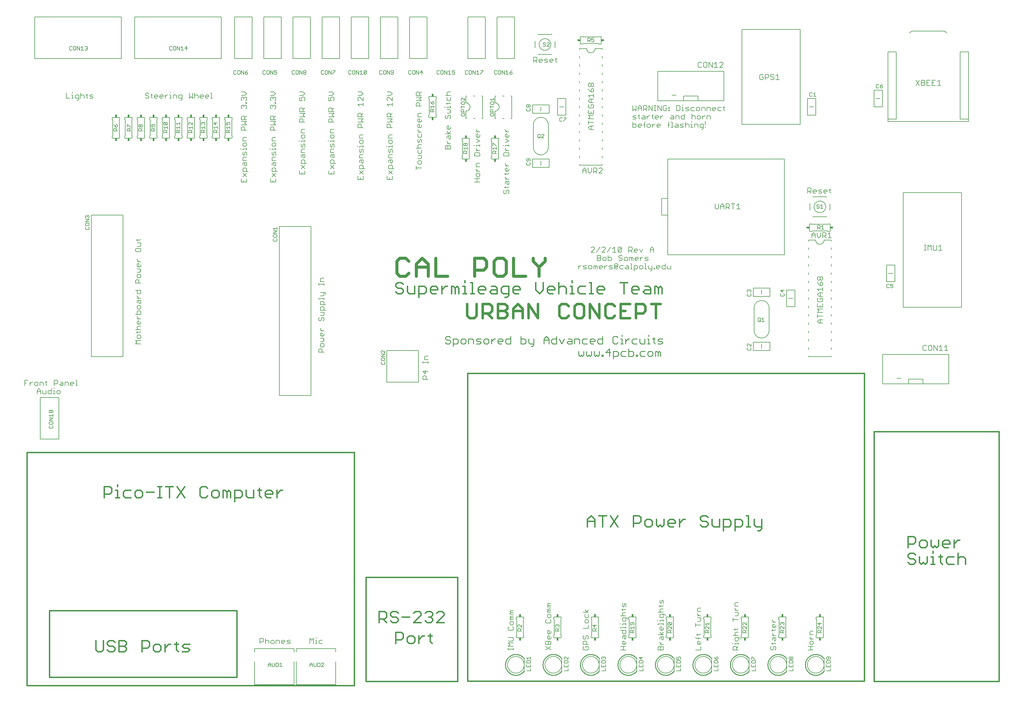
<source format=gto>
G75*
G70*
%OFA0B0*%
%FSLAX24Y24*%
%IPPOS*%
%LPD*%
%AMOC8*
5,1,8,0,0,1.08239X$1,22.5*
%
%ADD10C,0.0160*%
%ADD11C,0.0150*%
%ADD12C,0.0070*%
%ADD13C,0.0380*%
%ADD14C,0.0170*%
%ADD15C,0.0300*%
%ADD16C,0.0100*%
%ADD17C,0.0050*%
%ADD18C,0.0080*%
%ADD19C,0.0060*%
%ADD20R,0.0340X0.0240*%
%ADD21R,0.0240X0.0340*%
D10*
X001901Y001206D02*
X041201Y001206D01*
X041201Y029206D01*
X001901Y029206D01*
X001901Y001206D01*
X004601Y002206D02*
X004601Y010206D01*
X027101Y010206D01*
X027101Y002206D01*
X004601Y002206D01*
X042601Y001706D02*
X042601Y014206D01*
X053601Y014206D01*
X053601Y001706D01*
X042601Y001706D01*
X054801Y001756D02*
X102451Y001756D01*
X102451Y038706D01*
X054801Y038706D01*
X054801Y001756D01*
X103601Y001706D02*
X103601Y031706D01*
X118601Y031706D01*
X118601Y001706D01*
X103601Y001706D01*
D11*
X107901Y015781D02*
X107676Y016006D01*
X107901Y015781D02*
X108351Y015781D01*
X108577Y016006D01*
X108577Y016231D01*
X108351Y016456D01*
X107901Y016456D01*
X107676Y016681D01*
X107676Y016906D01*
X107901Y017132D01*
X108351Y017132D01*
X108577Y016906D01*
X109057Y016681D02*
X109057Y016006D01*
X109282Y015781D01*
X109507Y016006D01*
X109732Y015781D01*
X109958Y016006D01*
X109958Y016681D01*
X110438Y016681D02*
X110663Y016681D01*
X110663Y015781D01*
X110438Y015781D02*
X110888Y015781D01*
X111584Y016006D02*
X111809Y015781D01*
X111584Y016006D02*
X111584Y016906D01*
X111359Y016681D02*
X111809Y016681D01*
X112280Y016456D02*
X112280Y016006D01*
X112505Y015781D01*
X113180Y015781D01*
X113661Y015781D02*
X113661Y017132D01*
X113886Y016681D02*
X114336Y016681D01*
X114561Y016456D01*
X114561Y015781D01*
X113661Y016456D02*
X113886Y016681D01*
X113180Y016681D02*
X112505Y016681D01*
X112280Y016456D01*
X112495Y017781D02*
X112044Y017781D01*
X111819Y018006D01*
X111819Y018456D01*
X112044Y018681D01*
X112495Y018681D01*
X112720Y018456D01*
X112720Y018231D01*
X111819Y018231D01*
X111339Y018006D02*
X111114Y017781D01*
X110888Y018006D01*
X110663Y017781D01*
X110438Y018006D01*
X110438Y018681D01*
X109958Y018456D02*
X109732Y018681D01*
X109282Y018681D01*
X109057Y018456D01*
X109057Y018006D01*
X109282Y017781D01*
X109732Y017781D01*
X109958Y018006D01*
X109958Y018456D01*
X110663Y017357D02*
X110663Y017132D01*
X111339Y018006D02*
X111339Y018681D01*
X113200Y018681D02*
X113200Y017781D01*
X113200Y018231D02*
X113651Y018681D01*
X113876Y018681D01*
X108577Y018456D02*
X108351Y018231D01*
X107676Y018231D01*
X107676Y017781D02*
X107676Y019132D01*
X108351Y019132D01*
X108577Y018906D01*
X108577Y018456D01*
X090103Y020055D02*
X089878Y019830D01*
X089653Y019830D01*
X090103Y020055D02*
X090103Y021181D01*
X090103Y020281D02*
X089427Y020281D01*
X089202Y020506D01*
X089202Y021181D01*
X088507Y021632D02*
X088507Y020281D01*
X088282Y020281D02*
X088732Y020281D01*
X087801Y020506D02*
X087576Y020281D01*
X086900Y020281D01*
X086900Y019830D02*
X086900Y021181D01*
X087576Y021181D01*
X087801Y020956D01*
X087801Y020506D01*
X088282Y021632D02*
X088507Y021632D01*
X086420Y020956D02*
X086420Y020506D01*
X086195Y020281D01*
X085519Y020281D01*
X085519Y019830D02*
X085519Y021181D01*
X086195Y021181D01*
X086420Y020956D01*
X085039Y021181D02*
X085039Y020281D01*
X084363Y020281D01*
X084138Y020506D01*
X084138Y021181D01*
X083658Y021406D02*
X083433Y021632D01*
X082982Y021632D01*
X082757Y021406D01*
X082757Y021181D01*
X082982Y020956D01*
X083433Y020956D01*
X083658Y020731D01*
X083658Y020506D01*
X083433Y020281D01*
X082982Y020281D01*
X082757Y020506D01*
X080900Y021181D02*
X080675Y021181D01*
X080225Y020731D01*
X080225Y020281D02*
X080225Y021181D01*
X079745Y020956D02*
X079745Y020731D01*
X078844Y020731D01*
X078844Y020956D02*
X079069Y021181D01*
X079519Y021181D01*
X079745Y020956D01*
X079519Y020281D02*
X079069Y020281D01*
X078844Y020506D01*
X078844Y020956D01*
X078363Y021181D02*
X078363Y020506D01*
X078138Y020281D01*
X077913Y020506D01*
X077688Y020281D01*
X077463Y020506D01*
X077463Y021181D01*
X076982Y020956D02*
X076757Y021181D01*
X076307Y021181D01*
X076081Y020956D01*
X076081Y020506D01*
X076307Y020281D01*
X076757Y020281D01*
X076982Y020506D01*
X076982Y020956D01*
X075601Y020956D02*
X075376Y020731D01*
X074700Y020731D01*
X074700Y020281D02*
X074700Y021632D01*
X075376Y021632D01*
X075601Y021406D01*
X075601Y020956D01*
X072839Y020281D02*
X071938Y021632D01*
X071458Y021632D02*
X070557Y021632D01*
X071007Y021632D02*
X071007Y020281D01*
X070077Y020281D02*
X070077Y021181D01*
X069626Y021632D01*
X069176Y021181D01*
X069176Y020281D01*
X069176Y020956D02*
X070077Y020956D01*
X071938Y020281D02*
X072839Y021632D01*
X051982Y009906D02*
X051982Y009681D01*
X051081Y008781D01*
X051982Y008781D01*
X050601Y009006D02*
X050376Y008781D01*
X049926Y008781D01*
X049700Y009006D01*
X049220Y008781D02*
X048319Y008781D01*
X049220Y009681D01*
X049220Y009906D01*
X048995Y010132D01*
X048544Y010132D01*
X048319Y009906D01*
X047839Y009456D02*
X046938Y009456D01*
X046458Y009231D02*
X046458Y009006D01*
X046232Y008781D01*
X045782Y008781D01*
X045557Y009006D01*
X045782Y009456D02*
X045557Y009681D01*
X045557Y009906D01*
X045782Y010132D01*
X046232Y010132D01*
X046458Y009906D01*
X046232Y009456D02*
X046458Y009231D01*
X046232Y009456D02*
X045782Y009456D01*
X045077Y009456D02*
X045077Y009906D01*
X044851Y010132D01*
X044176Y010132D01*
X044176Y008781D01*
X044176Y009231D02*
X044851Y009231D01*
X045077Y009456D01*
X044626Y009231D02*
X045077Y008781D01*
X046176Y007632D02*
X046851Y007632D01*
X047077Y007406D01*
X047077Y006956D01*
X046851Y006731D01*
X046176Y006731D01*
X046176Y006281D02*
X046176Y007632D01*
X047557Y006956D02*
X047557Y006506D01*
X047782Y006281D01*
X048232Y006281D01*
X048458Y006506D01*
X048458Y006956D01*
X048232Y007181D01*
X047782Y007181D01*
X047557Y006956D01*
X048938Y006731D02*
X049388Y007181D01*
X049614Y007181D01*
X050089Y007181D02*
X050539Y007181D01*
X050314Y007406D02*
X050314Y006506D01*
X050539Y006281D01*
X048938Y006281D02*
X048938Y007181D01*
X050601Y009006D02*
X050601Y009231D01*
X050376Y009456D01*
X050151Y009456D01*
X050376Y009456D02*
X050601Y009681D01*
X050601Y009906D01*
X050376Y010132D01*
X049926Y010132D01*
X049700Y009906D01*
X051081Y009906D02*
X051307Y010132D01*
X051757Y010132D01*
X051982Y009906D01*
X031893Y023781D02*
X031893Y024681D01*
X031893Y024231D02*
X032343Y024681D01*
X032568Y024681D01*
X031412Y024456D02*
X031412Y024231D01*
X030512Y024231D01*
X030512Y024456D02*
X030737Y024681D01*
X031187Y024681D01*
X031412Y024456D01*
X031187Y023781D02*
X030737Y023781D01*
X030512Y024006D01*
X030512Y024456D01*
X030041Y024681D02*
X029591Y024681D01*
X029816Y024906D02*
X029816Y024006D01*
X030041Y023781D01*
X029111Y023781D02*
X029111Y024681D01*
X029111Y023781D02*
X028435Y023781D01*
X028210Y024006D01*
X028210Y024681D01*
X027729Y024456D02*
X027729Y024006D01*
X027504Y023781D01*
X026829Y023781D01*
X026829Y023330D02*
X026829Y024681D01*
X027504Y024681D01*
X027729Y024456D01*
X026348Y024456D02*
X026348Y023781D01*
X025898Y023781D02*
X025898Y024456D01*
X026123Y024681D01*
X026348Y024456D01*
X025898Y024456D02*
X025673Y024681D01*
X025448Y024681D01*
X025448Y023781D01*
X024967Y024006D02*
X024967Y024456D01*
X024742Y024681D01*
X024292Y024681D01*
X024066Y024456D01*
X024066Y024006D01*
X024292Y023781D01*
X024742Y023781D01*
X024967Y024006D01*
X023586Y024006D02*
X023361Y023781D01*
X022910Y023781D01*
X022685Y024006D01*
X022685Y024906D01*
X022910Y025132D01*
X023361Y025132D01*
X023586Y024906D01*
X020824Y025132D02*
X019923Y023781D01*
X020824Y023781D02*
X019923Y025132D01*
X019443Y025132D02*
X018542Y025132D01*
X018992Y025132D02*
X018992Y023781D01*
X018071Y023781D02*
X017621Y023781D01*
X017846Y023781D02*
X017846Y025132D01*
X017621Y025132D02*
X018071Y025132D01*
X017141Y024456D02*
X016240Y024456D01*
X015760Y024456D02*
X015534Y024681D01*
X015084Y024681D01*
X014859Y024456D01*
X014859Y024006D01*
X015084Y023781D01*
X015534Y023781D01*
X015760Y024006D01*
X015760Y024456D01*
X014378Y024681D02*
X013703Y024681D01*
X013478Y024456D01*
X013478Y024006D01*
X013703Y023781D01*
X014378Y023781D01*
X013007Y023781D02*
X012557Y023781D01*
X012782Y023781D02*
X012782Y024681D01*
X012557Y024681D01*
X012782Y025132D02*
X012782Y025357D01*
X012077Y024906D02*
X011851Y025132D01*
X011176Y025132D01*
X011176Y023781D01*
X011176Y024231D02*
X011851Y024231D01*
X012077Y024456D01*
X012077Y024906D01*
X012232Y006632D02*
X011782Y006632D01*
X011557Y006406D01*
X011557Y006181D01*
X011782Y005956D01*
X012232Y005956D01*
X012458Y005731D01*
X012458Y005506D01*
X012232Y005281D01*
X011782Y005281D01*
X011557Y005506D01*
X011077Y005506D02*
X011077Y006632D01*
X010176Y006632D02*
X010176Y005506D01*
X010401Y005281D01*
X010851Y005281D01*
X011077Y005506D01*
X012232Y006632D02*
X012458Y006406D01*
X012938Y006632D02*
X012938Y005281D01*
X013614Y005281D01*
X013839Y005506D01*
X013839Y005731D01*
X013614Y005956D01*
X012938Y005956D01*
X013614Y005956D02*
X013839Y006181D01*
X013839Y006406D01*
X013614Y006632D01*
X012938Y006632D01*
X015700Y006632D02*
X015700Y005281D01*
X015700Y005731D02*
X016376Y005731D01*
X016601Y005956D01*
X016601Y006406D01*
X016376Y006632D01*
X015700Y006632D01*
X017081Y005956D02*
X017081Y005506D01*
X017307Y005281D01*
X017757Y005281D01*
X017982Y005506D01*
X017982Y005956D01*
X017757Y006181D01*
X017307Y006181D01*
X017081Y005956D01*
X018463Y005731D02*
X018913Y006181D01*
X019138Y006181D01*
X019614Y006181D02*
X020064Y006181D01*
X019839Y006406D02*
X019839Y005506D01*
X020064Y005281D01*
X020534Y005281D02*
X021210Y005281D01*
X021435Y005506D01*
X021210Y005731D01*
X020759Y005731D01*
X020534Y005956D01*
X020759Y006181D01*
X021435Y006181D01*
X018463Y006181D02*
X018463Y005281D01*
D12*
X029886Y006241D02*
X029886Y006871D01*
X030201Y006871D01*
X030306Y006766D01*
X030306Y006556D01*
X030201Y006451D01*
X029886Y006451D01*
X030530Y006556D02*
X030635Y006661D01*
X030846Y006661D01*
X030951Y006556D01*
X030951Y006241D01*
X031175Y006346D02*
X031280Y006241D01*
X031490Y006241D01*
X031595Y006346D01*
X031595Y006556D01*
X031490Y006661D01*
X031280Y006661D01*
X031175Y006556D01*
X031175Y006346D01*
X031819Y006241D02*
X031819Y006661D01*
X032135Y006661D01*
X032240Y006556D01*
X032240Y006241D01*
X032464Y006346D02*
X032464Y006556D01*
X032569Y006661D01*
X032779Y006661D01*
X032884Y006556D01*
X032884Y006451D01*
X032464Y006451D01*
X032464Y006346D02*
X032569Y006241D01*
X032779Y006241D01*
X033108Y006241D02*
X033424Y006241D01*
X033529Y006346D01*
X033424Y006451D01*
X033214Y006451D01*
X033108Y006556D01*
X033214Y006661D01*
X033529Y006661D01*
X035886Y006871D02*
X035886Y006241D01*
X036306Y006241D02*
X036306Y006871D01*
X036096Y006661D01*
X035886Y006871D01*
X036530Y006661D02*
X036635Y006661D01*
X036635Y006241D01*
X036530Y006241D02*
X036740Y006241D01*
X036960Y006346D02*
X037065Y006241D01*
X037380Y006241D01*
X037380Y006661D02*
X037065Y006661D01*
X036960Y006556D01*
X036960Y006346D01*
X036635Y006871D02*
X036635Y006976D01*
X030530Y006871D02*
X030530Y006241D01*
X059685Y006341D02*
X060316Y006341D01*
X060211Y006565D02*
X059685Y006565D01*
X059685Y006341D02*
X059895Y006130D01*
X059685Y005920D01*
X060316Y005920D01*
X060316Y005701D02*
X060316Y005491D01*
X060316Y005596D02*
X059685Y005596D01*
X059685Y005491D02*
X059685Y005701D01*
X060211Y006565D02*
X060316Y006670D01*
X060316Y006880D01*
X060211Y006985D01*
X059685Y006985D01*
X059790Y007854D02*
X060211Y007854D01*
X060316Y007959D01*
X060316Y008169D01*
X060211Y008274D01*
X060211Y008498D02*
X060316Y008603D01*
X060316Y008814D01*
X060211Y008919D01*
X060001Y008919D01*
X059895Y008814D01*
X059895Y008603D01*
X060001Y008498D01*
X060211Y008498D01*
X059790Y008274D02*
X059685Y008169D01*
X059685Y007959D01*
X059790Y007854D01*
X059895Y009143D02*
X059895Y009248D01*
X060001Y009353D01*
X059895Y009458D01*
X060001Y009563D01*
X060316Y009563D01*
X060316Y009353D02*
X060001Y009353D01*
X059895Y009143D02*
X060316Y009143D01*
X060316Y009787D02*
X059895Y009787D01*
X059895Y009892D01*
X060001Y009998D01*
X059895Y010103D01*
X060001Y010208D01*
X060316Y010208D01*
X060316Y009998D02*
X060001Y009998D01*
X064185Y009028D02*
X064185Y008818D01*
X064290Y008713D01*
X064711Y008713D01*
X064816Y008818D01*
X064816Y009028D01*
X064711Y009134D01*
X064711Y009358D02*
X064816Y009463D01*
X064816Y009673D01*
X064711Y009778D01*
X064501Y009778D01*
X064395Y009673D01*
X064395Y009463D01*
X064501Y009358D01*
X064711Y009358D01*
X064290Y009134D02*
X064185Y009028D01*
X064395Y010002D02*
X064395Y010107D01*
X064501Y010212D01*
X064395Y010317D01*
X064501Y010423D01*
X064816Y010423D01*
X064816Y010212D02*
X064501Y010212D01*
X064395Y010002D02*
X064816Y010002D01*
X064816Y010647D02*
X064395Y010647D01*
X064395Y010752D01*
X064501Y010857D01*
X064395Y010962D01*
X064501Y011067D01*
X064816Y011067D01*
X064816Y010857D02*
X064501Y010857D01*
X064501Y007844D02*
X064606Y007844D01*
X064606Y007424D01*
X064711Y007424D02*
X064501Y007424D01*
X064395Y007529D01*
X064395Y007739D01*
X064501Y007844D01*
X064816Y007739D02*
X064816Y007529D01*
X064711Y007424D01*
X064606Y007200D02*
X064606Y006780D01*
X064711Y006780D02*
X064501Y006780D01*
X064395Y006885D01*
X064395Y007095D01*
X064501Y007200D01*
X064606Y007200D01*
X064816Y007095D02*
X064816Y006885D01*
X064711Y006780D01*
X064711Y006555D02*
X064816Y006450D01*
X064816Y006135D01*
X064185Y006135D01*
X064185Y006450D01*
X064290Y006555D01*
X064395Y006555D01*
X064501Y006450D01*
X064501Y006135D01*
X064501Y006450D02*
X064606Y006555D01*
X064711Y006555D01*
X064816Y005911D02*
X064185Y005491D01*
X064185Y005911D02*
X064816Y005491D01*
X068685Y005596D02*
X068790Y005491D01*
X069211Y005491D01*
X069316Y005596D01*
X069316Y005806D01*
X069211Y005911D01*
X069001Y005911D01*
X069001Y005701D01*
X068790Y005911D02*
X068685Y005806D01*
X068685Y005596D01*
X068685Y006135D02*
X068685Y006450D01*
X068790Y006555D01*
X069001Y006555D01*
X069106Y006450D01*
X069106Y006135D01*
X069316Y006135D02*
X068685Y006135D01*
X068790Y006780D02*
X068895Y006780D01*
X069001Y006885D01*
X069001Y007095D01*
X069106Y007200D01*
X069211Y007200D01*
X069316Y007095D01*
X069316Y006885D01*
X069211Y006780D01*
X068790Y006780D02*
X068685Y006885D01*
X068685Y007095D01*
X068790Y007200D01*
X068685Y008069D02*
X069316Y008069D01*
X069316Y008489D01*
X069211Y008713D02*
X069316Y008818D01*
X069316Y009028D01*
X069211Y009134D01*
X069001Y009134D01*
X068895Y009028D01*
X068895Y008818D01*
X069001Y008713D01*
X069211Y008713D01*
X069211Y009358D02*
X069316Y009463D01*
X069316Y009778D01*
X069316Y010002D02*
X068685Y010002D01*
X068895Y009778D02*
X068895Y009463D01*
X069001Y009358D01*
X069211Y009358D01*
X069106Y010002D02*
X068895Y010317D01*
X069106Y010002D02*
X069316Y010317D01*
X073185Y009573D02*
X073816Y009573D01*
X073816Y009348D02*
X073816Y009033D01*
X073711Y008928D01*
X073501Y008928D01*
X073395Y009033D01*
X073395Y009348D01*
X073921Y009348D01*
X074026Y009243D01*
X074026Y009138D01*
X073816Y008708D02*
X073816Y008498D01*
X073816Y008603D02*
X073395Y008603D01*
X073395Y008498D01*
X073185Y008603D02*
X073080Y008603D01*
X073185Y008174D02*
X073816Y008174D01*
X073816Y008069D02*
X073816Y008279D01*
X073816Y007844D02*
X073185Y007844D01*
X073395Y007844D02*
X073395Y007529D01*
X073501Y007424D01*
X073711Y007424D01*
X073816Y007529D01*
X073816Y007844D01*
X073816Y007200D02*
X073816Y006885D01*
X073711Y006780D01*
X073606Y006885D01*
X073606Y007200D01*
X073501Y007200D02*
X073816Y007200D01*
X073501Y007200D02*
X073395Y007095D01*
X073395Y006885D01*
X073501Y006555D02*
X073606Y006555D01*
X073606Y006135D01*
X073711Y006135D02*
X073501Y006135D01*
X073395Y006240D01*
X073395Y006450D01*
X073501Y006555D01*
X073816Y006450D02*
X073816Y006240D01*
X073711Y006135D01*
X073816Y005911D02*
X073185Y005911D01*
X073501Y005911D02*
X073501Y005491D01*
X073816Y005491D02*
X073185Y005491D01*
X073185Y008069D02*
X073185Y008174D01*
X073501Y009573D02*
X073395Y009678D01*
X073395Y009888D01*
X073501Y009993D01*
X073816Y009993D01*
X073711Y010322D02*
X073816Y010427D01*
X073711Y010322D02*
X073290Y010322D01*
X073395Y010217D02*
X073395Y010427D01*
X073501Y010647D02*
X073395Y010752D01*
X073395Y011067D01*
X073606Y010962D02*
X073606Y010752D01*
X073501Y010647D01*
X073816Y010647D02*
X073816Y010962D01*
X073711Y011067D01*
X073606Y010962D01*
X077790Y010752D02*
X078211Y010752D01*
X078316Y010857D01*
X078316Y011076D02*
X078316Y011392D01*
X078211Y011497D01*
X078106Y011392D01*
X078106Y011181D01*
X078001Y011076D01*
X077895Y011181D01*
X077895Y011497D01*
X077895Y010857D02*
X077895Y010647D01*
X078001Y010423D02*
X078316Y010423D01*
X078001Y010423D02*
X077895Y010317D01*
X077895Y010107D01*
X078001Y010002D01*
X077895Y009778D02*
X077895Y009463D01*
X078001Y009358D01*
X078211Y009358D01*
X078316Y009463D01*
X078316Y009778D01*
X078421Y009778D02*
X077895Y009778D01*
X077685Y010002D02*
X078316Y010002D01*
X078421Y009778D02*
X078526Y009673D01*
X078526Y009568D01*
X078316Y009138D02*
X078316Y008928D01*
X078316Y009033D02*
X077895Y009033D01*
X077895Y008928D01*
X077685Y009033D02*
X077580Y009033D01*
X077685Y008603D02*
X078316Y008603D01*
X078316Y008498D02*
X078316Y008708D01*
X078106Y008274D02*
X078106Y007854D01*
X078211Y007854D02*
X078001Y007854D01*
X077895Y007959D01*
X077895Y008169D01*
X078001Y008274D01*
X078106Y008274D01*
X078316Y008169D02*
X078316Y007959D01*
X078211Y007854D01*
X078316Y007632D02*
X078106Y007317D01*
X077895Y007632D01*
X077685Y007317D02*
X078316Y007317D01*
X078316Y007092D02*
X078316Y006777D01*
X078211Y006672D01*
X078106Y006777D01*
X078106Y007092D01*
X078001Y007092D02*
X078316Y007092D01*
X078001Y007092D02*
X077895Y006987D01*
X077895Y006777D01*
X077895Y006450D02*
X077895Y006345D01*
X078106Y006135D01*
X078316Y006135D02*
X077895Y006135D01*
X077895Y005911D02*
X078001Y005806D01*
X078001Y005491D01*
X078001Y005806D02*
X078106Y005911D01*
X078211Y005911D01*
X078316Y005806D01*
X078316Y005491D01*
X077685Y005491D01*
X077685Y005806D01*
X077790Y005911D01*
X077895Y005911D01*
X077685Y008498D02*
X077685Y008603D01*
X082185Y008704D02*
X082185Y008283D01*
X082185Y008494D02*
X082816Y008494D01*
X082711Y008928D02*
X082816Y009033D01*
X082816Y009348D01*
X082395Y009348D01*
X082395Y009573D02*
X082816Y009573D01*
X082606Y009573D02*
X082395Y009783D01*
X082395Y009888D01*
X082395Y010110D02*
X082395Y010425D01*
X082501Y010530D01*
X082816Y010530D01*
X082816Y010110D02*
X082395Y010110D01*
X082395Y008928D02*
X082711Y008928D01*
X082816Y007419D02*
X082711Y007314D01*
X082290Y007314D01*
X082395Y007209D02*
X082395Y007419D01*
X082501Y006990D02*
X082501Y006780D01*
X082501Y006555D02*
X082606Y006555D01*
X082606Y006135D01*
X082711Y006135D02*
X082501Y006135D01*
X082395Y006240D01*
X082395Y006450D01*
X082501Y006555D01*
X082816Y006450D02*
X082816Y006240D01*
X082711Y006135D01*
X082816Y005911D02*
X082816Y005491D01*
X082185Y005491D01*
X082290Y006885D02*
X082185Y006990D01*
X082290Y006885D02*
X082816Y006885D01*
X086580Y006240D02*
X086685Y006240D01*
X086895Y006240D02*
X087316Y006240D01*
X087316Y006135D02*
X087316Y006345D01*
X087211Y006565D02*
X087316Y006670D01*
X087316Y006985D01*
X087421Y006985D02*
X086895Y006985D01*
X086895Y006670D01*
X087001Y006565D01*
X087211Y006565D01*
X087526Y006775D02*
X087526Y006880D01*
X087421Y006985D01*
X087316Y007209D02*
X086685Y007209D01*
X086895Y007314D02*
X086895Y007524D01*
X087001Y007630D01*
X087316Y007630D01*
X087211Y007959D02*
X087316Y008064D01*
X087211Y007959D02*
X086790Y007959D01*
X086895Y007854D02*
X086895Y008064D01*
X086895Y007314D02*
X087001Y007209D01*
X086895Y006240D02*
X086895Y006135D01*
X086790Y005911D02*
X087001Y005911D01*
X087106Y005806D01*
X087106Y005491D01*
X087106Y005701D02*
X087316Y005911D01*
X087316Y005491D02*
X086685Y005491D01*
X086685Y005806D01*
X086790Y005911D01*
X086685Y008928D02*
X086685Y009348D01*
X086685Y009138D02*
X087316Y009138D01*
X087211Y009573D02*
X087316Y009678D01*
X087316Y009993D01*
X086895Y009993D01*
X086895Y010217D02*
X087316Y010217D01*
X087106Y010217D02*
X086895Y010427D01*
X086895Y010532D01*
X086895Y010754D02*
X086895Y011069D01*
X087001Y011174D01*
X087316Y011174D01*
X087316Y010754D02*
X086895Y010754D01*
X086895Y009573D02*
X087211Y009573D01*
X091290Y007851D02*
X091711Y007851D01*
X091816Y007956D01*
X091711Y008176D02*
X091501Y008176D01*
X091395Y008281D01*
X091395Y008491D01*
X091501Y008596D01*
X091606Y008596D01*
X091606Y008176D01*
X091711Y008176D02*
X091816Y008281D01*
X091816Y008491D01*
X091816Y008821D02*
X091395Y008821D01*
X091395Y009031D02*
X091606Y008821D01*
X091395Y009031D02*
X091395Y009136D01*
X091395Y007956D02*
X091395Y007746D01*
X091395Y007524D02*
X091395Y007419D01*
X091606Y007209D01*
X091816Y007209D02*
X091395Y007209D01*
X091501Y006985D02*
X091816Y006985D01*
X091816Y006670D01*
X091711Y006565D01*
X091606Y006670D01*
X091606Y006985D01*
X091501Y006985D02*
X091395Y006880D01*
X091395Y006670D01*
X091395Y006345D02*
X091395Y006135D01*
X091290Y006240D02*
X091711Y006240D01*
X091816Y006345D01*
X091711Y005911D02*
X091816Y005806D01*
X091816Y005596D01*
X091711Y005491D01*
X091501Y005596D02*
X091501Y005806D01*
X091606Y005911D01*
X091711Y005911D01*
X091501Y005596D02*
X091395Y005491D01*
X091290Y005491D01*
X091185Y005596D01*
X091185Y005806D01*
X091290Y005911D01*
X095685Y005911D02*
X096316Y005911D01*
X096211Y006135D02*
X096316Y006240D01*
X096316Y006450D01*
X096211Y006555D01*
X096001Y006555D01*
X095895Y006450D01*
X095895Y006240D01*
X096001Y006135D01*
X096211Y006135D01*
X096001Y005911D02*
X096001Y005491D01*
X096316Y005491D02*
X095685Y005491D01*
X095895Y006780D02*
X096316Y006780D01*
X096106Y006780D02*
X095895Y006990D01*
X095895Y007095D01*
X095895Y007317D02*
X095895Y007632D01*
X096001Y007737D01*
X096316Y007737D01*
X096316Y007317D02*
X095895Y007317D01*
X050066Y037991D02*
X049435Y037991D01*
X049435Y038306D01*
X049540Y038411D01*
X049751Y038411D01*
X049856Y038306D01*
X049856Y037991D01*
X049751Y038635D02*
X049751Y039055D01*
X050066Y038950D02*
X049435Y038950D01*
X049751Y038635D01*
X050066Y039924D02*
X050066Y040134D01*
X050066Y040029D02*
X049435Y040029D01*
X049435Y039924D02*
X049435Y040134D01*
X049645Y040354D02*
X049645Y040669D01*
X049751Y040774D01*
X050066Y040774D01*
X050066Y040354D02*
X049645Y040354D01*
X037566Y041241D02*
X036935Y041241D01*
X036935Y041556D01*
X037040Y041661D01*
X037251Y041661D01*
X037356Y041556D01*
X037356Y041241D01*
X037251Y041885D02*
X037461Y041885D01*
X037566Y041990D01*
X037566Y042200D01*
X037461Y042305D01*
X037251Y042305D01*
X037145Y042200D01*
X037145Y041990D01*
X037251Y041885D01*
X037145Y042530D02*
X037461Y042530D01*
X037566Y042635D01*
X037461Y042740D01*
X037566Y042845D01*
X037461Y042950D01*
X037145Y042950D01*
X037251Y043174D02*
X037145Y043279D01*
X037145Y043489D01*
X037251Y043594D01*
X037356Y043594D01*
X037356Y043174D01*
X037461Y043174D02*
X037251Y043174D01*
X037461Y043174D02*
X037566Y043279D01*
X037566Y043489D01*
X037566Y043819D02*
X037145Y043819D01*
X037145Y044029D02*
X037145Y044134D01*
X037145Y044029D02*
X037356Y043819D01*
X037461Y045000D02*
X037566Y045105D01*
X037566Y045315D01*
X037461Y045421D01*
X037356Y045421D01*
X037251Y045315D01*
X037251Y045105D01*
X037145Y045000D01*
X037040Y045000D01*
X036935Y045105D01*
X036935Y045315D01*
X037040Y045421D01*
X037145Y045645D02*
X037461Y045645D01*
X037566Y045750D01*
X037566Y046065D01*
X037145Y046065D01*
X037145Y046289D02*
X037145Y046605D01*
X037251Y046710D01*
X037461Y046710D01*
X037566Y046605D01*
X037566Y046289D01*
X037776Y046289D02*
X037145Y046289D01*
X037145Y046934D02*
X037145Y047249D01*
X037251Y047354D01*
X037461Y047354D01*
X037566Y047249D01*
X037566Y046934D01*
X037776Y046934D02*
X037145Y046934D01*
X036935Y047578D02*
X036935Y047683D01*
X037566Y047683D01*
X037566Y047578D02*
X037566Y047789D01*
X037461Y048008D02*
X037566Y048113D01*
X037566Y048428D01*
X037671Y048428D02*
X037776Y048323D01*
X037776Y048218D01*
X037671Y048428D02*
X037145Y048428D01*
X037145Y048008D02*
X037461Y048008D01*
X037566Y049297D02*
X037566Y049507D01*
X037566Y049402D02*
X036935Y049402D01*
X036935Y049297D02*
X036935Y049507D01*
X037145Y049727D02*
X037145Y050042D01*
X037251Y050147D01*
X037566Y050147D01*
X037566Y049727D02*
X037145Y049727D01*
X041635Y061998D02*
X042266Y061998D01*
X042266Y062418D01*
X042266Y062643D02*
X041845Y063063D01*
X041845Y063287D02*
X041845Y063602D01*
X041951Y063707D01*
X042161Y063707D01*
X042266Y063602D01*
X042266Y063287D01*
X042476Y063287D02*
X041845Y063287D01*
X042266Y063063D02*
X041845Y062643D01*
X041635Y062418D02*
X041635Y061998D01*
X041951Y061998D02*
X041951Y062208D01*
X042161Y063932D02*
X042056Y064037D01*
X042056Y064352D01*
X041951Y064352D02*
X042266Y064352D01*
X042266Y064037D01*
X042161Y063932D01*
X041845Y064037D02*
X041845Y064247D01*
X041951Y064352D01*
X041845Y064576D02*
X041845Y064891D01*
X041951Y064996D01*
X042266Y064996D01*
X042266Y065221D02*
X042266Y065536D01*
X042161Y065641D01*
X042056Y065536D01*
X042056Y065326D01*
X041951Y065221D01*
X041845Y065326D01*
X041845Y065641D01*
X041845Y065865D02*
X041845Y065970D01*
X042266Y065970D01*
X042266Y065865D02*
X042266Y066075D01*
X042161Y066295D02*
X041951Y066295D01*
X041845Y066400D01*
X041845Y066610D01*
X041951Y066715D01*
X042161Y066715D01*
X042266Y066610D01*
X042266Y066400D01*
X042161Y066295D01*
X041635Y065970D02*
X041530Y065970D01*
X041845Y066939D02*
X041845Y067255D01*
X041951Y067360D01*
X042266Y067360D01*
X042266Y066939D02*
X041845Y066939D01*
X041635Y068228D02*
X041635Y068544D01*
X041740Y068649D01*
X041951Y068649D01*
X042056Y068544D01*
X042056Y068228D01*
X042266Y068228D02*
X041635Y068228D01*
X041635Y068873D02*
X042266Y068873D01*
X042056Y069083D01*
X042266Y069293D01*
X041635Y069293D01*
X041635Y069518D02*
X041635Y069833D01*
X041740Y069938D01*
X041951Y069938D01*
X042056Y069833D01*
X042056Y069518D01*
X042056Y069728D02*
X042266Y069938D01*
X042266Y069518D02*
X041635Y069518D01*
X041845Y070807D02*
X041635Y071017D01*
X042266Y071017D01*
X042266Y070807D02*
X042266Y071227D01*
X042266Y071451D02*
X041845Y071871D01*
X041740Y071871D01*
X041635Y071766D01*
X041635Y071556D01*
X041740Y071451D01*
X042266Y071451D02*
X042266Y071871D01*
X042056Y072096D02*
X042266Y072306D01*
X042056Y072516D01*
X041635Y072516D01*
X041635Y072096D02*
X042056Y072096D01*
X038766Y072306D02*
X038556Y072516D01*
X038135Y072516D01*
X038135Y072096D02*
X038556Y072096D01*
X038766Y072306D01*
X038661Y071871D02*
X038766Y071766D01*
X038766Y071556D01*
X038661Y071451D01*
X038451Y071451D02*
X038345Y071661D01*
X038345Y071766D01*
X038451Y071871D01*
X038661Y071871D01*
X038451Y071451D02*
X038135Y071451D01*
X038135Y071871D01*
X038240Y070582D02*
X038451Y070582D01*
X038556Y070477D01*
X038556Y070162D01*
X038766Y070162D02*
X038135Y070162D01*
X038135Y070477D01*
X038240Y070582D01*
X038556Y070372D02*
X038766Y070582D01*
X038766Y069938D02*
X038135Y069938D01*
X038135Y069518D02*
X038766Y069518D01*
X038556Y069728D01*
X038766Y069938D01*
X038451Y069293D02*
X038556Y069188D01*
X038556Y068873D01*
X038766Y068873D02*
X038135Y068873D01*
X038135Y069188D01*
X038240Y069293D01*
X038451Y069293D01*
X038451Y068004D02*
X038766Y068004D01*
X038451Y068004D02*
X038345Y067899D01*
X038345Y067584D01*
X038766Y067584D01*
X038661Y067360D02*
X038451Y067360D01*
X038345Y067255D01*
X038345Y067044D01*
X038451Y066939D01*
X038661Y066939D01*
X038766Y067044D01*
X038766Y067255D01*
X038661Y067360D01*
X038766Y066720D02*
X038766Y066510D01*
X038766Y066615D02*
X038345Y066615D01*
X038345Y066510D01*
X038345Y066286D02*
X038345Y065970D01*
X038451Y065865D01*
X038556Y065970D01*
X038556Y066180D01*
X038661Y066286D01*
X038766Y066180D01*
X038766Y065865D01*
X038766Y065641D02*
X038451Y065641D01*
X038345Y065536D01*
X038345Y065221D01*
X038766Y065221D01*
X038766Y064996D02*
X038766Y064681D01*
X038661Y064576D01*
X038556Y064681D01*
X038556Y064996D01*
X038451Y064996D02*
X038766Y064996D01*
X038451Y064996D02*
X038345Y064891D01*
X038345Y064681D01*
X038451Y064352D02*
X038661Y064352D01*
X038766Y064247D01*
X038766Y063932D01*
X038976Y063932D02*
X038345Y063932D01*
X038345Y064247D01*
X038451Y064352D01*
X038345Y063707D02*
X038766Y063287D01*
X038766Y063063D02*
X038766Y062643D01*
X038135Y062643D01*
X038135Y063063D01*
X038345Y063287D02*
X038766Y063707D01*
X038451Y062853D02*
X038451Y062643D01*
X035266Y062643D02*
X035266Y063063D01*
X035266Y063287D02*
X034845Y063707D01*
X034845Y063932D02*
X034845Y064247D01*
X034951Y064352D01*
X035161Y064352D01*
X035266Y064247D01*
X035266Y063932D01*
X035476Y063932D02*
X034845Y063932D01*
X035266Y063707D02*
X034845Y063287D01*
X034635Y063063D02*
X034635Y062643D01*
X035266Y062643D01*
X034951Y062643D02*
X034951Y062853D01*
X035161Y064576D02*
X035056Y064681D01*
X035056Y064996D01*
X034951Y064996D02*
X035266Y064996D01*
X035266Y064681D01*
X035161Y064576D01*
X034845Y064681D02*
X034845Y064891D01*
X034951Y064996D01*
X034845Y065221D02*
X035266Y065221D01*
X035266Y065641D02*
X034951Y065641D01*
X034845Y065536D01*
X034845Y065221D01*
X034951Y065865D02*
X034845Y065970D01*
X034845Y066286D01*
X034845Y066510D02*
X034845Y066615D01*
X035266Y066615D01*
X035266Y066510D02*
X035266Y066720D01*
X035161Y066939D02*
X035266Y067044D01*
X035266Y067255D01*
X035161Y067360D01*
X034951Y067360D01*
X034845Y067255D01*
X034845Y067044D01*
X034951Y066939D01*
X035161Y066939D01*
X034635Y066615D02*
X034530Y066615D01*
X035056Y066180D02*
X035056Y065970D01*
X034951Y065865D01*
X035266Y065865D02*
X035266Y066180D01*
X035161Y066286D01*
X035056Y066180D01*
X035266Y067584D02*
X034845Y067584D01*
X034845Y067899D01*
X034951Y068004D01*
X035266Y068004D01*
X035266Y068873D02*
X034635Y068873D01*
X034635Y069188D01*
X034740Y069293D01*
X034951Y069293D01*
X035056Y069188D01*
X035056Y068873D01*
X035266Y069518D02*
X034635Y069518D01*
X034635Y069938D02*
X035266Y069938D01*
X035056Y069728D01*
X035266Y069518D01*
X035266Y070162D02*
X034635Y070162D01*
X034635Y070477D01*
X034740Y070582D01*
X034951Y070582D01*
X035056Y070477D01*
X035056Y070162D01*
X035056Y070372D02*
X035266Y070582D01*
X035161Y071451D02*
X035266Y071556D01*
X035266Y071766D01*
X035161Y071871D01*
X034951Y071871D01*
X034845Y071766D01*
X034845Y071661D01*
X034951Y071451D01*
X034635Y071451D01*
X034635Y071871D01*
X034635Y072096D02*
X035056Y072096D01*
X035266Y072306D01*
X035056Y072516D01*
X034635Y072516D01*
X031766Y072306D02*
X031556Y072516D01*
X031135Y072516D01*
X031135Y072096D02*
X031556Y072096D01*
X031766Y072306D01*
X031661Y071871D02*
X031766Y071766D01*
X031766Y071556D01*
X031661Y071451D01*
X031661Y071234D02*
X031766Y071234D01*
X031766Y071129D01*
X031661Y071129D01*
X031661Y071234D01*
X031661Y070905D02*
X031766Y070800D01*
X031766Y070589D01*
X031661Y070484D01*
X031451Y070694D02*
X031451Y070800D01*
X031556Y070905D01*
X031661Y070905D01*
X031451Y070800D02*
X031345Y070905D01*
X031240Y070905D01*
X031135Y070800D01*
X031135Y070589D01*
X031240Y070484D01*
X031240Y069616D02*
X031451Y069616D01*
X031556Y069510D01*
X031556Y069195D01*
X031766Y069195D02*
X031135Y069195D01*
X031135Y069510D01*
X031240Y069616D01*
X031556Y069405D02*
X031766Y069616D01*
X031766Y068971D02*
X031135Y068971D01*
X031135Y068551D02*
X031766Y068551D01*
X031556Y068761D01*
X031766Y068971D01*
X031451Y068327D02*
X031240Y068327D01*
X031135Y068221D01*
X031135Y067906D01*
X031766Y067906D01*
X031556Y067906D02*
X031556Y068221D01*
X031451Y068327D01*
X031451Y067037D02*
X031766Y067037D01*
X031451Y067037D02*
X031345Y066932D01*
X031345Y066617D01*
X031766Y066617D01*
X031661Y066393D02*
X031451Y066393D01*
X031345Y066288D01*
X031345Y066078D01*
X031451Y065973D01*
X031661Y065973D01*
X031766Y066078D01*
X031766Y066288D01*
X031661Y066393D01*
X031766Y065753D02*
X031766Y065543D01*
X031766Y065648D02*
X031345Y065648D01*
X031345Y065543D01*
X031345Y065319D02*
X031345Y065003D01*
X031451Y064898D01*
X031556Y065003D01*
X031556Y065214D01*
X031661Y065319D01*
X031766Y065214D01*
X031766Y064898D01*
X031766Y064674D02*
X031451Y064674D01*
X031345Y064569D01*
X031345Y064254D01*
X031766Y064254D01*
X031766Y064030D02*
X031766Y063714D01*
X031661Y063609D01*
X031556Y063714D01*
X031556Y064030D01*
X031451Y064030D02*
X031766Y064030D01*
X031451Y064030D02*
X031345Y063925D01*
X031345Y063714D01*
X031451Y063385D02*
X031661Y063385D01*
X031766Y063280D01*
X031766Y062965D01*
X031976Y062965D02*
X031345Y062965D01*
X031345Y063280D01*
X031451Y063385D01*
X031345Y062741D02*
X031766Y062320D01*
X031766Y062096D02*
X031766Y061676D01*
X031135Y061676D01*
X031135Y062096D01*
X031345Y062320D02*
X031766Y062741D01*
X031451Y061886D02*
X031451Y061676D01*
X028266Y061676D02*
X028266Y062096D01*
X028266Y062320D02*
X027845Y062741D01*
X027845Y062965D02*
X027845Y063280D01*
X027951Y063385D01*
X028161Y063385D01*
X028266Y063280D01*
X028266Y062965D01*
X028476Y062965D02*
X027845Y062965D01*
X028266Y062741D02*
X027845Y062320D01*
X027635Y062096D02*
X027635Y061676D01*
X028266Y061676D01*
X027951Y061676D02*
X027951Y061886D01*
X028161Y063609D02*
X028056Y063714D01*
X028056Y064030D01*
X027951Y064030D02*
X028266Y064030D01*
X028266Y063714D01*
X028161Y063609D01*
X027845Y063714D02*
X027845Y063925D01*
X027951Y064030D01*
X027845Y064254D02*
X027845Y064569D01*
X027951Y064674D01*
X028266Y064674D01*
X028266Y064898D02*
X028266Y065214D01*
X028161Y065319D01*
X028056Y065214D01*
X028056Y065003D01*
X027951Y064898D01*
X027845Y065003D01*
X027845Y065319D01*
X027845Y065543D02*
X027845Y065648D01*
X028266Y065648D01*
X028266Y065543D02*
X028266Y065753D01*
X028161Y065973D02*
X028266Y066078D01*
X028266Y066288D01*
X028161Y066393D01*
X027951Y066393D01*
X027845Y066288D01*
X027845Y066078D01*
X027951Y065973D01*
X028161Y065973D01*
X027635Y065648D02*
X027530Y065648D01*
X027845Y066617D02*
X027845Y066932D01*
X027951Y067037D01*
X028266Y067037D01*
X028266Y066617D02*
X027845Y066617D01*
X027635Y067906D02*
X027635Y068221D01*
X027740Y068327D01*
X027951Y068327D01*
X028056Y068221D01*
X028056Y067906D01*
X028266Y067906D02*
X027635Y067906D01*
X027635Y068551D02*
X028266Y068551D01*
X028056Y068761D01*
X028266Y068971D01*
X027635Y068971D01*
X027635Y069195D02*
X027635Y069510D01*
X027740Y069616D01*
X027951Y069616D01*
X028056Y069510D01*
X028056Y069195D01*
X028266Y069195D02*
X027635Y069195D01*
X028056Y069405D02*
X028266Y069616D01*
X028161Y070484D02*
X028266Y070589D01*
X028266Y070800D01*
X028161Y070905D01*
X028056Y070905D01*
X027951Y070800D01*
X027951Y070694D01*
X027951Y070800D02*
X027845Y070905D01*
X027740Y070905D01*
X027635Y070800D01*
X027635Y070589D01*
X027740Y070484D01*
X028161Y071129D02*
X028161Y071234D01*
X028266Y071234D01*
X028266Y071129D01*
X028161Y071129D01*
X028161Y071451D02*
X028266Y071556D01*
X028266Y071766D01*
X028161Y071871D01*
X028056Y071871D01*
X027951Y071766D01*
X027951Y071661D01*
X027951Y071766D02*
X027845Y071871D01*
X027740Y071871D01*
X027635Y071766D01*
X027635Y071556D01*
X027740Y071451D01*
X027635Y072096D02*
X028056Y072096D01*
X028266Y072306D01*
X028056Y072516D01*
X027635Y072516D01*
X024188Y071741D02*
X023978Y071741D01*
X024083Y071741D02*
X024083Y072371D01*
X023978Y072371D01*
X023753Y072056D02*
X023753Y071951D01*
X023333Y071951D01*
X023333Y072056D02*
X023438Y072161D01*
X023648Y072161D01*
X023753Y072056D01*
X023648Y071741D02*
X023438Y071741D01*
X023333Y071846D01*
X023333Y072056D01*
X023109Y072056D02*
X023109Y071951D01*
X022688Y071951D01*
X022688Y072056D02*
X022794Y072161D01*
X023004Y072161D01*
X023109Y072056D01*
X023004Y071741D02*
X022794Y071741D01*
X022688Y071846D01*
X022688Y072056D01*
X022464Y072056D02*
X022464Y071741D01*
X022464Y072056D02*
X022359Y072161D01*
X022149Y072161D01*
X022044Y072056D01*
X022044Y072371D02*
X022044Y071741D01*
X021820Y071741D02*
X021820Y072371D01*
X021399Y072371D02*
X021399Y071741D01*
X021610Y071951D01*
X021820Y071741D01*
X020531Y071741D02*
X020215Y071741D01*
X020110Y071846D01*
X020110Y072056D01*
X020215Y072161D01*
X020531Y072161D01*
X020531Y071635D01*
X020426Y071530D01*
X020321Y071530D01*
X019886Y071741D02*
X019886Y072056D01*
X019781Y072161D01*
X019466Y072161D01*
X019466Y071741D01*
X019246Y071741D02*
X019036Y071741D01*
X019141Y071741D02*
X019141Y072161D01*
X019036Y072161D01*
X018814Y072161D02*
X018709Y072161D01*
X018499Y071951D01*
X018499Y071741D02*
X018499Y072161D01*
X018275Y072056D02*
X018275Y071951D01*
X017855Y071951D01*
X017855Y072056D02*
X017960Y072161D01*
X018170Y072161D01*
X018275Y072056D01*
X018170Y071741D02*
X017960Y071741D01*
X017855Y071846D01*
X017855Y072056D01*
X017630Y072056D02*
X017630Y071951D01*
X017210Y071951D01*
X017210Y072056D02*
X017315Y072161D01*
X017525Y072161D01*
X017630Y072056D01*
X017525Y071741D02*
X017315Y071741D01*
X017210Y071846D01*
X017210Y072056D01*
X016990Y072161D02*
X016780Y072161D01*
X016885Y072266D02*
X016885Y071846D01*
X016990Y071741D01*
X016556Y071846D02*
X016556Y071951D01*
X016451Y072056D01*
X016241Y072056D01*
X016136Y072161D01*
X016136Y072266D01*
X016241Y072371D01*
X016451Y072371D01*
X016556Y072266D01*
X016556Y071846D02*
X016451Y071741D01*
X016241Y071741D01*
X016136Y071846D01*
X019141Y072371D02*
X019141Y072476D01*
X009849Y072161D02*
X009534Y072161D01*
X009429Y072056D01*
X009534Y071951D01*
X009744Y071951D01*
X009849Y071846D01*
X009744Y071741D01*
X009429Y071741D01*
X009209Y071741D02*
X009104Y071846D01*
X009104Y072266D01*
X008999Y072161D02*
X009209Y072161D01*
X008775Y072056D02*
X008775Y071741D01*
X008775Y072056D02*
X008670Y072161D01*
X008460Y072161D01*
X008355Y072056D01*
X008130Y072161D02*
X007815Y072161D01*
X007710Y072056D01*
X007710Y071846D01*
X007815Y071741D01*
X008130Y071741D01*
X008130Y071635D02*
X008130Y072161D01*
X008355Y072371D02*
X008355Y071741D01*
X008130Y071635D02*
X008025Y071530D01*
X007920Y071530D01*
X007490Y071741D02*
X007280Y071741D01*
X007385Y071741D02*
X007385Y072161D01*
X007280Y072161D01*
X007385Y072371D02*
X007385Y072476D01*
X006636Y072371D02*
X006636Y071741D01*
X007056Y071741D01*
X027845Y064254D02*
X028266Y064254D01*
X031030Y065648D02*
X031135Y065648D01*
X038030Y066615D02*
X038135Y066615D01*
X041845Y064576D02*
X042266Y064576D01*
X045345Y064576D02*
X045345Y064891D01*
X045451Y064996D01*
X045766Y064996D01*
X045766Y065221D02*
X045766Y065536D01*
X045661Y065641D01*
X045556Y065536D01*
X045556Y065326D01*
X045451Y065221D01*
X045345Y065326D01*
X045345Y065641D01*
X045345Y065865D02*
X045345Y065970D01*
X045766Y065970D01*
X045766Y065865D02*
X045766Y066075D01*
X045661Y066295D02*
X045766Y066400D01*
X045766Y066610D01*
X045661Y066715D01*
X045451Y066715D01*
X045345Y066610D01*
X045345Y066400D01*
X045451Y066295D01*
X045661Y066295D01*
X045135Y065970D02*
X045030Y065970D01*
X045345Y066939D02*
X045345Y067255D01*
X045451Y067360D01*
X045766Y067360D01*
X045766Y066939D02*
X045345Y066939D01*
X045135Y068228D02*
X045135Y068544D01*
X045240Y068649D01*
X045451Y068649D01*
X045556Y068544D01*
X045556Y068228D01*
X045766Y068228D02*
X045135Y068228D01*
X045135Y068873D02*
X045766Y068873D01*
X045556Y069083D01*
X045766Y069293D01*
X045135Y069293D01*
X045135Y069518D02*
X045135Y069833D01*
X045240Y069938D01*
X045451Y069938D01*
X045556Y069833D01*
X045556Y069518D01*
X045556Y069728D02*
X045766Y069938D01*
X045766Y069518D02*
X045135Y069518D01*
X045345Y070807D02*
X045135Y071017D01*
X045766Y071017D01*
X045766Y070807D02*
X045766Y071227D01*
X045766Y071451D02*
X045345Y071871D01*
X045240Y071871D01*
X045135Y071766D01*
X045135Y071556D01*
X045240Y071451D01*
X045766Y071451D02*
X045766Y071871D01*
X045556Y072096D02*
X045766Y072306D01*
X045556Y072516D01*
X045135Y072516D01*
X045135Y072096D02*
X045556Y072096D01*
X048635Y072096D02*
X048635Y072411D01*
X048740Y072516D01*
X048951Y072516D01*
X049056Y072411D01*
X049056Y072096D01*
X049056Y072306D02*
X049266Y072516D01*
X049266Y072096D02*
X048635Y072096D01*
X048635Y071871D02*
X049266Y071871D01*
X049056Y071661D01*
X049266Y071451D01*
X048635Y071451D01*
X048740Y071227D02*
X048951Y071227D01*
X049056Y071122D01*
X049056Y070807D01*
X049266Y070807D02*
X048635Y070807D01*
X048635Y071122D01*
X048740Y071227D01*
X048951Y069938D02*
X049266Y069938D01*
X048951Y069938D02*
X048845Y069833D01*
X048845Y069518D01*
X049266Y069518D01*
X049056Y069293D02*
X049056Y068873D01*
X049161Y068873D02*
X048951Y068873D01*
X048845Y068978D01*
X048845Y069188D01*
X048951Y069293D01*
X049056Y069293D01*
X049266Y069188D02*
X049266Y068978D01*
X049161Y068873D01*
X049056Y068649D02*
X049056Y068228D01*
X049161Y068228D02*
X048951Y068228D01*
X048845Y068334D01*
X048845Y068544D01*
X048951Y068649D01*
X049056Y068649D01*
X049266Y068544D02*
X049266Y068334D01*
X049161Y068228D01*
X048845Y068007D02*
X048845Y067902D01*
X049056Y067691D01*
X049266Y067691D02*
X048845Y067691D01*
X048845Y067467D02*
X048845Y067152D01*
X048951Y067047D01*
X049161Y067047D01*
X049266Y067152D01*
X049266Y067467D01*
X049161Y066823D02*
X049056Y066718D01*
X049056Y066507D01*
X048951Y066402D01*
X048845Y066507D01*
X048845Y066823D01*
X049161Y066823D02*
X049266Y066718D01*
X049266Y066402D01*
X049266Y066178D02*
X048951Y066178D01*
X048845Y066073D01*
X048845Y065863D01*
X048951Y065758D01*
X048845Y065534D02*
X048845Y065218D01*
X048951Y065113D01*
X049161Y065113D01*
X049266Y065218D01*
X049266Y065534D01*
X049266Y065758D02*
X048635Y065758D01*
X048845Y064889D02*
X049266Y064889D01*
X049266Y064574D01*
X049161Y064469D01*
X048845Y064469D01*
X048951Y064245D02*
X048845Y064139D01*
X048845Y063929D01*
X048951Y063824D01*
X049161Y063824D01*
X049266Y063929D01*
X049266Y064139D01*
X049161Y064245D01*
X048951Y064245D01*
X048635Y063600D02*
X048635Y063180D01*
X048635Y063390D02*
X049266Y063390D01*
X045976Y063287D02*
X045345Y063287D01*
X045345Y063602D01*
X045451Y063707D01*
X045661Y063707D01*
X045766Y063602D01*
X045766Y063287D01*
X045766Y063063D02*
X045345Y062643D01*
X045135Y062418D02*
X045135Y061998D01*
X045766Y061998D01*
X045766Y062418D01*
X045766Y062643D02*
X045345Y063063D01*
X045451Y062208D02*
X045451Y061998D01*
X045661Y063932D02*
X045556Y064037D01*
X045556Y064352D01*
X045451Y064352D02*
X045766Y064352D01*
X045766Y064037D01*
X045661Y063932D01*
X045345Y064037D02*
X045345Y064247D01*
X045451Y064352D01*
X045345Y064576D02*
X045766Y064576D01*
X052135Y065650D02*
X052135Y065966D01*
X052240Y066071D01*
X052345Y066071D01*
X052451Y065966D01*
X052451Y065650D01*
X052766Y065650D02*
X052766Y065966D01*
X052661Y066071D01*
X052556Y066071D01*
X052451Y065966D01*
X052556Y066295D02*
X052345Y066505D01*
X052345Y066610D01*
X052345Y066295D02*
X052766Y066295D01*
X052661Y066832D02*
X052556Y066937D01*
X052556Y067252D01*
X052451Y067252D02*
X052766Y067252D01*
X052766Y066937D01*
X052661Y066832D01*
X052345Y066937D02*
X052345Y067147D01*
X052451Y067252D01*
X052556Y067477D02*
X052345Y067792D01*
X052451Y068014D02*
X052345Y068119D01*
X052345Y068329D01*
X052451Y068434D01*
X052556Y068434D01*
X052556Y068014D01*
X052661Y068014D02*
X052451Y068014D01*
X052661Y068014D02*
X052766Y068119D01*
X052766Y068329D01*
X052766Y067792D02*
X052556Y067477D01*
X052766Y067477D02*
X052135Y067477D01*
X052135Y065650D02*
X052766Y065650D01*
X055530Y066089D02*
X055635Y066089D01*
X055845Y066089D02*
X056266Y066089D01*
X056266Y065984D02*
X056266Y066195D01*
X056266Y066624D02*
X055845Y066834D01*
X055951Y067059D02*
X055845Y067164D01*
X055845Y067374D01*
X055951Y067479D01*
X056056Y067479D01*
X056056Y067059D01*
X056161Y067059D02*
X055951Y067059D01*
X056161Y067059D02*
X056266Y067164D01*
X056266Y067374D01*
X056266Y067703D02*
X055845Y067703D01*
X055845Y067913D02*
X056056Y067703D01*
X055845Y067913D02*
X055845Y068018D01*
X056266Y066624D02*
X055845Y066414D01*
X055845Y066089D02*
X055845Y065984D01*
X055845Y065763D02*
X055845Y065657D01*
X056056Y065447D01*
X056266Y065447D02*
X055845Y065447D01*
X055740Y065223D02*
X055635Y065118D01*
X055635Y064803D01*
X056266Y064803D01*
X056266Y065118D01*
X056161Y065223D01*
X055740Y065223D01*
X055951Y063934D02*
X056266Y063934D01*
X055951Y063934D02*
X055845Y063829D01*
X055845Y063514D01*
X056266Y063514D01*
X055845Y063292D02*
X055845Y063187D01*
X056056Y062977D01*
X056266Y062977D02*
X055845Y062977D01*
X055951Y062752D02*
X055845Y062647D01*
X055845Y062437D01*
X055951Y062332D01*
X056161Y062332D01*
X056266Y062437D01*
X056266Y062647D01*
X056161Y062752D01*
X055951Y062752D01*
X055951Y062108D02*
X055951Y061688D01*
X056266Y061688D02*
X055635Y061688D01*
X055635Y062108D02*
X056266Y062108D01*
X059240Y062652D02*
X059661Y062652D01*
X059766Y062757D01*
X059661Y062977D02*
X059451Y062977D01*
X059345Y063082D01*
X059345Y063292D01*
X059451Y063397D01*
X059556Y063397D01*
X059556Y062977D01*
X059661Y062977D02*
X059766Y063082D01*
X059766Y063292D01*
X059766Y063621D02*
X059345Y063621D01*
X059345Y063831D02*
X059556Y063621D01*
X059345Y063831D02*
X059345Y063936D01*
X059135Y064803D02*
X059135Y065118D01*
X059240Y065223D01*
X059661Y065223D01*
X059766Y065118D01*
X059766Y064803D01*
X059135Y064803D01*
X059345Y065447D02*
X059766Y065447D01*
X059556Y065447D02*
X059345Y065657D01*
X059345Y065762D01*
X059345Y065984D02*
X059345Y066089D01*
X059766Y066089D01*
X059766Y065984D02*
X059766Y066194D01*
X059766Y066624D02*
X059345Y066834D01*
X059451Y067059D02*
X059345Y067164D01*
X059345Y067374D01*
X059451Y067479D01*
X059556Y067479D01*
X059556Y067059D01*
X059661Y067059D02*
X059451Y067059D01*
X059661Y067059D02*
X059766Y067164D01*
X059766Y067374D01*
X059766Y067703D02*
X059345Y067703D01*
X059345Y067913D02*
X059556Y067703D01*
X059345Y067913D02*
X059345Y068018D01*
X059766Y066624D02*
X059345Y066414D01*
X059135Y066089D02*
X059030Y066089D01*
X059345Y062757D02*
X059345Y062547D01*
X059345Y062325D02*
X059345Y062220D01*
X059556Y062010D01*
X059766Y062010D02*
X059345Y062010D01*
X059451Y061786D02*
X059766Y061786D01*
X059766Y061470D01*
X059661Y061365D01*
X059556Y061470D01*
X059556Y061786D01*
X059451Y061786D02*
X059345Y061681D01*
X059345Y061470D01*
X059345Y061146D02*
X059345Y060936D01*
X059240Y061041D02*
X059661Y061041D01*
X059766Y061146D01*
X059661Y060711D02*
X059766Y060606D01*
X059766Y060396D01*
X059661Y060291D01*
X059451Y060396D02*
X059451Y060606D01*
X059556Y060711D01*
X059661Y060711D01*
X059451Y060396D02*
X059345Y060291D01*
X059240Y060291D01*
X059135Y060396D01*
X059135Y060606D01*
X059240Y060711D01*
X068636Y062741D02*
X068636Y063161D01*
X068846Y063371D01*
X069056Y063161D01*
X069056Y062741D01*
X069280Y062951D02*
X069490Y062741D01*
X069701Y062951D01*
X069701Y063371D01*
X069925Y063371D02*
X069925Y062741D01*
X069925Y062951D02*
X070240Y062951D01*
X070345Y063056D01*
X070345Y063266D01*
X070240Y063371D01*
X069925Y063371D01*
X070135Y062951D02*
X070345Y062741D01*
X070569Y062741D02*
X070990Y063161D01*
X070990Y063266D01*
X070885Y063371D01*
X070674Y063371D01*
X070569Y063266D01*
X070569Y062741D02*
X070990Y062741D01*
X069280Y062951D02*
X069280Y063371D01*
X069056Y063056D02*
X068636Y063056D01*
X069520Y067991D02*
X069310Y068201D01*
X069520Y068411D01*
X069941Y068411D01*
X069626Y068411D02*
X069626Y067991D01*
X069520Y067991D02*
X069941Y067991D01*
X069941Y068845D02*
X069310Y068845D01*
X069310Y068635D02*
X069310Y069055D01*
X069310Y069280D02*
X069520Y069490D01*
X069310Y069700D01*
X069941Y069700D01*
X069941Y069924D02*
X069941Y070344D01*
X069836Y070569D02*
X069941Y070674D01*
X069941Y070884D01*
X069836Y070989D01*
X069626Y070989D01*
X069626Y070779D01*
X069836Y070569D02*
X069415Y070569D01*
X069310Y070674D01*
X069310Y070884D01*
X069415Y070989D01*
X069520Y071213D02*
X069310Y071423D01*
X069520Y071634D01*
X069941Y071634D01*
X069941Y071858D02*
X069941Y072278D01*
X069941Y072068D02*
X069310Y072068D01*
X069520Y071858D01*
X069626Y071634D02*
X069626Y071213D01*
X069520Y071213D02*
X069941Y071213D01*
X069310Y070344D02*
X069310Y069924D01*
X069941Y069924D01*
X069626Y069924D02*
X069626Y070134D01*
X069941Y069280D02*
X069310Y069280D01*
X069626Y072502D02*
X069626Y072817D01*
X069731Y072923D01*
X069836Y072923D01*
X069941Y072817D01*
X069941Y072607D01*
X069836Y072502D01*
X069626Y072502D01*
X069415Y072712D01*
X069310Y072923D01*
X069415Y073147D02*
X069520Y073147D01*
X069626Y073252D01*
X069626Y073462D01*
X069731Y073567D01*
X069836Y073567D01*
X069941Y073462D01*
X069941Y073252D01*
X069836Y073147D01*
X069731Y073147D01*
X069626Y073252D01*
X069626Y073462D02*
X069520Y073567D01*
X069415Y073567D01*
X069310Y073462D01*
X069310Y073252D01*
X069415Y073147D01*
X065524Y076041D02*
X065419Y076146D01*
X065419Y076566D01*
X065314Y076461D02*
X065524Y076461D01*
X065090Y076356D02*
X065090Y076251D01*
X064669Y076251D01*
X064669Y076356D02*
X064774Y076461D01*
X064985Y076461D01*
X065090Y076356D01*
X064985Y076041D02*
X064774Y076041D01*
X064669Y076146D01*
X064669Y076356D01*
X064445Y076461D02*
X064130Y076461D01*
X064025Y076356D01*
X064130Y076251D01*
X064340Y076251D01*
X064445Y076146D01*
X064340Y076041D01*
X064025Y076041D01*
X063801Y076251D02*
X063380Y076251D01*
X063380Y076356D02*
X063485Y076461D01*
X063696Y076461D01*
X063801Y076356D01*
X063801Y076251D01*
X063696Y076041D02*
X063485Y076041D01*
X063380Y076146D01*
X063380Y076356D01*
X063156Y076356D02*
X063051Y076251D01*
X062736Y076251D01*
X062946Y076251D02*
X063156Y076041D01*
X063156Y076356D02*
X063156Y076566D01*
X063051Y076671D01*
X062736Y076671D01*
X062736Y076041D01*
X052766Y072516D02*
X052451Y072516D01*
X052345Y072411D01*
X052345Y072201D01*
X052451Y072096D01*
X052345Y071872D02*
X052345Y071556D01*
X052451Y071451D01*
X052661Y071451D01*
X052766Y071556D01*
X052766Y071872D01*
X052766Y072096D02*
X052135Y072096D01*
X052345Y071232D02*
X052345Y071021D01*
X052240Y071127D02*
X052661Y071127D01*
X052766Y071232D01*
X052766Y070802D02*
X052766Y070592D01*
X052766Y070697D02*
X052345Y070697D01*
X052345Y070592D01*
X052345Y070368D02*
X052661Y070368D01*
X052766Y070263D01*
X052661Y070157D01*
X052766Y070052D01*
X052661Y069947D01*
X052345Y069947D01*
X052240Y069723D02*
X052135Y069618D01*
X052135Y069408D01*
X052240Y069303D01*
X052345Y069303D01*
X052451Y069408D01*
X052451Y069618D01*
X052556Y069723D01*
X052661Y069723D01*
X052766Y069618D01*
X052766Y069408D01*
X052661Y069303D01*
X052135Y070697D02*
X052030Y070697D01*
X031661Y071871D02*
X031556Y071871D01*
X031451Y071766D01*
X031451Y071661D01*
X031451Y071766D02*
X031345Y071871D01*
X031240Y071871D01*
X031135Y071766D01*
X031135Y071556D01*
X031240Y071451D01*
X015566Y054804D02*
X015461Y054699D01*
X015040Y054699D01*
X015145Y054594D02*
X015145Y054804D01*
X015145Y054370D02*
X015566Y054370D01*
X015566Y054054D01*
X015461Y053949D01*
X015145Y053949D01*
X015040Y053725D02*
X014935Y053620D01*
X014935Y053410D01*
X015040Y053305D01*
X015461Y053305D01*
X015566Y053410D01*
X015566Y053620D01*
X015461Y053725D01*
X015040Y053725D01*
X015145Y052438D02*
X015145Y052333D01*
X015356Y052123D01*
X015566Y052123D02*
X015145Y052123D01*
X015251Y051899D02*
X015356Y051899D01*
X015356Y051479D01*
X015461Y051479D02*
X015251Y051479D01*
X015145Y051584D01*
X015145Y051794D01*
X015251Y051899D01*
X015566Y051794D02*
X015566Y051584D01*
X015461Y051479D01*
X015461Y051255D02*
X015145Y051255D01*
X015461Y051255D02*
X015566Y051149D01*
X015461Y051044D01*
X015566Y050939D01*
X015461Y050834D01*
X015145Y050834D01*
X015251Y050610D02*
X015145Y050505D01*
X015145Y050295D01*
X015251Y050190D01*
X015461Y050190D01*
X015566Y050295D01*
X015566Y050505D01*
X015461Y050610D01*
X015251Y050610D01*
X015251Y049965D02*
X015356Y049860D01*
X015356Y049545D01*
X015566Y049545D02*
X014935Y049545D01*
X014935Y049860D01*
X015040Y049965D01*
X015251Y049965D01*
X015145Y048676D02*
X015145Y048361D01*
X015251Y048256D01*
X015461Y048256D01*
X015566Y048361D01*
X015566Y048676D01*
X014935Y048676D01*
X015145Y048034D02*
X015145Y047929D01*
X015356Y047719D01*
X015566Y047719D02*
X015145Y047719D01*
X015251Y047495D02*
X015566Y047495D01*
X015566Y047180D01*
X015461Y047074D01*
X015356Y047180D01*
X015356Y047495D01*
X015251Y047495D02*
X015145Y047390D01*
X015145Y047180D01*
X015251Y046850D02*
X015145Y046745D01*
X015145Y046535D01*
X015251Y046430D01*
X015461Y046430D01*
X015566Y046535D01*
X015566Y046745D01*
X015461Y046850D01*
X015251Y046850D01*
X015251Y046206D02*
X015145Y046101D01*
X015145Y045785D01*
X014935Y045785D02*
X015566Y045785D01*
X015566Y046101D01*
X015461Y046206D01*
X015251Y046206D01*
X015145Y045564D02*
X015145Y045458D01*
X015356Y045248D01*
X015566Y045248D02*
X015145Y045248D01*
X015251Y045024D02*
X015356Y045024D01*
X015356Y044604D01*
X015461Y044604D02*
X015251Y044604D01*
X015145Y044709D01*
X015145Y044919D01*
X015251Y045024D01*
X015566Y044919D02*
X015566Y044709D01*
X015461Y044604D01*
X015566Y044380D02*
X015251Y044380D01*
X015145Y044274D01*
X015145Y044064D01*
X015251Y043959D01*
X015145Y043740D02*
X015145Y043530D01*
X015040Y043635D02*
X015461Y043635D01*
X015566Y043740D01*
X015566Y043959D02*
X014935Y043959D01*
X015251Y043305D02*
X015145Y043200D01*
X015145Y042990D01*
X015251Y042885D01*
X015461Y042885D01*
X015566Y042990D01*
X015566Y043200D01*
X015461Y043305D01*
X015251Y043305D01*
X015566Y042661D02*
X014935Y042661D01*
X015145Y042451D01*
X014935Y042241D01*
X015566Y042241D01*
X007864Y037871D02*
X007864Y037241D01*
X007759Y037241D02*
X007969Y037241D01*
X007535Y037451D02*
X007114Y037451D01*
X007114Y037556D02*
X007219Y037661D01*
X007429Y037661D01*
X007535Y037556D01*
X007535Y037451D01*
X007429Y037241D02*
X007219Y037241D01*
X007114Y037346D01*
X007114Y037556D01*
X006890Y037556D02*
X006890Y037241D01*
X006890Y037556D02*
X006785Y037661D01*
X006470Y037661D01*
X006470Y037241D01*
X006246Y037241D02*
X005930Y037241D01*
X005825Y037346D01*
X005930Y037451D01*
X006246Y037451D01*
X006246Y037556D02*
X006246Y037241D01*
X006246Y037556D02*
X006140Y037661D01*
X005930Y037661D01*
X005601Y037766D02*
X005601Y037556D01*
X005496Y037451D01*
X005181Y037451D01*
X005181Y037241D02*
X005181Y037871D01*
X005496Y037871D01*
X005601Y037766D01*
X005174Y036976D02*
X005174Y036871D01*
X005174Y036661D02*
X005174Y036241D01*
X005069Y036241D02*
X005280Y036241D01*
X005499Y036346D02*
X005604Y036241D01*
X005814Y036241D01*
X005919Y036346D01*
X005919Y036556D01*
X005814Y036661D01*
X005604Y036661D01*
X005499Y036556D01*
X005499Y036346D01*
X005174Y036661D02*
X005069Y036661D01*
X004845Y036661D02*
X004530Y036661D01*
X004425Y036556D01*
X004425Y036346D01*
X004530Y036241D01*
X004845Y036241D01*
X004845Y036871D01*
X004317Y037241D02*
X004212Y037346D01*
X004212Y037766D01*
X004317Y037661D02*
X004106Y037661D01*
X003882Y037556D02*
X003777Y037661D01*
X003462Y037661D01*
X003462Y037241D01*
X003238Y037346D02*
X003238Y037556D01*
X003133Y037661D01*
X002922Y037661D01*
X002817Y037556D01*
X002817Y037346D01*
X002922Y037241D01*
X003133Y037241D01*
X003238Y037346D01*
X003346Y036871D02*
X003556Y036661D01*
X003556Y036241D01*
X003780Y036346D02*
X003885Y036241D01*
X004201Y036241D01*
X004201Y036661D01*
X003780Y036661D02*
X003780Y036346D01*
X003556Y036556D02*
X003136Y036556D01*
X003136Y036661D02*
X003346Y036871D01*
X003136Y036661D02*
X003136Y036241D01*
X003882Y037241D02*
X003882Y037556D01*
X002596Y037661D02*
X002490Y037661D01*
X002280Y037451D01*
X002280Y037241D02*
X002280Y037661D01*
X002056Y037871D02*
X001636Y037871D01*
X001636Y037241D01*
X001636Y037556D02*
X001846Y037556D01*
X007759Y037871D02*
X007864Y037871D01*
X068136Y051241D02*
X068136Y051661D01*
X068346Y051661D02*
X068451Y051661D01*
X068346Y051661D02*
X068136Y051451D01*
X068673Y051556D02*
X068778Y051661D01*
X069093Y051661D01*
X068988Y051451D02*
X068778Y051451D01*
X068673Y051556D01*
X068673Y051241D02*
X068988Y051241D01*
X069093Y051346D01*
X068988Y051451D01*
X069317Y051556D02*
X069317Y051346D01*
X069422Y051241D01*
X069633Y051241D01*
X069738Y051346D01*
X069738Y051556D01*
X069633Y051661D01*
X069422Y051661D01*
X069317Y051556D01*
X069962Y051661D02*
X069962Y051241D01*
X070172Y051241D02*
X070172Y051556D01*
X070277Y051661D01*
X070382Y051556D01*
X070382Y051241D01*
X070606Y051346D02*
X070606Y051556D01*
X070712Y051661D01*
X070922Y051661D01*
X071027Y051556D01*
X071027Y051451D01*
X070606Y051451D01*
X070606Y051346D02*
X070712Y051241D01*
X070922Y051241D01*
X071251Y051241D02*
X071251Y051661D01*
X071461Y051661D02*
X071566Y051661D01*
X071461Y051661D02*
X071251Y051451D01*
X071788Y051556D02*
X071893Y051661D01*
X072208Y051661D01*
X072103Y051451D02*
X072208Y051346D01*
X072103Y051241D01*
X071788Y051241D01*
X071893Y051451D02*
X071788Y051556D01*
X071893Y051451D02*
X072103Y051451D01*
X072433Y051346D02*
X072433Y051766D01*
X072538Y051871D01*
X072748Y051871D01*
X072853Y051766D01*
X072853Y051556D01*
X072748Y051451D01*
X072748Y051661D01*
X072538Y051661D01*
X072538Y051451D01*
X072748Y051451D01*
X072853Y051346D02*
X072748Y051241D01*
X072538Y051241D01*
X072433Y051346D01*
X073077Y051346D02*
X073182Y051241D01*
X073497Y051241D01*
X073722Y051346D02*
X073827Y051451D01*
X074142Y051451D01*
X074142Y051556D02*
X074142Y051241D01*
X073827Y051241D01*
X073722Y051346D01*
X073827Y051661D02*
X074037Y051661D01*
X074142Y051556D01*
X074366Y051871D02*
X074471Y051871D01*
X074471Y051241D01*
X074366Y051241D02*
X074576Y051241D01*
X074796Y051241D02*
X075111Y051241D01*
X075216Y051346D01*
X075216Y051556D01*
X075111Y051661D01*
X074796Y051661D01*
X074796Y051030D01*
X075440Y051346D02*
X075545Y051241D01*
X075756Y051241D01*
X075861Y051346D01*
X075861Y051556D01*
X075756Y051661D01*
X075545Y051661D01*
X075440Y051556D01*
X075440Y051346D01*
X076085Y051241D02*
X076295Y051241D01*
X076190Y051241D02*
X076190Y051871D01*
X076085Y051871D01*
X076079Y052241D02*
X076394Y052241D01*
X076499Y052346D01*
X076394Y052451D01*
X076184Y052451D01*
X076079Y052556D01*
X076184Y052661D01*
X076499Y052661D01*
X076726Y053241D02*
X076726Y053661D01*
X076936Y053871D01*
X077146Y053661D01*
X077146Y053241D01*
X077146Y053556D02*
X076726Y053556D01*
X075857Y053661D02*
X075647Y053241D01*
X075437Y053661D01*
X075212Y053556D02*
X075212Y053451D01*
X074792Y053451D01*
X074792Y053556D02*
X074897Y053661D01*
X075107Y053661D01*
X075212Y053556D01*
X075107Y053241D02*
X074897Y053241D01*
X074792Y053346D01*
X074792Y053556D01*
X074568Y053556D02*
X074463Y053451D01*
X074147Y053451D01*
X074147Y053241D02*
X074147Y053871D01*
X074463Y053871D01*
X074568Y053766D01*
X074568Y053556D01*
X074358Y053451D02*
X074568Y053241D01*
X074568Y052661D02*
X074463Y052556D01*
X074463Y052241D01*
X074253Y052241D02*
X074253Y052661D01*
X074358Y052661D01*
X074463Y052556D01*
X074568Y052661D02*
X074673Y052556D01*
X074673Y052241D01*
X074897Y052346D02*
X075003Y052241D01*
X075213Y052241D01*
X075318Y052451D02*
X074897Y052451D01*
X074897Y052556D02*
X075003Y052661D01*
X075213Y052661D01*
X075318Y052556D01*
X075318Y052451D01*
X075542Y052451D02*
X075752Y052661D01*
X075857Y052661D01*
X075542Y052661D02*
X075542Y052241D01*
X074897Y052346D02*
X074897Y052556D01*
X074029Y052556D02*
X073924Y052661D01*
X073714Y052661D01*
X073608Y052556D01*
X073608Y052346D01*
X073714Y052241D01*
X073924Y052241D01*
X074029Y052346D01*
X074029Y052556D01*
X073384Y052451D02*
X073384Y052346D01*
X073279Y052241D01*
X073069Y052241D01*
X072964Y052346D01*
X073069Y052556D02*
X073279Y052556D01*
X073384Y052451D01*
X073384Y052766D02*
X073279Y052871D01*
X073069Y052871D01*
X072964Y052766D01*
X072964Y052661D01*
X073069Y052556D01*
X073174Y053241D02*
X072964Y053241D01*
X072858Y053346D01*
X073279Y053766D01*
X073279Y053346D01*
X073174Y053241D01*
X072858Y053346D02*
X072858Y053766D01*
X072964Y053871D01*
X073174Y053871D01*
X073279Y053766D01*
X072634Y053241D02*
X072214Y053241D01*
X072424Y053241D02*
X072424Y053871D01*
X072214Y053661D01*
X071990Y053871D02*
X071569Y053241D01*
X071345Y053241D02*
X070925Y053241D01*
X071345Y053661D01*
X071345Y053766D01*
X071240Y053871D01*
X071030Y053871D01*
X070925Y053766D01*
X070701Y053871D02*
X070280Y053241D01*
X070056Y053241D02*
X069636Y053241D01*
X070056Y053661D01*
X070056Y053766D01*
X069951Y053871D01*
X069741Y053871D01*
X069636Y053766D01*
X070386Y052871D02*
X070701Y052871D01*
X070806Y052766D01*
X070806Y052661D01*
X070701Y052556D01*
X070386Y052556D01*
X070701Y052556D02*
X070806Y052451D01*
X070806Y052346D01*
X070701Y052241D01*
X070386Y052241D01*
X070386Y052871D01*
X071030Y052556D02*
X071030Y052346D01*
X071135Y052241D01*
X071346Y052241D01*
X071451Y052346D01*
X071451Y052556D01*
X071346Y052661D01*
X071135Y052661D01*
X071030Y052556D01*
X071675Y052661D02*
X071990Y052661D01*
X072095Y052556D01*
X072095Y052346D01*
X071990Y052241D01*
X071675Y052241D01*
X071675Y052871D01*
X073077Y051556D02*
X073077Y051346D01*
X073077Y051556D02*
X073182Y051661D01*
X073497Y051661D01*
X076515Y051661D02*
X076515Y051346D01*
X076620Y051241D01*
X076935Y051241D01*
X076935Y051135D02*
X076830Y051030D01*
X076725Y051030D01*
X076935Y051135D02*
X076935Y051661D01*
X077159Y051346D02*
X077264Y051346D01*
X077264Y051241D01*
X077159Y051241D01*
X077159Y051346D01*
X077481Y051346D02*
X077481Y051556D01*
X077586Y051661D01*
X077797Y051661D01*
X077902Y051556D01*
X077902Y051451D01*
X077481Y051451D01*
X077481Y051346D02*
X077586Y051241D01*
X077797Y051241D01*
X078126Y051346D02*
X078126Y051556D01*
X078231Y051661D01*
X078546Y051661D01*
X078546Y051871D02*
X078546Y051241D01*
X078231Y051241D01*
X078126Y051346D01*
X078770Y051346D02*
X078770Y051661D01*
X078770Y051346D02*
X078876Y051241D01*
X079191Y051241D01*
X079191Y051661D01*
X070172Y051556D02*
X070067Y051661D01*
X069962Y051661D01*
X084536Y058546D02*
X084641Y058441D01*
X084851Y058441D01*
X084956Y058546D01*
X084956Y059071D01*
X085180Y058861D02*
X085390Y059071D01*
X085601Y058861D01*
X085601Y058441D01*
X085825Y058441D02*
X085825Y059071D01*
X086140Y059071D01*
X086245Y058966D01*
X086245Y058756D01*
X086140Y058651D01*
X085825Y058651D01*
X086035Y058651D02*
X086245Y058441D01*
X086680Y058441D02*
X086680Y059071D01*
X086890Y059071D02*
X086469Y059071D01*
X087114Y058861D02*
X087324Y059071D01*
X087324Y058441D01*
X087114Y058441D02*
X087534Y058441D01*
X085601Y058756D02*
X085180Y058756D01*
X085180Y058861D02*
X085180Y058441D01*
X084536Y058546D02*
X084536Y059071D01*
X095636Y060341D02*
X095636Y060971D01*
X095951Y060971D01*
X096056Y060866D01*
X096056Y060656D01*
X095951Y060551D01*
X095636Y060551D01*
X095846Y060551D02*
X096056Y060341D01*
X096280Y060446D02*
X096280Y060656D01*
X096385Y060761D01*
X096596Y060761D01*
X096701Y060656D01*
X096701Y060551D01*
X096280Y060551D01*
X096280Y060446D02*
X096385Y060341D01*
X096596Y060341D01*
X096925Y060341D02*
X097240Y060341D01*
X097345Y060446D01*
X097240Y060551D01*
X097030Y060551D01*
X096925Y060656D01*
X097030Y060761D01*
X097345Y060761D01*
X097569Y060656D02*
X097674Y060761D01*
X097885Y060761D01*
X097990Y060656D01*
X097990Y060551D01*
X097569Y060551D01*
X097569Y060446D02*
X097569Y060656D01*
X097569Y060446D02*
X097674Y060341D01*
X097885Y060341D01*
X098319Y060446D02*
X098424Y060341D01*
X098319Y060446D02*
X098319Y060866D01*
X098214Y060761D02*
X098424Y060761D01*
X098280Y055621D02*
X098280Y054991D01*
X098490Y054991D02*
X098069Y054991D01*
X097845Y054991D02*
X097635Y055201D01*
X097740Y055201D02*
X097425Y055201D01*
X097425Y054991D02*
X097425Y055621D01*
X097740Y055621D01*
X097845Y055516D01*
X097845Y055306D01*
X097740Y055201D01*
X098069Y055411D02*
X098280Y055621D01*
X097201Y055621D02*
X097201Y055201D01*
X096990Y054991D01*
X096780Y055201D01*
X096780Y055621D01*
X096556Y055411D02*
X096346Y055621D01*
X096136Y055411D01*
X096136Y054991D01*
X096136Y055306D02*
X096556Y055306D01*
X096556Y055411D02*
X096556Y054991D01*
X096915Y050317D02*
X097020Y050317D01*
X097126Y050212D01*
X097126Y050002D01*
X097020Y049897D01*
X096915Y049897D01*
X096810Y050002D01*
X096810Y050212D01*
X096915Y050317D01*
X097126Y050212D02*
X097231Y050317D01*
X097336Y050317D01*
X097441Y050212D01*
X097441Y050002D01*
X097336Y049897D01*
X097231Y049897D01*
X097126Y050002D01*
X097231Y049673D02*
X097126Y049567D01*
X097126Y049252D01*
X097336Y049252D01*
X097441Y049357D01*
X097441Y049567D01*
X097336Y049673D01*
X097231Y049673D01*
X096915Y049462D02*
X097126Y049252D01*
X096915Y049462D02*
X096810Y049673D01*
X096810Y048818D02*
X097441Y048818D01*
X097441Y048608D02*
X097441Y049028D01*
X097020Y048608D02*
X096810Y048818D01*
X097020Y048384D02*
X097441Y048384D01*
X097126Y048384D02*
X097126Y047963D01*
X097020Y047963D02*
X096810Y048173D01*
X097020Y048384D01*
X097020Y047963D02*
X097441Y047963D01*
X097336Y047739D02*
X097441Y047634D01*
X097441Y047424D01*
X097336Y047319D01*
X096915Y047319D01*
X096810Y047424D01*
X096810Y047634D01*
X096915Y047739D01*
X097126Y047739D02*
X097126Y047529D01*
X097126Y047739D02*
X097336Y047739D01*
X097441Y047094D02*
X097441Y046674D01*
X096810Y046674D01*
X096810Y047094D01*
X097126Y046884D02*
X097126Y046674D01*
X097441Y046450D02*
X096810Y046450D01*
X097020Y046240D01*
X096810Y046030D01*
X097441Y046030D01*
X097441Y045595D02*
X096810Y045595D01*
X096810Y045385D02*
X096810Y045805D01*
X097020Y045161D02*
X097441Y045161D01*
X097126Y045161D02*
X097126Y044741D01*
X097020Y044741D02*
X096810Y044951D01*
X097020Y045161D01*
X097020Y044741D02*
X097441Y044741D01*
X109486Y041966D02*
X109486Y041546D01*
X109591Y041441D01*
X109801Y041441D01*
X109906Y041546D01*
X110130Y041546D02*
X110235Y041441D01*
X110446Y041441D01*
X110551Y041546D01*
X110551Y041966D01*
X110446Y042071D01*
X110235Y042071D01*
X110130Y041966D01*
X110130Y041546D01*
X109906Y041966D02*
X109801Y042071D01*
X109591Y042071D01*
X109486Y041966D01*
X110775Y042071D02*
X111195Y041441D01*
X111195Y042071D01*
X111419Y041861D02*
X111630Y042071D01*
X111630Y041441D01*
X111840Y041441D02*
X111419Y041441D01*
X110775Y041441D02*
X110775Y042071D01*
X112064Y041861D02*
X112274Y042071D01*
X112274Y041441D01*
X112064Y041441D02*
X112484Y041441D01*
X111775Y053491D02*
X111355Y053491D01*
X111565Y053491D02*
X111565Y054121D01*
X111355Y053911D01*
X111130Y054121D02*
X111130Y053596D01*
X111025Y053491D01*
X110815Y053491D01*
X110710Y053596D01*
X110710Y054121D01*
X110486Y054121D02*
X110486Y053491D01*
X110065Y053491D02*
X110065Y054121D01*
X110276Y053911D01*
X110486Y054121D01*
X109846Y054121D02*
X109636Y054121D01*
X109741Y054121D02*
X109741Y053491D01*
X109636Y053491D02*
X109846Y053491D01*
X085695Y070241D02*
X085590Y070346D01*
X085590Y070766D01*
X085485Y070661D02*
X085695Y070661D01*
X085261Y070661D02*
X084946Y070661D01*
X084841Y070556D01*
X084841Y070346D01*
X084946Y070241D01*
X085261Y070241D01*
X084617Y070451D02*
X084196Y070451D01*
X084196Y070556D02*
X084301Y070661D01*
X084511Y070661D01*
X084617Y070556D01*
X084617Y070451D01*
X084511Y070241D02*
X084301Y070241D01*
X084196Y070346D01*
X084196Y070556D01*
X083972Y070556D02*
X083972Y070241D01*
X083972Y070556D02*
X083867Y070661D01*
X083552Y070661D01*
X083552Y070241D01*
X083328Y070241D02*
X083328Y070556D01*
X083222Y070661D01*
X082907Y070661D01*
X082907Y070241D01*
X082683Y070346D02*
X082683Y070556D01*
X082578Y070661D01*
X082368Y070661D01*
X082263Y070556D01*
X082263Y070346D01*
X082368Y070241D01*
X082578Y070241D01*
X082683Y070346D01*
X082039Y070241D02*
X081723Y070241D01*
X081618Y070346D01*
X081618Y070556D01*
X081723Y070661D01*
X082039Y070661D01*
X081394Y070661D02*
X081079Y070661D01*
X080974Y070556D01*
X081079Y070451D01*
X081289Y070451D01*
X081394Y070346D01*
X081289Y070241D01*
X080974Y070241D01*
X080754Y070241D02*
X080544Y070241D01*
X080649Y070241D02*
X080649Y070661D01*
X080544Y070661D01*
X080649Y070871D02*
X080649Y070976D01*
X080320Y070766D02*
X080215Y070871D01*
X079899Y070871D01*
X079899Y070241D01*
X080215Y070241D01*
X080320Y070346D01*
X080320Y070766D01*
X080857Y069871D02*
X080857Y069241D01*
X080542Y069241D01*
X080436Y069346D01*
X080436Y069556D01*
X080542Y069661D01*
X080857Y069661D01*
X080212Y069556D02*
X080212Y069241D01*
X080212Y069556D02*
X080107Y069661D01*
X079792Y069661D01*
X079792Y069241D01*
X079568Y069241D02*
X079253Y069241D01*
X079147Y069346D01*
X079253Y069451D01*
X079568Y069451D01*
X079568Y069556D02*
X079568Y069241D01*
X079568Y069556D02*
X079463Y069661D01*
X079253Y069661D01*
X079038Y070241D02*
X078933Y070241D01*
X078933Y070346D01*
X079038Y070346D01*
X079038Y070241D01*
X079038Y070556D02*
X078933Y070556D01*
X078933Y070661D01*
X079038Y070661D01*
X079038Y070556D01*
X078708Y070556D02*
X078498Y070556D01*
X078708Y070556D02*
X078708Y070346D01*
X078603Y070241D01*
X078393Y070241D01*
X078288Y070346D01*
X078288Y070766D01*
X078393Y070871D01*
X078603Y070871D01*
X078708Y070766D01*
X078064Y070871D02*
X078064Y070241D01*
X077644Y070871D01*
X077644Y070241D01*
X077424Y070241D02*
X077214Y070241D01*
X077319Y070241D02*
X077319Y070871D01*
X077214Y070871D02*
X077424Y070871D01*
X076990Y070871D02*
X076990Y070241D01*
X076569Y070871D01*
X076569Y070241D01*
X076345Y070241D02*
X076135Y070451D01*
X076240Y070451D02*
X075925Y070451D01*
X075925Y070241D02*
X075925Y070871D01*
X076240Y070871D01*
X076345Y070766D01*
X076345Y070556D01*
X076240Y070451D01*
X075701Y070556D02*
X075280Y070556D01*
X075280Y070661D02*
X075490Y070871D01*
X075701Y070661D01*
X075701Y070241D01*
X075280Y070241D02*
X075280Y070661D01*
X075056Y070871D02*
X075056Y070241D01*
X074846Y070451D01*
X074636Y070241D01*
X074636Y070871D01*
X074741Y069661D02*
X075056Y069661D01*
X075280Y069661D02*
X075490Y069661D01*
X075385Y069766D02*
X075385Y069346D01*
X075490Y069241D01*
X075710Y069346D02*
X075815Y069451D01*
X076130Y069451D01*
X076130Y069556D02*
X076130Y069241D01*
X075815Y069241D01*
X075710Y069346D01*
X075815Y069661D02*
X076025Y069661D01*
X076130Y069556D01*
X076355Y069661D02*
X076355Y069241D01*
X076355Y069451D02*
X076565Y069661D01*
X076670Y069661D01*
X076892Y069661D02*
X077102Y069661D01*
X076997Y069766D02*
X076997Y069346D01*
X077102Y069241D01*
X077321Y069346D02*
X077321Y069556D01*
X077426Y069661D01*
X077637Y069661D01*
X077742Y069556D01*
X077742Y069451D01*
X077321Y069451D01*
X077321Y069346D02*
X077426Y069241D01*
X077637Y069241D01*
X077966Y069241D02*
X077966Y069661D01*
X077966Y069451D02*
X078176Y069661D01*
X078281Y069661D01*
X077851Y068661D02*
X077956Y068556D01*
X077956Y068451D01*
X077536Y068451D01*
X077536Y068556D02*
X077641Y068661D01*
X077851Y068661D01*
X077536Y068556D02*
X077536Y068346D01*
X077641Y068241D01*
X077851Y068241D01*
X077314Y068661D02*
X077209Y068661D01*
X076999Y068451D01*
X076999Y068241D02*
X076999Y068661D01*
X076775Y068556D02*
X076670Y068661D01*
X076460Y068661D01*
X076355Y068556D01*
X076355Y068346D01*
X076460Y068241D01*
X076670Y068241D01*
X076775Y068346D01*
X076775Y068556D01*
X076135Y068556D02*
X075925Y068556D01*
X075701Y068556D02*
X075596Y068661D01*
X075385Y068661D01*
X075280Y068556D01*
X075280Y068346D01*
X075385Y068241D01*
X075596Y068241D01*
X075701Y068451D02*
X075280Y068451D01*
X075056Y068556D02*
X074951Y068661D01*
X074636Y068661D01*
X074636Y068871D02*
X074636Y068241D01*
X074951Y068241D01*
X075056Y068346D01*
X075056Y068556D01*
X075701Y068556D02*
X075701Y068451D01*
X076030Y068241D02*
X076030Y068766D01*
X076135Y068871D01*
X075056Y069346D02*
X074951Y069451D01*
X074741Y069451D01*
X074636Y069556D01*
X074741Y069661D01*
X074636Y069241D02*
X074951Y069241D01*
X075056Y069346D01*
X078825Y068556D02*
X079035Y068556D01*
X078930Y068766D02*
X078930Y068241D01*
X079255Y068241D02*
X079465Y068241D01*
X079360Y068241D02*
X079360Y068871D01*
X079255Y068871D01*
X079035Y068871D02*
X078930Y068766D01*
X079685Y068346D02*
X079790Y068451D01*
X080105Y068451D01*
X080105Y068556D02*
X080105Y068241D01*
X079790Y068241D01*
X079685Y068346D01*
X079790Y068661D02*
X080000Y068661D01*
X080105Y068556D01*
X080329Y068556D02*
X080434Y068661D01*
X080749Y068661D01*
X080644Y068451D02*
X080434Y068451D01*
X080329Y068556D01*
X080329Y068241D02*
X080644Y068241D01*
X080749Y068346D01*
X080644Y068451D01*
X080974Y068556D02*
X081079Y068661D01*
X081289Y068661D01*
X081394Y068556D01*
X081394Y068241D01*
X081618Y068241D02*
X081828Y068241D01*
X081723Y068241D02*
X081723Y068661D01*
X081618Y068661D01*
X081723Y068871D02*
X081723Y068976D01*
X081726Y069241D02*
X081726Y069871D01*
X081831Y069661D02*
X081726Y069556D01*
X081831Y069661D02*
X082041Y069661D01*
X082146Y069556D01*
X082146Y069241D01*
X082370Y069346D02*
X082475Y069241D01*
X082685Y069241D01*
X082790Y069346D01*
X082790Y069556D01*
X082685Y069661D01*
X082475Y069661D01*
X082370Y069556D01*
X082370Y069346D01*
X083015Y069451D02*
X083225Y069661D01*
X083330Y069661D01*
X083552Y069661D02*
X083867Y069661D01*
X083972Y069556D01*
X083972Y069241D01*
X083552Y069241D02*
X083552Y069661D01*
X083015Y069661D02*
X083015Y069241D01*
X083337Y068976D02*
X083337Y068556D01*
X083337Y068346D02*
X083337Y068241D01*
X083113Y068241D02*
X082797Y068241D01*
X082692Y068346D01*
X082692Y068556D01*
X082797Y068661D01*
X083113Y068661D01*
X083113Y068135D01*
X083008Y068030D01*
X082903Y068030D01*
X082468Y068241D02*
X082468Y068556D01*
X082363Y068661D01*
X082048Y068661D01*
X082048Y068241D01*
X080974Y068241D02*
X080974Y068871D01*
X089886Y074096D02*
X089886Y074516D01*
X089991Y074621D01*
X090201Y074621D01*
X090306Y074516D01*
X090306Y074306D02*
X090096Y074306D01*
X090306Y074306D02*
X090306Y074096D01*
X090201Y073991D01*
X089991Y073991D01*
X089886Y074096D01*
X090530Y074201D02*
X090846Y074201D01*
X090951Y074306D01*
X090951Y074516D01*
X090846Y074621D01*
X090530Y074621D01*
X090530Y073991D01*
X091175Y074096D02*
X091280Y073991D01*
X091490Y073991D01*
X091595Y074096D01*
X091595Y074201D01*
X091490Y074306D01*
X091280Y074306D01*
X091175Y074411D01*
X091175Y074516D01*
X091280Y074621D01*
X091490Y074621D01*
X091595Y074516D01*
X091819Y074411D02*
X092030Y074621D01*
X092030Y073991D01*
X092240Y073991D02*
X091819Y073991D01*
X085484Y075441D02*
X085064Y075441D01*
X085484Y075861D01*
X085484Y075966D01*
X085379Y076071D01*
X085169Y076071D01*
X085064Y075966D01*
X084630Y076071D02*
X084630Y075441D01*
X084840Y075441D02*
X084419Y075441D01*
X084195Y075441D02*
X084195Y076071D01*
X084419Y075861D02*
X084630Y076071D01*
X084195Y075441D02*
X083775Y076071D01*
X083775Y075441D01*
X083551Y075546D02*
X083551Y075966D01*
X083446Y076071D01*
X083235Y076071D01*
X083130Y075966D01*
X083130Y075546D01*
X083235Y075441D01*
X083446Y075441D01*
X083551Y075546D01*
X082906Y075546D02*
X082801Y075441D01*
X082591Y075441D01*
X082486Y075546D01*
X082486Y075966D01*
X082591Y076071D01*
X082801Y076071D01*
X082906Y075966D01*
X108636Y073921D02*
X109056Y073291D01*
X109280Y073291D02*
X109596Y073291D01*
X109701Y073396D01*
X109701Y073501D01*
X109596Y073606D01*
X109280Y073606D01*
X109280Y073921D02*
X109596Y073921D01*
X109701Y073816D01*
X109701Y073711D01*
X109596Y073606D01*
X109925Y073606D02*
X110135Y073606D01*
X109925Y073921D02*
X109925Y073291D01*
X110345Y073291D01*
X110569Y073291D02*
X110990Y073291D01*
X111214Y073291D02*
X111634Y073291D01*
X111424Y073291D02*
X111424Y073921D01*
X111214Y073711D01*
X110990Y073921D02*
X110569Y073921D01*
X110569Y073291D01*
X110569Y073606D02*
X110780Y073606D01*
X110345Y073921D02*
X109925Y073921D01*
X109280Y073921D02*
X109280Y073291D01*
X108636Y073291D02*
X109056Y073921D01*
D13*
X064103Y052557D02*
X064103Y052197D01*
X063383Y051476D01*
X063383Y050396D01*
X061765Y050396D02*
X060323Y050396D01*
X060323Y052557D01*
X059426Y052197D02*
X059066Y052557D01*
X058345Y052557D01*
X057985Y052197D01*
X057985Y050756D01*
X058345Y050396D01*
X059066Y050396D01*
X059426Y050756D01*
X059426Y052197D01*
X057087Y052197D02*
X057087Y051476D01*
X056727Y051116D01*
X055646Y051116D01*
X055646Y050396D02*
X055646Y052557D01*
X056727Y052557D01*
X057087Y052197D01*
X052410Y050396D02*
X050968Y050396D01*
X050968Y052557D01*
X050071Y051837D02*
X050071Y050396D01*
X048630Y050396D02*
X048630Y051837D01*
X049350Y052557D01*
X050071Y051837D01*
X050071Y051476D02*
X048630Y051476D01*
X047732Y050756D02*
X047372Y050396D01*
X046651Y050396D01*
X046291Y050756D01*
X046291Y052197D01*
X046651Y052557D01*
X047372Y052557D01*
X047732Y052197D01*
X062662Y052197D02*
X063383Y051476D01*
X062662Y052197D02*
X062662Y052557D01*
D14*
X062990Y049622D02*
X062990Y048734D01*
X063433Y048291D01*
X063877Y048734D01*
X063877Y049622D01*
X064371Y048956D02*
X064593Y049178D01*
X065036Y049178D01*
X065258Y048956D01*
X065258Y048734D01*
X064371Y048734D01*
X064371Y048512D02*
X064371Y048956D01*
X064371Y048512D02*
X064593Y048291D01*
X065036Y048291D01*
X065752Y048291D02*
X065752Y049622D01*
X065974Y049178D02*
X066417Y049178D01*
X066639Y048956D01*
X066639Y048291D01*
X067133Y048291D02*
X067577Y048291D01*
X067355Y048291D02*
X067355Y049178D01*
X067133Y049178D01*
X067355Y049622D02*
X067355Y049844D01*
X068054Y048956D02*
X068276Y049178D01*
X068941Y049178D01*
X069435Y049622D02*
X069657Y049622D01*
X069657Y048291D01*
X069435Y048291D02*
X069879Y048291D01*
X070356Y048512D02*
X070356Y048956D01*
X070578Y049178D01*
X071021Y049178D01*
X071243Y048956D01*
X071243Y048734D01*
X070356Y048734D01*
X070356Y048512D02*
X070578Y048291D01*
X071021Y048291D01*
X073118Y049622D02*
X074005Y049622D01*
X073562Y049622D02*
X073562Y048291D01*
X074499Y048512D02*
X074499Y048956D01*
X074721Y049178D01*
X075165Y049178D01*
X075387Y048956D01*
X075387Y048734D01*
X074499Y048734D01*
X074499Y048512D02*
X074721Y048291D01*
X075165Y048291D01*
X075880Y048512D02*
X076102Y048734D01*
X076768Y048734D01*
X076768Y048956D02*
X076768Y048291D01*
X076102Y048291D01*
X075880Y048512D01*
X076102Y049178D02*
X076546Y049178D01*
X076768Y048956D01*
X077261Y049178D02*
X077483Y049178D01*
X077705Y048956D01*
X077927Y049178D01*
X078149Y048956D01*
X078149Y048291D01*
X077705Y048291D02*
X077705Y048956D01*
X077261Y049178D02*
X077261Y048291D01*
X068941Y048291D02*
X068276Y048291D01*
X068054Y048512D01*
X068054Y048956D01*
X065974Y049178D02*
X065752Y048956D01*
X061115Y048956D02*
X061115Y048734D01*
X060227Y048734D01*
X060227Y048512D02*
X060227Y048956D01*
X060449Y049178D01*
X060893Y049178D01*
X061115Y048956D01*
X060893Y048291D02*
X060449Y048291D01*
X060227Y048512D01*
X059734Y048291D02*
X059068Y048291D01*
X058846Y048512D01*
X058846Y048956D01*
X059068Y049178D01*
X059734Y049178D01*
X059734Y048069D01*
X059512Y047847D01*
X059290Y047847D01*
X058352Y048291D02*
X057687Y048291D01*
X057465Y048512D01*
X057687Y048734D01*
X058352Y048734D01*
X058352Y048956D02*
X058352Y048291D01*
X058352Y048956D02*
X058131Y049178D01*
X057687Y049178D01*
X056971Y048956D02*
X056749Y049178D01*
X056306Y049178D01*
X056084Y048956D01*
X056084Y048512D01*
X056306Y048291D01*
X056749Y048291D01*
X056971Y048734D02*
X056084Y048734D01*
X055607Y048291D02*
X055163Y048291D01*
X055385Y048291D02*
X055385Y049622D01*
X055163Y049622D01*
X054464Y049622D02*
X054464Y049844D01*
X054464Y049178D02*
X054464Y048291D01*
X054242Y048291D02*
X054686Y048291D01*
X054464Y049178D02*
X054242Y049178D01*
X053749Y048956D02*
X053749Y048291D01*
X053305Y048291D02*
X053305Y048956D01*
X053527Y049178D01*
X053749Y048956D01*
X053305Y048956D02*
X053083Y049178D01*
X052861Y049178D01*
X052861Y048291D01*
X052376Y049178D02*
X052154Y049178D01*
X051710Y048734D01*
X051710Y048291D02*
X051710Y049178D01*
X051217Y048956D02*
X051217Y048734D01*
X050329Y048734D01*
X050329Y048512D02*
X050329Y048956D01*
X050551Y049178D01*
X050995Y049178D01*
X051217Y048956D01*
X050995Y048291D02*
X050551Y048291D01*
X050329Y048512D01*
X049835Y048512D02*
X049614Y048291D01*
X048948Y048291D01*
X048948Y047847D02*
X048948Y049178D01*
X049614Y049178D01*
X049835Y048956D01*
X049835Y048512D01*
X048454Y048291D02*
X048454Y049178D01*
X047567Y049178D02*
X047567Y048512D01*
X047789Y048291D01*
X048454Y048291D01*
X047073Y048512D02*
X046851Y048291D01*
X046408Y048291D01*
X046186Y048512D01*
X046408Y048956D02*
X046851Y048956D01*
X047073Y048734D01*
X047073Y048512D01*
X046408Y048956D02*
X046186Y049178D01*
X046186Y049400D01*
X046408Y049622D01*
X046851Y049622D01*
X047073Y049400D01*
X056971Y048956D02*
X056971Y048734D01*
D15*
X056592Y047057D02*
X057443Y047057D01*
X057727Y046773D01*
X057727Y046206D01*
X057443Y045923D01*
X056592Y045923D01*
X057159Y045923D02*
X057727Y045356D01*
X058434Y045356D02*
X059285Y045356D01*
X059568Y045639D01*
X059568Y045923D01*
X059285Y046206D01*
X058434Y046206D01*
X058434Y045356D02*
X058434Y047057D01*
X059285Y047057D01*
X059568Y046773D01*
X059568Y046490D01*
X059285Y046206D01*
X060275Y046206D02*
X061410Y046206D01*
X061410Y046490D02*
X061410Y045356D01*
X062117Y045356D02*
X062117Y047057D01*
X063251Y045356D01*
X063251Y047057D01*
X061410Y046490D02*
X060843Y047057D01*
X060275Y046490D01*
X060275Y045356D01*
X056592Y045356D02*
X056592Y047057D01*
X055885Y047057D02*
X055885Y045639D01*
X055601Y045356D01*
X055034Y045356D01*
X054751Y045639D01*
X054751Y047057D01*
X065800Y046773D02*
X065800Y045639D01*
X066084Y045356D01*
X066651Y045356D01*
X066934Y045639D01*
X067642Y045639D02*
X067925Y045356D01*
X068492Y045356D01*
X068776Y045639D01*
X068776Y046773D01*
X068492Y047057D01*
X067925Y047057D01*
X067642Y046773D01*
X067642Y045639D01*
X069483Y045356D02*
X069483Y047057D01*
X070617Y045356D01*
X070617Y047057D01*
X071325Y046773D02*
X071325Y045639D01*
X071608Y045356D01*
X072175Y045356D01*
X072459Y045639D01*
X073166Y045356D02*
X074300Y045356D01*
X075008Y045356D02*
X075008Y047057D01*
X075858Y047057D01*
X076142Y046773D01*
X076142Y046206D01*
X075858Y045923D01*
X075008Y045923D01*
X073733Y046206D02*
X073166Y046206D01*
X073166Y045356D02*
X073166Y047057D01*
X074300Y047057D01*
X072459Y046773D02*
X072175Y047057D01*
X071608Y047057D01*
X071325Y046773D01*
X066934Y046773D02*
X066651Y047057D01*
X066084Y047057D01*
X065800Y046773D01*
X076849Y047057D02*
X077984Y047057D01*
X077416Y047057D02*
X077416Y045356D01*
D16*
X076547Y043306D02*
X076547Y043156D01*
X076547Y042856D02*
X076547Y042256D01*
X076397Y042256D02*
X076697Y042256D01*
X077161Y042406D02*
X077161Y043006D01*
X077011Y042856D02*
X077311Y042856D01*
X077625Y042706D02*
X077775Y042856D01*
X078225Y042856D01*
X078075Y042556D02*
X078225Y042406D01*
X078075Y042256D01*
X077625Y042256D01*
X077311Y042256D02*
X077161Y042406D01*
X077625Y042706D02*
X077775Y042556D01*
X078075Y042556D01*
X076547Y042856D02*
X076397Y042856D01*
X076077Y042856D02*
X076077Y042256D01*
X075626Y042256D01*
X075476Y042406D01*
X075476Y042856D01*
X075156Y042856D02*
X074706Y042856D01*
X074556Y042706D01*
X074556Y042406D01*
X074706Y042256D01*
X075156Y042256D01*
X075667Y041356D02*
X075517Y041206D01*
X075517Y040906D01*
X075667Y040756D01*
X076117Y040756D01*
X076437Y040906D02*
X076588Y040756D01*
X076888Y040756D01*
X077038Y040906D01*
X077038Y041206D01*
X076888Y041356D01*
X076588Y041356D01*
X076437Y041206D01*
X076437Y040906D01*
X076117Y041356D02*
X075667Y041356D01*
X075206Y040906D02*
X075206Y040756D01*
X075056Y040756D01*
X075056Y040906D01*
X075206Y040906D01*
X074736Y040906D02*
X074736Y041206D01*
X074586Y041356D01*
X074136Y041356D01*
X074136Y041656D02*
X074136Y040756D01*
X074586Y040756D01*
X074736Y040906D01*
X073815Y040756D02*
X073365Y040756D01*
X073215Y040906D01*
X073215Y041206D01*
X073365Y041356D01*
X073815Y041356D01*
X073788Y042256D02*
X073788Y042856D01*
X073788Y042556D02*
X074089Y042856D01*
X074239Y042856D01*
X073325Y042856D02*
X073325Y042256D01*
X073175Y042256D02*
X073475Y042256D01*
X073325Y042856D02*
X073175Y042856D01*
X073325Y043156D02*
X073325Y043306D01*
X072854Y043006D02*
X072704Y043156D01*
X072404Y043156D01*
X072254Y043006D01*
X072254Y042406D01*
X072404Y042256D01*
X072704Y042256D01*
X072854Y042406D01*
X072744Y041356D02*
X072895Y041206D01*
X072895Y040906D01*
X072744Y040756D01*
X072294Y040756D01*
X072294Y040455D02*
X072294Y041356D01*
X072744Y041356D01*
X071974Y041206D02*
X071373Y041206D01*
X071824Y041656D01*
X071824Y040756D01*
X071063Y040756D02*
X070913Y040756D01*
X070913Y040906D01*
X071063Y040906D01*
X071063Y040756D01*
X070593Y040906D02*
X070593Y041356D01*
X070593Y040906D02*
X070443Y040756D01*
X070293Y040906D01*
X070142Y040756D01*
X069992Y040906D01*
X069992Y041356D01*
X069672Y041356D02*
X069672Y040906D01*
X069522Y040756D01*
X069372Y040906D01*
X069222Y040756D01*
X069072Y040906D01*
X069072Y041356D01*
X068751Y041356D02*
X068751Y040906D01*
X068601Y040756D01*
X068451Y040906D01*
X068301Y040756D01*
X068151Y040906D01*
X068151Y041356D01*
X068251Y042256D02*
X068251Y042706D01*
X068100Y042856D01*
X067650Y042856D01*
X067650Y042256D01*
X067330Y042256D02*
X066879Y042256D01*
X066729Y042406D01*
X066879Y042556D01*
X067330Y042556D01*
X067330Y042706D02*
X067330Y042256D01*
X067330Y042706D02*
X067180Y042856D01*
X066879Y042856D01*
X066409Y042856D02*
X066109Y042256D01*
X065809Y042856D01*
X065488Y042856D02*
X065038Y042856D01*
X064888Y042706D01*
X064888Y042406D01*
X065038Y042256D01*
X065488Y042256D01*
X065488Y043156D01*
X064568Y042856D02*
X064568Y042256D01*
X064568Y042706D02*
X063967Y042706D01*
X063967Y042856D02*
X064267Y043156D01*
X064568Y042856D01*
X063967Y042856D02*
X063967Y042256D01*
X062726Y042256D02*
X062276Y042256D01*
X062126Y042406D01*
X062126Y042856D01*
X061805Y042706D02*
X061655Y042856D01*
X061205Y042856D01*
X061205Y043156D02*
X061205Y042256D01*
X061655Y042256D01*
X061805Y042406D01*
X061805Y042706D01*
X062726Y042856D02*
X062726Y042105D01*
X062576Y041955D01*
X062426Y041955D01*
X059964Y042256D02*
X059513Y042256D01*
X059363Y042406D01*
X059363Y042706D01*
X059513Y042856D01*
X059964Y042856D01*
X059964Y043156D02*
X059964Y042256D01*
X059043Y042556D02*
X058443Y042556D01*
X058443Y042706D02*
X058593Y042856D01*
X058893Y042856D01*
X059043Y042706D01*
X059043Y042556D01*
X058893Y042256D02*
X058593Y042256D01*
X058443Y042406D01*
X058443Y042706D01*
X058126Y042856D02*
X057976Y042856D01*
X057675Y042556D01*
X057675Y042256D02*
X057675Y042856D01*
X057355Y042706D02*
X057205Y042856D01*
X056905Y042856D01*
X056755Y042706D01*
X056755Y042406D01*
X056905Y042256D01*
X057205Y042256D01*
X057355Y042406D01*
X057355Y042706D01*
X056434Y042856D02*
X055984Y042856D01*
X055834Y042706D01*
X055984Y042556D01*
X056284Y042556D01*
X056434Y042406D01*
X056284Y042256D01*
X055834Y042256D01*
X055514Y042256D02*
X055514Y042706D01*
X055363Y042856D01*
X054913Y042856D01*
X054913Y042256D01*
X054593Y042406D02*
X054593Y042706D01*
X054443Y042856D01*
X054142Y042856D01*
X053992Y042706D01*
X053992Y042406D01*
X054142Y042256D01*
X054443Y042256D01*
X054593Y042406D01*
X053672Y042406D02*
X053672Y042706D01*
X053522Y042856D01*
X053072Y042856D01*
X053072Y041955D01*
X053072Y042256D02*
X053522Y042256D01*
X053672Y042406D01*
X052751Y042406D02*
X052751Y042556D01*
X052601Y042706D01*
X052301Y042706D01*
X052151Y042856D01*
X052151Y043006D01*
X052301Y043156D01*
X052601Y043156D01*
X052751Y043006D01*
X052751Y042406D02*
X052601Y042256D01*
X052301Y042256D01*
X052151Y042406D01*
X068571Y042406D02*
X068721Y042256D01*
X069171Y042256D01*
X069492Y042406D02*
X069492Y042706D01*
X069642Y042856D01*
X069942Y042856D01*
X070092Y042706D01*
X070092Y042556D01*
X069492Y042556D01*
X069492Y042406D02*
X069642Y042256D01*
X069942Y042256D01*
X070412Y042406D02*
X070412Y042706D01*
X070562Y042856D01*
X071013Y042856D01*
X071013Y043156D02*
X071013Y042256D01*
X070562Y042256D01*
X070412Y042406D01*
X069171Y042856D02*
X068721Y042856D01*
X068571Y042706D01*
X068571Y042406D01*
X077358Y041356D02*
X077358Y040756D01*
X077658Y040756D02*
X077658Y041206D01*
X077809Y041356D01*
X077959Y041206D01*
X077959Y040756D01*
X077658Y041206D02*
X077508Y041356D01*
X077358Y041356D01*
X079601Y004456D02*
X079558Y004510D01*
X079512Y004562D01*
X079463Y004611D01*
X079411Y004658D01*
X079357Y004701D01*
X079301Y004742D01*
X079242Y004779D01*
X079182Y004813D01*
X079119Y004843D01*
X079056Y004870D01*
X078990Y004894D01*
X078924Y004914D01*
X078856Y004930D01*
X078788Y004942D01*
X078719Y004950D01*
X078650Y004955D01*
X078580Y004956D01*
X078511Y004953D01*
X078442Y004946D01*
X078374Y004935D01*
X078306Y004921D01*
X078239Y004902D01*
X078173Y004880D01*
X078108Y004855D01*
X078045Y004826D01*
X077984Y004793D01*
X077925Y004757D01*
X077868Y004718D01*
X077812Y004676D01*
X077760Y004631D01*
X077710Y004583D01*
X077663Y004532D01*
X077618Y004478D01*
X077577Y004423D01*
X077539Y004365D01*
X077504Y004305D01*
X077472Y004243D01*
X077444Y004180D01*
X077420Y004115D01*
X077399Y004049D01*
X077382Y003981D01*
X077368Y003913D01*
X077359Y003844D01*
X077353Y003775D01*
X077351Y003706D01*
X077353Y003637D01*
X077359Y003568D01*
X077368Y003499D01*
X077382Y003431D01*
X077399Y003363D01*
X077420Y003297D01*
X077444Y003232D01*
X077472Y003169D01*
X077504Y003107D01*
X077539Y003047D01*
X077577Y002989D01*
X077618Y002934D01*
X077663Y002880D01*
X077710Y002829D01*
X077760Y002781D01*
X077812Y002736D01*
X077868Y002694D01*
X077925Y002655D01*
X077984Y002619D01*
X078045Y002586D01*
X078108Y002557D01*
X078173Y002532D01*
X078239Y002510D01*
X078306Y002491D01*
X078374Y002477D01*
X078442Y002466D01*
X078511Y002459D01*
X078580Y002456D01*
X078650Y002457D01*
X078719Y002462D01*
X078788Y002470D01*
X078856Y002482D01*
X078924Y002498D01*
X078990Y002518D01*
X079056Y002542D01*
X079119Y002569D01*
X079182Y002599D01*
X079242Y002633D01*
X079301Y002670D01*
X079357Y002711D01*
X079411Y002754D01*
X079463Y002801D01*
X079512Y002850D01*
X079558Y002902D01*
X079601Y002956D01*
X084101Y002956D02*
X084058Y002902D01*
X084012Y002850D01*
X083963Y002801D01*
X083911Y002754D01*
X083857Y002711D01*
X083801Y002670D01*
X083742Y002633D01*
X083682Y002599D01*
X083619Y002569D01*
X083556Y002542D01*
X083490Y002518D01*
X083424Y002498D01*
X083356Y002482D01*
X083288Y002470D01*
X083219Y002462D01*
X083150Y002457D01*
X083080Y002456D01*
X083011Y002459D01*
X082942Y002466D01*
X082874Y002477D01*
X082806Y002491D01*
X082739Y002510D01*
X082673Y002532D01*
X082608Y002557D01*
X082545Y002586D01*
X082484Y002619D01*
X082425Y002655D01*
X082368Y002694D01*
X082312Y002736D01*
X082260Y002781D01*
X082210Y002829D01*
X082163Y002880D01*
X082118Y002934D01*
X082077Y002989D01*
X082039Y003047D01*
X082004Y003107D01*
X081972Y003169D01*
X081944Y003232D01*
X081920Y003297D01*
X081899Y003363D01*
X081882Y003431D01*
X081868Y003499D01*
X081859Y003568D01*
X081853Y003637D01*
X081851Y003706D01*
X081853Y003775D01*
X081859Y003844D01*
X081868Y003913D01*
X081882Y003981D01*
X081899Y004049D01*
X081920Y004115D01*
X081944Y004180D01*
X081972Y004243D01*
X082004Y004305D01*
X082039Y004365D01*
X082077Y004423D01*
X082118Y004478D01*
X082163Y004532D01*
X082210Y004583D01*
X082260Y004631D01*
X082312Y004676D01*
X082368Y004718D01*
X082425Y004757D01*
X082484Y004793D01*
X082545Y004826D01*
X082608Y004855D01*
X082673Y004880D01*
X082739Y004902D01*
X082806Y004921D01*
X082874Y004935D01*
X082942Y004946D01*
X083011Y004953D01*
X083080Y004956D01*
X083150Y004955D01*
X083219Y004950D01*
X083288Y004942D01*
X083356Y004930D01*
X083424Y004914D01*
X083490Y004894D01*
X083556Y004870D01*
X083619Y004843D01*
X083682Y004813D01*
X083742Y004779D01*
X083801Y004742D01*
X083857Y004701D01*
X083911Y004658D01*
X083963Y004611D01*
X084012Y004562D01*
X084058Y004510D01*
X084101Y004456D01*
X088601Y004456D02*
X088558Y004510D01*
X088512Y004562D01*
X088463Y004611D01*
X088411Y004658D01*
X088357Y004701D01*
X088301Y004742D01*
X088242Y004779D01*
X088182Y004813D01*
X088119Y004843D01*
X088056Y004870D01*
X087990Y004894D01*
X087924Y004914D01*
X087856Y004930D01*
X087788Y004942D01*
X087719Y004950D01*
X087650Y004955D01*
X087580Y004956D01*
X087511Y004953D01*
X087442Y004946D01*
X087374Y004935D01*
X087306Y004921D01*
X087239Y004902D01*
X087173Y004880D01*
X087108Y004855D01*
X087045Y004826D01*
X086984Y004793D01*
X086925Y004757D01*
X086868Y004718D01*
X086812Y004676D01*
X086760Y004631D01*
X086710Y004583D01*
X086663Y004532D01*
X086618Y004478D01*
X086577Y004423D01*
X086539Y004365D01*
X086504Y004305D01*
X086472Y004243D01*
X086444Y004180D01*
X086420Y004115D01*
X086399Y004049D01*
X086382Y003981D01*
X086368Y003913D01*
X086359Y003844D01*
X086353Y003775D01*
X086351Y003706D01*
X086353Y003637D01*
X086359Y003568D01*
X086368Y003499D01*
X086382Y003431D01*
X086399Y003363D01*
X086420Y003297D01*
X086444Y003232D01*
X086472Y003169D01*
X086504Y003107D01*
X086539Y003047D01*
X086577Y002989D01*
X086618Y002934D01*
X086663Y002880D01*
X086710Y002829D01*
X086760Y002781D01*
X086812Y002736D01*
X086868Y002694D01*
X086925Y002655D01*
X086984Y002619D01*
X087045Y002586D01*
X087108Y002557D01*
X087173Y002532D01*
X087239Y002510D01*
X087306Y002491D01*
X087374Y002477D01*
X087442Y002466D01*
X087511Y002459D01*
X087580Y002456D01*
X087650Y002457D01*
X087719Y002462D01*
X087788Y002470D01*
X087856Y002482D01*
X087924Y002498D01*
X087990Y002518D01*
X088056Y002542D01*
X088119Y002569D01*
X088182Y002599D01*
X088242Y002633D01*
X088301Y002670D01*
X088357Y002711D01*
X088411Y002754D01*
X088463Y002801D01*
X088512Y002850D01*
X088558Y002902D01*
X088601Y002956D01*
X093101Y002956D02*
X093058Y002902D01*
X093012Y002850D01*
X092963Y002801D01*
X092911Y002754D01*
X092857Y002711D01*
X092801Y002670D01*
X092742Y002633D01*
X092682Y002599D01*
X092619Y002569D01*
X092556Y002542D01*
X092490Y002518D01*
X092424Y002498D01*
X092356Y002482D01*
X092288Y002470D01*
X092219Y002462D01*
X092150Y002457D01*
X092080Y002456D01*
X092011Y002459D01*
X091942Y002466D01*
X091874Y002477D01*
X091806Y002491D01*
X091739Y002510D01*
X091673Y002532D01*
X091608Y002557D01*
X091545Y002586D01*
X091484Y002619D01*
X091425Y002655D01*
X091368Y002694D01*
X091312Y002736D01*
X091260Y002781D01*
X091210Y002829D01*
X091163Y002880D01*
X091118Y002934D01*
X091077Y002989D01*
X091039Y003047D01*
X091004Y003107D01*
X090972Y003169D01*
X090944Y003232D01*
X090920Y003297D01*
X090899Y003363D01*
X090882Y003431D01*
X090868Y003499D01*
X090859Y003568D01*
X090853Y003637D01*
X090851Y003706D01*
X090853Y003775D01*
X090859Y003844D01*
X090868Y003913D01*
X090882Y003981D01*
X090899Y004049D01*
X090920Y004115D01*
X090944Y004180D01*
X090972Y004243D01*
X091004Y004305D01*
X091039Y004365D01*
X091077Y004423D01*
X091118Y004478D01*
X091163Y004532D01*
X091210Y004583D01*
X091260Y004631D01*
X091312Y004676D01*
X091368Y004718D01*
X091425Y004757D01*
X091484Y004793D01*
X091545Y004826D01*
X091608Y004855D01*
X091673Y004880D01*
X091739Y004902D01*
X091806Y004921D01*
X091874Y004935D01*
X091942Y004946D01*
X092011Y004953D01*
X092080Y004956D01*
X092150Y004955D01*
X092219Y004950D01*
X092288Y004942D01*
X092356Y004930D01*
X092424Y004914D01*
X092490Y004894D01*
X092556Y004870D01*
X092619Y004843D01*
X092682Y004813D01*
X092742Y004779D01*
X092801Y004742D01*
X092857Y004701D01*
X092911Y004658D01*
X092963Y004611D01*
X093012Y004562D01*
X093058Y004510D01*
X093101Y004456D01*
X097601Y004456D02*
X097558Y004510D01*
X097512Y004562D01*
X097463Y004611D01*
X097411Y004658D01*
X097357Y004701D01*
X097301Y004742D01*
X097242Y004779D01*
X097182Y004813D01*
X097119Y004843D01*
X097056Y004870D01*
X096990Y004894D01*
X096924Y004914D01*
X096856Y004930D01*
X096788Y004942D01*
X096719Y004950D01*
X096650Y004955D01*
X096580Y004956D01*
X096511Y004953D01*
X096442Y004946D01*
X096374Y004935D01*
X096306Y004921D01*
X096239Y004902D01*
X096173Y004880D01*
X096108Y004855D01*
X096045Y004826D01*
X095984Y004793D01*
X095925Y004757D01*
X095868Y004718D01*
X095812Y004676D01*
X095760Y004631D01*
X095710Y004583D01*
X095663Y004532D01*
X095618Y004478D01*
X095577Y004423D01*
X095539Y004365D01*
X095504Y004305D01*
X095472Y004243D01*
X095444Y004180D01*
X095420Y004115D01*
X095399Y004049D01*
X095382Y003981D01*
X095368Y003913D01*
X095359Y003844D01*
X095353Y003775D01*
X095351Y003706D01*
X095353Y003637D01*
X095359Y003568D01*
X095368Y003499D01*
X095382Y003431D01*
X095399Y003363D01*
X095420Y003297D01*
X095444Y003232D01*
X095472Y003169D01*
X095504Y003107D01*
X095539Y003047D01*
X095577Y002989D01*
X095618Y002934D01*
X095663Y002880D01*
X095710Y002829D01*
X095760Y002781D01*
X095812Y002736D01*
X095868Y002694D01*
X095925Y002655D01*
X095984Y002619D01*
X096045Y002586D01*
X096108Y002557D01*
X096173Y002532D01*
X096239Y002510D01*
X096306Y002491D01*
X096374Y002477D01*
X096442Y002466D01*
X096511Y002459D01*
X096580Y002456D01*
X096650Y002457D01*
X096719Y002462D01*
X096788Y002470D01*
X096856Y002482D01*
X096924Y002498D01*
X096990Y002518D01*
X097056Y002542D01*
X097119Y002569D01*
X097182Y002599D01*
X097242Y002633D01*
X097301Y002670D01*
X097357Y002711D01*
X097411Y002754D01*
X097463Y002801D01*
X097512Y002850D01*
X097558Y002902D01*
X097601Y002956D01*
X075101Y002956D02*
X075058Y002902D01*
X075012Y002850D01*
X074963Y002801D01*
X074911Y002754D01*
X074857Y002711D01*
X074801Y002670D01*
X074742Y002633D01*
X074682Y002599D01*
X074619Y002569D01*
X074556Y002542D01*
X074490Y002518D01*
X074424Y002498D01*
X074356Y002482D01*
X074288Y002470D01*
X074219Y002462D01*
X074150Y002457D01*
X074080Y002456D01*
X074011Y002459D01*
X073942Y002466D01*
X073874Y002477D01*
X073806Y002491D01*
X073739Y002510D01*
X073673Y002532D01*
X073608Y002557D01*
X073545Y002586D01*
X073484Y002619D01*
X073425Y002655D01*
X073368Y002694D01*
X073312Y002736D01*
X073260Y002781D01*
X073210Y002829D01*
X073163Y002880D01*
X073118Y002934D01*
X073077Y002989D01*
X073039Y003047D01*
X073004Y003107D01*
X072972Y003169D01*
X072944Y003232D01*
X072920Y003297D01*
X072899Y003363D01*
X072882Y003431D01*
X072868Y003499D01*
X072859Y003568D01*
X072853Y003637D01*
X072851Y003706D01*
X072853Y003775D01*
X072859Y003844D01*
X072868Y003913D01*
X072882Y003981D01*
X072899Y004049D01*
X072920Y004115D01*
X072944Y004180D01*
X072972Y004243D01*
X073004Y004305D01*
X073039Y004365D01*
X073077Y004423D01*
X073118Y004478D01*
X073163Y004532D01*
X073210Y004583D01*
X073260Y004631D01*
X073312Y004676D01*
X073368Y004718D01*
X073425Y004757D01*
X073484Y004793D01*
X073545Y004826D01*
X073608Y004855D01*
X073673Y004880D01*
X073739Y004902D01*
X073806Y004921D01*
X073874Y004935D01*
X073942Y004946D01*
X074011Y004953D01*
X074080Y004956D01*
X074150Y004955D01*
X074219Y004950D01*
X074288Y004942D01*
X074356Y004930D01*
X074424Y004914D01*
X074490Y004894D01*
X074556Y004870D01*
X074619Y004843D01*
X074682Y004813D01*
X074742Y004779D01*
X074801Y004742D01*
X074857Y004701D01*
X074911Y004658D01*
X074963Y004611D01*
X075012Y004562D01*
X075058Y004510D01*
X075101Y004456D01*
X070601Y004456D02*
X070558Y004510D01*
X070512Y004562D01*
X070463Y004611D01*
X070411Y004658D01*
X070357Y004701D01*
X070301Y004742D01*
X070242Y004779D01*
X070182Y004813D01*
X070119Y004843D01*
X070056Y004870D01*
X069990Y004894D01*
X069924Y004914D01*
X069856Y004930D01*
X069788Y004942D01*
X069719Y004950D01*
X069650Y004955D01*
X069580Y004956D01*
X069511Y004953D01*
X069442Y004946D01*
X069374Y004935D01*
X069306Y004921D01*
X069239Y004902D01*
X069173Y004880D01*
X069108Y004855D01*
X069045Y004826D01*
X068984Y004793D01*
X068925Y004757D01*
X068868Y004718D01*
X068812Y004676D01*
X068760Y004631D01*
X068710Y004583D01*
X068663Y004532D01*
X068618Y004478D01*
X068577Y004423D01*
X068539Y004365D01*
X068504Y004305D01*
X068472Y004243D01*
X068444Y004180D01*
X068420Y004115D01*
X068399Y004049D01*
X068382Y003981D01*
X068368Y003913D01*
X068359Y003844D01*
X068353Y003775D01*
X068351Y003706D01*
X068353Y003637D01*
X068359Y003568D01*
X068368Y003499D01*
X068382Y003431D01*
X068399Y003363D01*
X068420Y003297D01*
X068444Y003232D01*
X068472Y003169D01*
X068504Y003107D01*
X068539Y003047D01*
X068577Y002989D01*
X068618Y002934D01*
X068663Y002880D01*
X068710Y002829D01*
X068760Y002781D01*
X068812Y002736D01*
X068868Y002694D01*
X068925Y002655D01*
X068984Y002619D01*
X069045Y002586D01*
X069108Y002557D01*
X069173Y002532D01*
X069239Y002510D01*
X069306Y002491D01*
X069374Y002477D01*
X069442Y002466D01*
X069511Y002459D01*
X069580Y002456D01*
X069650Y002457D01*
X069719Y002462D01*
X069788Y002470D01*
X069856Y002482D01*
X069924Y002498D01*
X069990Y002518D01*
X070056Y002542D01*
X070119Y002569D01*
X070182Y002599D01*
X070242Y002633D01*
X070301Y002670D01*
X070357Y002711D01*
X070411Y002754D01*
X070463Y002801D01*
X070512Y002850D01*
X070558Y002902D01*
X070601Y002956D01*
X066101Y002956D02*
X066058Y002902D01*
X066012Y002850D01*
X065963Y002801D01*
X065911Y002754D01*
X065857Y002711D01*
X065801Y002670D01*
X065742Y002633D01*
X065682Y002599D01*
X065619Y002569D01*
X065556Y002542D01*
X065490Y002518D01*
X065424Y002498D01*
X065356Y002482D01*
X065288Y002470D01*
X065219Y002462D01*
X065150Y002457D01*
X065080Y002456D01*
X065011Y002459D01*
X064942Y002466D01*
X064874Y002477D01*
X064806Y002491D01*
X064739Y002510D01*
X064673Y002532D01*
X064608Y002557D01*
X064545Y002586D01*
X064484Y002619D01*
X064425Y002655D01*
X064368Y002694D01*
X064312Y002736D01*
X064260Y002781D01*
X064210Y002829D01*
X064163Y002880D01*
X064118Y002934D01*
X064077Y002989D01*
X064039Y003047D01*
X064004Y003107D01*
X063972Y003169D01*
X063944Y003232D01*
X063920Y003297D01*
X063899Y003363D01*
X063882Y003431D01*
X063868Y003499D01*
X063859Y003568D01*
X063853Y003637D01*
X063851Y003706D01*
X063853Y003775D01*
X063859Y003844D01*
X063868Y003913D01*
X063882Y003981D01*
X063899Y004049D01*
X063920Y004115D01*
X063944Y004180D01*
X063972Y004243D01*
X064004Y004305D01*
X064039Y004365D01*
X064077Y004423D01*
X064118Y004478D01*
X064163Y004532D01*
X064210Y004583D01*
X064260Y004631D01*
X064312Y004676D01*
X064368Y004718D01*
X064425Y004757D01*
X064484Y004793D01*
X064545Y004826D01*
X064608Y004855D01*
X064673Y004880D01*
X064739Y004902D01*
X064806Y004921D01*
X064874Y004935D01*
X064942Y004946D01*
X065011Y004953D01*
X065080Y004956D01*
X065150Y004955D01*
X065219Y004950D01*
X065288Y004942D01*
X065356Y004930D01*
X065424Y004914D01*
X065490Y004894D01*
X065556Y004870D01*
X065619Y004843D01*
X065682Y004813D01*
X065742Y004779D01*
X065801Y004742D01*
X065857Y004701D01*
X065911Y004658D01*
X065963Y004611D01*
X066012Y004562D01*
X066058Y004510D01*
X066101Y004456D01*
X061601Y004456D02*
X061558Y004510D01*
X061512Y004562D01*
X061463Y004611D01*
X061411Y004658D01*
X061357Y004701D01*
X061301Y004742D01*
X061242Y004779D01*
X061182Y004813D01*
X061119Y004843D01*
X061056Y004870D01*
X060990Y004894D01*
X060924Y004914D01*
X060856Y004930D01*
X060788Y004942D01*
X060719Y004950D01*
X060650Y004955D01*
X060580Y004956D01*
X060511Y004953D01*
X060442Y004946D01*
X060374Y004935D01*
X060306Y004921D01*
X060239Y004902D01*
X060173Y004880D01*
X060108Y004855D01*
X060045Y004826D01*
X059984Y004793D01*
X059925Y004757D01*
X059868Y004718D01*
X059812Y004676D01*
X059760Y004631D01*
X059710Y004583D01*
X059663Y004532D01*
X059618Y004478D01*
X059577Y004423D01*
X059539Y004365D01*
X059504Y004305D01*
X059472Y004243D01*
X059444Y004180D01*
X059420Y004115D01*
X059399Y004049D01*
X059382Y003981D01*
X059368Y003913D01*
X059359Y003844D01*
X059353Y003775D01*
X059351Y003706D01*
X059353Y003637D01*
X059359Y003568D01*
X059368Y003499D01*
X059382Y003431D01*
X059399Y003363D01*
X059420Y003297D01*
X059444Y003232D01*
X059472Y003169D01*
X059504Y003107D01*
X059539Y003047D01*
X059577Y002989D01*
X059618Y002934D01*
X059663Y002880D01*
X059710Y002829D01*
X059760Y002781D01*
X059812Y002736D01*
X059868Y002694D01*
X059925Y002655D01*
X059984Y002619D01*
X060045Y002586D01*
X060108Y002557D01*
X060173Y002532D01*
X060239Y002510D01*
X060306Y002491D01*
X060374Y002477D01*
X060442Y002466D01*
X060511Y002459D01*
X060580Y002456D01*
X060650Y002457D01*
X060719Y002462D01*
X060788Y002470D01*
X060856Y002482D01*
X060924Y002498D01*
X060990Y002518D01*
X061056Y002542D01*
X061119Y002569D01*
X061182Y002599D01*
X061242Y002633D01*
X061301Y002670D01*
X061357Y002711D01*
X061411Y002754D01*
X061463Y002801D01*
X061512Y002850D01*
X061558Y002902D01*
X061601Y002956D01*
D17*
X061915Y002981D02*
X062366Y002981D01*
X062366Y003281D01*
X062366Y003441D02*
X062366Y003741D01*
X062366Y003901D02*
X062366Y004126D01*
X062291Y004201D01*
X061990Y004201D01*
X061915Y004126D01*
X061915Y003901D01*
X062366Y003901D01*
X062141Y003591D02*
X062141Y003441D01*
X062366Y003441D02*
X061915Y003441D01*
X061915Y003741D01*
X062066Y004362D02*
X061915Y004512D01*
X062366Y004512D01*
X062366Y004362D02*
X062366Y004662D01*
X061301Y007760D02*
X060850Y007760D01*
X060850Y007985D01*
X060925Y008060D01*
X061076Y008060D01*
X061151Y007985D01*
X061151Y007760D01*
X061151Y007910D02*
X061301Y008060D01*
X061301Y008220D02*
X061001Y008520D01*
X060925Y008520D01*
X060850Y008445D01*
X060850Y008295D01*
X060925Y008220D01*
X061301Y008220D02*
X061301Y008520D01*
X065350Y008445D02*
X065425Y008520D01*
X065501Y008520D01*
X065576Y008445D01*
X065651Y008520D01*
X065726Y008520D01*
X065801Y008445D01*
X065801Y008295D01*
X065726Y008220D01*
X065801Y008060D02*
X065651Y007910D01*
X065651Y007985D02*
X065651Y007760D01*
X065801Y007760D02*
X065350Y007760D01*
X065350Y007985D01*
X065425Y008060D01*
X065576Y008060D01*
X065651Y007985D01*
X065425Y008220D02*
X065350Y008295D01*
X065350Y008445D01*
X065576Y008445D02*
X065576Y008370D01*
X069850Y008445D02*
X070076Y008220D01*
X070076Y008520D01*
X070301Y008445D02*
X069850Y008445D01*
X069925Y008060D02*
X070076Y008060D01*
X070151Y007985D01*
X070151Y007760D01*
X070301Y007760D02*
X069850Y007760D01*
X069850Y007985D01*
X069925Y008060D01*
X070151Y007910D02*
X070301Y008060D01*
X074350Y008160D02*
X074801Y008160D01*
X074801Y008010D02*
X074801Y008310D01*
X074726Y008470D02*
X074801Y008545D01*
X074801Y008695D01*
X074726Y008770D01*
X074425Y008770D01*
X074350Y008695D01*
X074350Y008545D01*
X074425Y008470D01*
X074501Y008470D01*
X074576Y008545D01*
X074576Y008770D01*
X074350Y008160D02*
X074501Y008010D01*
X074576Y007850D02*
X074425Y007850D01*
X074350Y007775D01*
X074350Y007549D01*
X074801Y007549D01*
X074651Y007549D02*
X074651Y007775D01*
X074576Y007850D01*
X074651Y007699D02*
X074801Y007850D01*
X078850Y007775D02*
X078925Y007850D01*
X079076Y007850D01*
X079151Y007775D01*
X079151Y007549D01*
X079301Y007549D02*
X078850Y007549D01*
X078850Y007775D01*
X078925Y008010D02*
X078850Y008085D01*
X078850Y008235D01*
X078925Y008310D01*
X079001Y008310D01*
X079301Y008010D01*
X079301Y008310D01*
X079226Y008470D02*
X078925Y008770D01*
X079226Y008770D01*
X079301Y008695D01*
X079301Y008545D01*
X079226Y008470D01*
X078925Y008470D01*
X078850Y008545D01*
X078850Y008695D01*
X078925Y008770D01*
X079301Y007850D02*
X079151Y007699D01*
X079915Y004662D02*
X079915Y004362D01*
X080141Y004362D01*
X080066Y004512D01*
X080066Y004587D01*
X080141Y004662D01*
X080291Y004662D01*
X080366Y004587D01*
X080366Y004437D01*
X080291Y004362D01*
X080291Y004201D02*
X079990Y004201D01*
X079915Y004126D01*
X079915Y003901D01*
X080366Y003901D01*
X080366Y004126D01*
X080291Y004201D01*
X080366Y003741D02*
X080366Y003441D01*
X079915Y003441D01*
X079915Y003741D01*
X080141Y003591D02*
X080141Y003441D01*
X080366Y003281D02*
X080366Y002981D01*
X079915Y002981D01*
X075866Y002981D02*
X075866Y003281D01*
X075866Y003441D02*
X075866Y003741D01*
X075866Y003901D02*
X075866Y004126D01*
X075791Y004201D01*
X075490Y004201D01*
X075415Y004126D01*
X075415Y003901D01*
X075866Y003901D01*
X075641Y003591D02*
X075641Y003441D01*
X075866Y003441D02*
X075415Y003441D01*
X075415Y003741D01*
X075641Y004362D02*
X075641Y004662D01*
X075866Y004587D02*
X075415Y004587D01*
X075641Y004362D01*
X075415Y002981D02*
X075866Y002981D01*
X071366Y002981D02*
X071366Y003281D01*
X071366Y003441D02*
X071366Y003741D01*
X071366Y003901D02*
X071366Y004126D01*
X071291Y004201D01*
X070990Y004201D01*
X070915Y004126D01*
X070915Y003901D01*
X071366Y003901D01*
X071141Y003591D02*
X071141Y003441D01*
X071366Y003441D02*
X070915Y003441D01*
X070915Y003741D01*
X070990Y004362D02*
X070915Y004437D01*
X070915Y004587D01*
X070990Y004662D01*
X071066Y004662D01*
X071141Y004587D01*
X071216Y004662D01*
X071291Y004662D01*
X071366Y004587D01*
X071366Y004437D01*
X071291Y004362D01*
X071141Y004512D02*
X071141Y004587D01*
X070915Y002981D02*
X071366Y002981D01*
X066866Y002981D02*
X066866Y003281D01*
X066866Y003441D02*
X066866Y003741D01*
X066866Y003901D02*
X066866Y004126D01*
X066791Y004201D01*
X066490Y004201D01*
X066415Y004126D01*
X066415Y003901D01*
X066866Y003901D01*
X066641Y003591D02*
X066641Y003441D01*
X066866Y003441D02*
X066415Y003441D01*
X066415Y003741D01*
X066490Y004362D02*
X066415Y004437D01*
X066415Y004587D01*
X066490Y004662D01*
X066566Y004662D01*
X066866Y004362D01*
X066866Y004662D01*
X066866Y002981D02*
X066415Y002981D01*
X083350Y007549D02*
X083350Y007775D01*
X083425Y007850D01*
X083576Y007850D01*
X083651Y007775D01*
X083651Y007549D01*
X083801Y007549D02*
X083350Y007549D01*
X083651Y007699D02*
X083801Y007850D01*
X083801Y008010D02*
X083501Y008310D01*
X083425Y008310D01*
X083350Y008235D01*
X083350Y008085D01*
X083425Y008010D01*
X083801Y008010D02*
X083801Y008310D01*
X083801Y008470D02*
X083801Y008770D01*
X083801Y008620D02*
X083350Y008620D01*
X083501Y008470D01*
X087850Y008545D02*
X087925Y008470D01*
X087850Y008545D02*
X087850Y008695D01*
X087925Y008770D01*
X088001Y008770D01*
X088301Y008470D01*
X088301Y008770D01*
X088301Y008310D02*
X088301Y008010D01*
X088001Y008310D01*
X087925Y008310D01*
X087850Y008235D01*
X087850Y008085D01*
X087925Y008010D01*
X087925Y007850D02*
X088076Y007850D01*
X088151Y007775D01*
X088151Y007549D01*
X088301Y007549D02*
X087850Y007549D01*
X087850Y007775D01*
X087925Y007850D01*
X088151Y007699D02*
X088301Y007850D01*
X092350Y007775D02*
X092425Y007850D01*
X092576Y007850D01*
X092651Y007775D01*
X092651Y007549D01*
X092801Y007549D02*
X092350Y007549D01*
X092350Y007775D01*
X092425Y008010D02*
X092350Y008085D01*
X092350Y008235D01*
X092425Y008310D01*
X092501Y008310D01*
X092801Y008010D01*
X092801Y008310D01*
X092726Y008470D02*
X092801Y008545D01*
X092801Y008695D01*
X092726Y008770D01*
X092651Y008770D01*
X092576Y008695D01*
X092576Y008620D01*
X092576Y008695D02*
X092501Y008770D01*
X092425Y008770D01*
X092350Y008695D01*
X092350Y008545D01*
X092425Y008470D01*
X092801Y007850D02*
X092651Y007699D01*
X096850Y007775D02*
X096925Y007850D01*
X097076Y007850D01*
X097151Y007775D01*
X097151Y007549D01*
X097301Y007549D02*
X096850Y007549D01*
X096850Y007775D01*
X096925Y008010D02*
X096850Y008085D01*
X096850Y008235D01*
X096925Y008310D01*
X097001Y008310D01*
X097301Y008010D01*
X097301Y008310D01*
X097076Y008470D02*
X097076Y008770D01*
X097301Y008695D02*
X096850Y008695D01*
X097076Y008470D01*
X097301Y007850D02*
X097151Y007699D01*
X097990Y004662D02*
X097915Y004587D01*
X097915Y004437D01*
X097990Y004362D01*
X098066Y004362D01*
X098141Y004437D01*
X098141Y004662D01*
X098291Y004662D02*
X097990Y004662D01*
X098291Y004662D02*
X098366Y004587D01*
X098366Y004437D01*
X098291Y004362D01*
X098291Y004201D02*
X097990Y004201D01*
X097915Y004126D01*
X097915Y003901D01*
X098366Y003901D01*
X098366Y004126D01*
X098291Y004201D01*
X098366Y003741D02*
X098366Y003441D01*
X097915Y003441D01*
X097915Y003741D01*
X098141Y003591D02*
X098141Y003441D01*
X098366Y003281D02*
X098366Y002981D01*
X097915Y002981D01*
X093866Y002981D02*
X093866Y003281D01*
X093866Y003441D02*
X093866Y003741D01*
X093866Y003901D02*
X093866Y004126D01*
X093791Y004201D01*
X093490Y004201D01*
X093415Y004126D01*
X093415Y003901D01*
X093866Y003901D01*
X093641Y003591D02*
X093641Y003441D01*
X093866Y003441D02*
X093415Y003441D01*
X093415Y003741D01*
X093490Y004362D02*
X093566Y004362D01*
X093641Y004437D01*
X093641Y004587D01*
X093716Y004662D01*
X093791Y004662D01*
X093866Y004587D01*
X093866Y004437D01*
X093791Y004362D01*
X093716Y004362D01*
X093641Y004437D01*
X093641Y004587D02*
X093566Y004662D01*
X093490Y004662D01*
X093415Y004587D01*
X093415Y004437D01*
X093490Y004362D01*
X093415Y002981D02*
X093866Y002981D01*
X089366Y002981D02*
X089366Y003281D01*
X089366Y003441D02*
X089366Y003741D01*
X089366Y003901D02*
X089366Y004126D01*
X089291Y004201D01*
X088990Y004201D01*
X088915Y004126D01*
X088915Y003901D01*
X089366Y003901D01*
X089141Y003591D02*
X089141Y003441D01*
X089366Y003441D02*
X088915Y003441D01*
X088915Y003741D01*
X088915Y004362D02*
X088915Y004662D01*
X088990Y004662D01*
X089291Y004362D01*
X089366Y004362D01*
X089366Y002981D02*
X088915Y002981D01*
X084866Y002981D02*
X084866Y003281D01*
X084866Y003441D02*
X084866Y003741D01*
X084866Y003901D02*
X084866Y004126D01*
X084791Y004201D01*
X084490Y004201D01*
X084415Y004126D01*
X084415Y003901D01*
X084866Y003901D01*
X084641Y003591D02*
X084641Y003441D01*
X084866Y003441D02*
X084415Y003441D01*
X084415Y003741D01*
X084641Y004362D02*
X084641Y004587D01*
X084716Y004662D01*
X084791Y004662D01*
X084866Y004587D01*
X084866Y004437D01*
X084791Y004362D01*
X084641Y004362D01*
X084490Y004512D01*
X084415Y004662D01*
X084415Y002981D02*
X084866Y002981D01*
X037557Y003481D02*
X037257Y003481D01*
X037557Y003781D01*
X037557Y003856D01*
X037482Y003931D01*
X037332Y003931D01*
X037257Y003856D01*
X037097Y003856D02*
X037022Y003931D01*
X036796Y003931D01*
X036796Y003481D01*
X037022Y003481D01*
X037097Y003556D01*
X037097Y003856D01*
X036636Y003931D02*
X036636Y003556D01*
X036561Y003481D01*
X036411Y003481D01*
X036336Y003556D01*
X036336Y003931D01*
X036176Y003781D02*
X036176Y003481D01*
X036176Y003706D02*
X035876Y003706D01*
X035876Y003781D02*
X036026Y003931D01*
X036176Y003781D01*
X035876Y003781D02*
X035876Y003481D01*
X032557Y003481D02*
X032257Y003481D01*
X032407Y003481D02*
X032407Y003931D01*
X032257Y003781D01*
X032097Y003856D02*
X032022Y003931D01*
X031796Y003931D01*
X031796Y003481D01*
X032022Y003481D01*
X032097Y003556D01*
X032097Y003856D01*
X031636Y003931D02*
X031636Y003556D01*
X031561Y003481D01*
X031411Y003481D01*
X031336Y003556D01*
X031336Y003931D01*
X031176Y003781D02*
X031176Y003481D01*
X031176Y003706D02*
X030876Y003706D01*
X030876Y003781D02*
X031026Y003931D01*
X031176Y003781D01*
X030876Y003781D02*
X030876Y003481D01*
X005751Y030806D02*
X003501Y030806D01*
X003501Y035806D01*
X005751Y035806D01*
X005751Y030806D01*
X004951Y032129D02*
X004650Y032129D01*
X004575Y032204D01*
X004575Y032354D01*
X004650Y032429D01*
X004650Y032589D02*
X004951Y032589D01*
X005026Y032664D01*
X005026Y032814D01*
X004951Y032889D01*
X004650Y032889D01*
X004575Y032814D01*
X004575Y032664D01*
X004650Y032589D01*
X004951Y032429D02*
X005026Y032354D01*
X005026Y032204D01*
X004951Y032129D01*
X005026Y033049D02*
X004575Y033049D01*
X005026Y033350D01*
X004575Y033350D01*
X004726Y033510D02*
X004575Y033660D01*
X005026Y033660D01*
X005026Y033510D02*
X005026Y033810D01*
X004951Y033970D02*
X004876Y033970D01*
X004801Y034045D01*
X004801Y034195D01*
X004876Y034270D01*
X004951Y034270D01*
X005026Y034195D01*
X005026Y034045D01*
X004951Y033970D01*
X004801Y034045D02*
X004726Y033970D01*
X004650Y033970D01*
X004575Y034045D01*
X004575Y034195D01*
X004650Y034270D01*
X004726Y034270D01*
X004801Y034195D01*
X009641Y040716D02*
X013441Y040716D01*
X013441Y057716D01*
X009641Y057716D01*
X009641Y040716D01*
X032201Y036056D02*
X036001Y036056D01*
X036001Y056356D01*
X032201Y056356D01*
X032201Y036056D01*
X044425Y039856D02*
X044500Y039781D01*
X044801Y039781D01*
X044876Y039856D01*
X044876Y040006D01*
X044801Y040081D01*
X044801Y040241D02*
X044876Y040316D01*
X044876Y040466D01*
X044801Y040541D01*
X044500Y040541D01*
X044425Y040466D01*
X044425Y040316D01*
X044500Y040241D01*
X044801Y040241D01*
X044500Y040081D02*
X044425Y040006D01*
X044425Y039856D01*
X044425Y040701D02*
X044876Y041001D01*
X044425Y041001D01*
X044500Y041162D02*
X044425Y041237D01*
X044425Y041387D01*
X044500Y041462D01*
X044576Y041462D01*
X044876Y041162D01*
X044876Y041462D01*
X045101Y041456D02*
X045101Y037656D01*
X048901Y037656D01*
X048901Y041456D01*
X045101Y041456D01*
X044876Y040701D02*
X044425Y040701D01*
X031851Y054581D02*
X031926Y054656D01*
X031926Y054806D01*
X031851Y054881D01*
X031851Y055041D02*
X031926Y055116D01*
X031926Y055266D01*
X031851Y055341D01*
X031550Y055341D01*
X031475Y055266D01*
X031475Y055116D01*
X031550Y055041D01*
X031851Y055041D01*
X031550Y054881D02*
X031475Y054806D01*
X031475Y054656D01*
X031550Y054581D01*
X031851Y054581D01*
X031926Y055501D02*
X031475Y055501D01*
X031926Y055801D01*
X031475Y055801D01*
X031626Y055962D02*
X031475Y056112D01*
X031926Y056112D01*
X031926Y055962D02*
X031926Y056262D01*
X026276Y067631D02*
X025825Y067631D01*
X025825Y067856D01*
X025900Y067931D01*
X026051Y067931D01*
X026126Y067856D01*
X026126Y067631D01*
X026126Y067781D02*
X026276Y067931D01*
X026276Y068091D02*
X026276Y068391D01*
X026276Y068241D02*
X025825Y068241D01*
X025976Y068091D01*
X026051Y068551D02*
X025976Y068701D01*
X025976Y068776D01*
X026051Y068851D01*
X026201Y068851D01*
X026276Y068776D01*
X026276Y068626D01*
X026201Y068551D01*
X026051Y068551D02*
X025825Y068551D01*
X025825Y068851D01*
X024776Y068776D02*
X024325Y068776D01*
X024551Y068551D01*
X024551Y068851D01*
X024776Y068391D02*
X024776Y068091D01*
X024776Y068241D02*
X024325Y068241D01*
X024476Y068091D01*
X024551Y067931D02*
X024626Y067856D01*
X024626Y067631D01*
X024626Y067781D02*
X024776Y067931D01*
X024551Y067931D02*
X024400Y067931D01*
X024325Y067856D01*
X024325Y067631D01*
X024776Y067631D01*
X023276Y067631D02*
X022825Y067631D01*
X022825Y067856D01*
X022900Y067931D01*
X023051Y067931D01*
X023126Y067856D01*
X023126Y067631D01*
X023126Y067781D02*
X023276Y067931D01*
X023276Y068091D02*
X023276Y068391D01*
X023276Y068241D02*
X022825Y068241D01*
X022976Y068091D01*
X022900Y068551D02*
X022825Y068626D01*
X022825Y068776D01*
X022900Y068851D01*
X022976Y068851D01*
X023051Y068776D01*
X023126Y068851D01*
X023201Y068851D01*
X023276Y068776D01*
X023276Y068626D01*
X023201Y068551D01*
X023051Y068701D02*
X023051Y068776D01*
X021776Y068851D02*
X021776Y068551D01*
X021476Y068851D01*
X021400Y068851D01*
X021325Y068776D01*
X021325Y068626D01*
X021400Y068551D01*
X021325Y068241D02*
X021776Y068241D01*
X021776Y068091D02*
X021776Y068391D01*
X021476Y068091D02*
X021325Y068241D01*
X021400Y067931D02*
X021551Y067931D01*
X021626Y067856D01*
X021626Y067631D01*
X021626Y067781D02*
X021776Y067931D01*
X021776Y067631D02*
X021325Y067631D01*
X021325Y067856D01*
X021400Y067931D01*
X020276Y067931D02*
X020126Y067781D01*
X020126Y067856D02*
X020126Y067631D01*
X020276Y067631D02*
X019825Y067631D01*
X019825Y067856D01*
X019900Y067931D01*
X020051Y067931D01*
X020126Y067856D01*
X020276Y068091D02*
X020276Y068391D01*
X020276Y068241D02*
X019825Y068241D01*
X019976Y068091D01*
X019976Y068551D02*
X019825Y068701D01*
X020276Y068701D01*
X020276Y068551D02*
X020276Y068851D01*
X018776Y068776D02*
X018776Y068626D01*
X018701Y068551D01*
X018400Y068851D01*
X018701Y068851D01*
X018776Y068776D01*
X018701Y068551D02*
X018400Y068551D01*
X018325Y068626D01*
X018325Y068776D01*
X018400Y068851D01*
X018776Y068391D02*
X018776Y068091D01*
X018776Y068241D02*
X018325Y068241D01*
X018476Y068091D01*
X018551Y067931D02*
X018626Y067856D01*
X018626Y067631D01*
X018626Y067781D02*
X018776Y067931D01*
X018551Y067931D02*
X018400Y067931D01*
X018325Y067856D01*
X018325Y067631D01*
X018776Y067631D01*
X017276Y067831D02*
X016825Y067831D01*
X016825Y068056D01*
X016900Y068131D01*
X017051Y068131D01*
X017126Y068056D01*
X017126Y067831D01*
X017126Y067981D02*
X017276Y068131D01*
X017201Y068291D02*
X017276Y068366D01*
X017276Y068516D01*
X017201Y068591D01*
X016900Y068591D01*
X016825Y068516D01*
X016825Y068366D01*
X016900Y068291D01*
X016976Y068291D01*
X017051Y068366D01*
X017051Y068591D01*
X015776Y068516D02*
X015776Y068366D01*
X015701Y068291D01*
X015626Y068291D01*
X015551Y068366D01*
X015551Y068516D01*
X015626Y068591D01*
X015701Y068591D01*
X015776Y068516D01*
X015551Y068516D02*
X015476Y068591D01*
X015400Y068591D01*
X015325Y068516D01*
X015325Y068366D01*
X015400Y068291D01*
X015476Y068291D01*
X015551Y068366D01*
X015551Y068131D02*
X015626Y068056D01*
X015626Y067831D01*
X015626Y067981D02*
X015776Y068131D01*
X015551Y068131D02*
X015400Y068131D01*
X015325Y068056D01*
X015325Y067831D01*
X015776Y067831D01*
X014376Y067831D02*
X013925Y067831D01*
X013925Y068056D01*
X014000Y068131D01*
X014151Y068131D01*
X014226Y068056D01*
X014226Y067831D01*
X014226Y067981D02*
X014376Y068131D01*
X014376Y068291D02*
X014301Y068291D01*
X014000Y068591D01*
X013925Y068591D01*
X013925Y068291D01*
X012776Y068366D02*
X012776Y068516D01*
X012701Y068591D01*
X012626Y068591D01*
X012551Y068516D01*
X012551Y068291D01*
X012701Y068291D01*
X012776Y068366D01*
X012776Y068131D02*
X012626Y067981D01*
X012626Y068056D02*
X012626Y067831D01*
X012776Y067831D02*
X012325Y067831D01*
X012325Y068056D01*
X012400Y068131D01*
X012551Y068131D01*
X012626Y068056D01*
X012551Y068291D02*
X012400Y068441D01*
X012325Y068591D01*
X013251Y076506D02*
X002851Y076506D01*
X002851Y081506D01*
X013251Y081506D01*
X013251Y076506D01*
X014851Y076506D02*
X014851Y081506D01*
X025251Y081506D01*
X025251Y076506D01*
X014851Y076506D01*
X019024Y077606D02*
X019099Y077531D01*
X019249Y077531D01*
X019324Y077606D01*
X019484Y077606D02*
X019559Y077531D01*
X019709Y077531D01*
X019784Y077606D01*
X019784Y077906D01*
X019709Y077981D01*
X019559Y077981D01*
X019484Y077906D01*
X019484Y077606D01*
X019324Y077906D02*
X019249Y077981D01*
X019099Y077981D01*
X019024Y077906D01*
X019024Y077606D01*
X019945Y077531D02*
X019945Y077981D01*
X020245Y077531D01*
X020245Y077981D01*
X020405Y077831D02*
X020555Y077981D01*
X020555Y077531D01*
X020405Y077531D02*
X020705Y077531D01*
X020865Y077756D02*
X021166Y077756D01*
X021090Y077981D02*
X020865Y077756D01*
X021090Y077531D02*
X021090Y077981D01*
X026851Y076506D02*
X026851Y081506D01*
X028951Y081506D01*
X028951Y076506D01*
X026851Y076506D01*
X026809Y075081D02*
X026734Y075006D01*
X026734Y074706D01*
X026809Y074631D01*
X026959Y074631D01*
X027034Y074706D01*
X027195Y074706D02*
X027270Y074631D01*
X027420Y074631D01*
X027495Y074706D01*
X027495Y075006D01*
X027420Y075081D01*
X027270Y075081D01*
X027195Y075006D01*
X027195Y074706D01*
X027034Y075006D02*
X026959Y075081D01*
X026809Y075081D01*
X027655Y075081D02*
X027955Y074631D01*
X027955Y075081D01*
X028115Y074856D02*
X028340Y074856D01*
X028416Y074781D01*
X028416Y074706D01*
X028340Y074631D01*
X028190Y074631D01*
X028115Y074706D01*
X028115Y074856D01*
X028265Y075006D01*
X028416Y075081D01*
X027655Y075081D02*
X027655Y074631D01*
X030234Y074706D02*
X030309Y074631D01*
X030459Y074631D01*
X030534Y074706D01*
X030695Y074706D02*
X030770Y074631D01*
X030920Y074631D01*
X030995Y074706D01*
X030995Y075006D01*
X030920Y075081D01*
X030770Y075081D01*
X030695Y075006D01*
X030695Y074706D01*
X030534Y075006D02*
X030459Y075081D01*
X030309Y075081D01*
X030234Y075006D01*
X030234Y074706D01*
X031155Y074631D02*
X031155Y075081D01*
X031455Y074631D01*
X031455Y075081D01*
X031615Y075081D02*
X031615Y074856D01*
X031765Y074931D01*
X031840Y074931D01*
X031916Y074856D01*
X031916Y074706D01*
X031840Y074631D01*
X031690Y074631D01*
X031615Y074706D01*
X031615Y075081D02*
X031916Y075081D01*
X032451Y076506D02*
X030351Y076506D01*
X030351Y081506D01*
X032451Y081506D01*
X032451Y076506D01*
X033851Y076506D02*
X033851Y081506D01*
X035951Y081506D01*
X035951Y076506D01*
X033851Y076506D01*
X033809Y075081D02*
X033734Y075006D01*
X033734Y074706D01*
X033809Y074631D01*
X033959Y074631D01*
X034034Y074706D01*
X034195Y074706D02*
X034270Y074631D01*
X034420Y074631D01*
X034495Y074706D01*
X034495Y075006D01*
X034420Y075081D01*
X034270Y075081D01*
X034195Y075006D01*
X034195Y074706D01*
X034034Y075006D02*
X033959Y075081D01*
X033809Y075081D01*
X034655Y075081D02*
X034955Y074631D01*
X034955Y075081D01*
X035115Y075006D02*
X035115Y074931D01*
X035190Y074856D01*
X035340Y074856D01*
X035416Y074781D01*
X035416Y074706D01*
X035340Y074631D01*
X035190Y074631D01*
X035115Y074706D01*
X035115Y074781D01*
X035190Y074856D01*
X035340Y074856D02*
X035416Y074931D01*
X035416Y075006D01*
X035340Y075081D01*
X035190Y075081D01*
X035115Y075006D01*
X034655Y075081D02*
X034655Y074631D01*
X037234Y074706D02*
X037309Y074631D01*
X037459Y074631D01*
X037534Y074706D01*
X037695Y074706D02*
X037770Y074631D01*
X037920Y074631D01*
X037995Y074706D01*
X037995Y075006D01*
X037920Y075081D01*
X037770Y075081D01*
X037695Y075006D01*
X037695Y074706D01*
X037534Y075006D02*
X037459Y075081D01*
X037309Y075081D01*
X037234Y075006D01*
X037234Y074706D01*
X038155Y074631D02*
X038155Y075081D01*
X038455Y074631D01*
X038455Y075081D01*
X038615Y075081D02*
X038916Y075081D01*
X038916Y075006D01*
X038615Y074706D01*
X038615Y074631D01*
X040524Y074706D02*
X040599Y074631D01*
X040749Y074631D01*
X040824Y074706D01*
X040984Y074706D02*
X041059Y074631D01*
X041209Y074631D01*
X041284Y074706D01*
X041284Y075006D01*
X041209Y075081D01*
X041059Y075081D01*
X040984Y075006D01*
X040984Y074706D01*
X040824Y075006D02*
X040749Y075081D01*
X040599Y075081D01*
X040524Y075006D01*
X040524Y074706D01*
X041445Y074631D02*
X041445Y075081D01*
X041745Y074631D01*
X041745Y075081D01*
X041905Y074931D02*
X042055Y075081D01*
X042055Y074631D01*
X041905Y074631D02*
X042205Y074631D01*
X042365Y074706D02*
X042666Y075006D01*
X042666Y074706D01*
X042590Y074631D01*
X042440Y074631D01*
X042365Y074706D01*
X042365Y075006D01*
X042440Y075081D01*
X042590Y075081D01*
X042666Y075006D01*
X044234Y075006D02*
X044234Y074706D01*
X044309Y074631D01*
X044459Y074631D01*
X044534Y074706D01*
X044695Y074706D02*
X044770Y074631D01*
X044920Y074631D01*
X044995Y074706D01*
X044995Y075006D01*
X044920Y075081D01*
X044770Y075081D01*
X044695Y075006D01*
X044695Y074706D01*
X044534Y075006D02*
X044459Y075081D01*
X044309Y075081D01*
X044234Y075006D01*
X045155Y075081D02*
X045455Y074631D01*
X045455Y075081D01*
X045615Y075006D02*
X045615Y074931D01*
X045690Y074856D01*
X045916Y074856D01*
X045916Y075006D02*
X045840Y075081D01*
X045690Y075081D01*
X045615Y075006D01*
X045615Y074706D02*
X045690Y074631D01*
X045840Y074631D01*
X045916Y074706D01*
X045916Y075006D01*
X045155Y075081D02*
X045155Y074631D01*
X044351Y076506D02*
X044351Y081506D01*
X046451Y081506D01*
X046451Y076506D01*
X044351Y076506D01*
X042951Y076506D02*
X042951Y081506D01*
X040851Y081506D01*
X040851Y076506D01*
X042951Y076506D01*
X039451Y076506D02*
X039451Y081506D01*
X037351Y081506D01*
X037351Y076506D01*
X039451Y076506D01*
X047851Y076506D02*
X047851Y081506D01*
X049951Y081506D01*
X049951Y076506D01*
X047851Y076506D01*
X047809Y075081D02*
X047734Y075006D01*
X047734Y074706D01*
X047809Y074631D01*
X047959Y074631D01*
X048034Y074706D01*
X048195Y074706D02*
X048270Y074631D01*
X048420Y074631D01*
X048495Y074706D01*
X048495Y075006D01*
X048420Y075081D01*
X048270Y075081D01*
X048195Y075006D01*
X048195Y074706D01*
X048034Y075006D02*
X047959Y075081D01*
X047809Y075081D01*
X048655Y075081D02*
X048955Y074631D01*
X048955Y075081D01*
X049115Y074856D02*
X049416Y074856D01*
X049340Y075081D02*
X049115Y074856D01*
X049340Y074631D02*
X049340Y075081D01*
X048655Y075081D02*
X048655Y074631D01*
X051124Y074706D02*
X051199Y074631D01*
X051349Y074631D01*
X051424Y074706D01*
X051584Y074706D02*
X051659Y074631D01*
X051809Y074631D01*
X051884Y074706D01*
X051884Y075006D01*
X051809Y075081D01*
X051659Y075081D01*
X051584Y075006D01*
X051584Y074706D01*
X051424Y075006D02*
X051349Y075081D01*
X051199Y075081D01*
X051124Y075006D01*
X051124Y074706D01*
X052045Y074631D02*
X052045Y075081D01*
X052345Y074631D01*
X052345Y075081D01*
X052505Y074931D02*
X052655Y075081D01*
X052655Y074631D01*
X052505Y074631D02*
X052805Y074631D01*
X052965Y074706D02*
X053040Y074631D01*
X053190Y074631D01*
X053266Y074706D01*
X053266Y074856D01*
X053190Y074931D01*
X053115Y074931D01*
X052965Y074856D01*
X052965Y075081D01*
X053266Y075081D01*
X054524Y075006D02*
X054524Y074706D01*
X054599Y074631D01*
X054749Y074631D01*
X054824Y074706D01*
X054984Y074706D02*
X055059Y074631D01*
X055209Y074631D01*
X055284Y074706D01*
X055284Y075006D01*
X055209Y075081D01*
X055059Y075081D01*
X054984Y075006D01*
X054984Y074706D01*
X054824Y075006D02*
X054749Y075081D01*
X054599Y075081D01*
X054524Y075006D01*
X055445Y075081D02*
X055745Y074631D01*
X055745Y075081D01*
X055905Y074931D02*
X056055Y075081D01*
X056055Y074631D01*
X055905Y074631D02*
X056205Y074631D01*
X056365Y074631D02*
X056365Y074706D01*
X056666Y075006D01*
X056666Y075081D01*
X056365Y075081D01*
X055445Y075081D02*
X055445Y074631D01*
X054851Y076506D02*
X054851Y081506D01*
X056951Y081506D01*
X056951Y076506D01*
X054851Y076506D01*
X058351Y076506D02*
X058351Y081506D01*
X060451Y081506D01*
X060451Y076506D01*
X058351Y076506D01*
X058249Y075081D02*
X058099Y075081D01*
X058024Y075006D01*
X058024Y074706D01*
X058099Y074631D01*
X058249Y074631D01*
X058324Y074706D01*
X058484Y074706D02*
X058559Y074631D01*
X058709Y074631D01*
X058784Y074706D01*
X058784Y075006D01*
X058709Y075081D01*
X058559Y075081D01*
X058484Y075006D01*
X058484Y074706D01*
X058324Y075006D02*
X058249Y075081D01*
X058945Y075081D02*
X059245Y074631D01*
X059245Y075081D01*
X059405Y074931D02*
X059555Y075081D01*
X059555Y074631D01*
X059405Y074631D02*
X059705Y074631D01*
X059865Y074706D02*
X059940Y074631D01*
X060090Y074631D01*
X060166Y074706D01*
X060166Y074781D01*
X060090Y074856D01*
X059865Y074856D01*
X059865Y074706D01*
X059865Y074856D02*
X060015Y075006D01*
X060166Y075081D01*
X058945Y075081D02*
X058945Y074631D01*
X059001Y072006D02*
X059201Y072006D01*
X060001Y072006D02*
X060101Y072006D01*
X060101Y069306D01*
X060001Y069306D01*
X059201Y069306D02*
X059001Y069306D01*
X058201Y069306D02*
X058101Y069306D01*
X058101Y070206D01*
X057976Y070091D02*
X057525Y070091D01*
X057525Y070316D01*
X057600Y070391D01*
X057751Y070391D01*
X057826Y070316D01*
X057826Y070091D01*
X057901Y069931D02*
X057600Y069931D01*
X057525Y069856D01*
X057525Y069706D01*
X057600Y069631D01*
X057901Y069631D01*
X057976Y069706D01*
X057976Y069856D01*
X057901Y069931D01*
X057525Y070551D02*
X057525Y070851D01*
X057525Y070701D02*
X057976Y070701D01*
X058101Y070206D02*
X058145Y070208D01*
X058188Y070214D01*
X058230Y070223D01*
X058272Y070236D01*
X058312Y070253D01*
X058351Y070273D01*
X058388Y070296D01*
X058422Y070323D01*
X058455Y070352D01*
X058484Y070385D01*
X058511Y070419D01*
X058534Y070456D01*
X058554Y070495D01*
X058571Y070535D01*
X058584Y070577D01*
X058593Y070619D01*
X058599Y070662D01*
X058601Y070706D01*
X058599Y070750D01*
X058593Y070793D01*
X058584Y070835D01*
X058571Y070877D01*
X058554Y070917D01*
X058534Y070956D01*
X058511Y070993D01*
X058484Y071027D01*
X058455Y071060D01*
X058422Y071089D01*
X058388Y071116D01*
X058351Y071139D01*
X058312Y071159D01*
X058272Y071176D01*
X058230Y071189D01*
X058188Y071198D01*
X058145Y071204D01*
X058101Y071206D01*
X058101Y072006D01*
X058201Y072006D01*
X057976Y071772D02*
X057976Y071472D01*
X057976Y071622D02*
X057525Y071622D01*
X057676Y071472D01*
X057600Y071312D02*
X057525Y071237D01*
X057525Y071087D01*
X057600Y071012D01*
X057901Y071012D01*
X057976Y071087D01*
X057976Y071237D01*
X057901Y071312D01*
X057600Y071312D01*
X056601Y072006D02*
X056501Y072006D01*
X056601Y072006D02*
X056601Y069306D01*
X056501Y069306D01*
X055701Y069306D02*
X055501Y069306D01*
X054701Y069306D02*
X054601Y069306D01*
X054601Y070206D01*
X054476Y070091D02*
X054025Y070091D01*
X054025Y070316D01*
X054100Y070391D01*
X054251Y070391D01*
X054326Y070316D01*
X054326Y070091D01*
X054401Y069931D02*
X054100Y069931D01*
X054025Y069856D01*
X054025Y069706D01*
X054100Y069631D01*
X054401Y069631D01*
X054476Y069706D01*
X054476Y069856D01*
X054401Y069931D01*
X054025Y070551D02*
X054025Y070851D01*
X054025Y070701D02*
X054476Y070701D01*
X054601Y070206D02*
X054645Y070208D01*
X054688Y070214D01*
X054730Y070223D01*
X054772Y070236D01*
X054812Y070253D01*
X054851Y070273D01*
X054888Y070296D01*
X054922Y070323D01*
X054955Y070352D01*
X054984Y070385D01*
X055011Y070419D01*
X055034Y070456D01*
X055054Y070495D01*
X055071Y070535D01*
X055084Y070577D01*
X055093Y070619D01*
X055099Y070662D01*
X055101Y070706D01*
X055099Y070750D01*
X055093Y070793D01*
X055084Y070835D01*
X055071Y070877D01*
X055054Y070917D01*
X055034Y070956D01*
X055011Y070993D01*
X054984Y071027D01*
X054955Y071060D01*
X054922Y071089D01*
X054888Y071116D01*
X054851Y071139D01*
X054812Y071159D01*
X054772Y071176D01*
X054730Y071189D01*
X054688Y071198D01*
X054645Y071204D01*
X054601Y071206D01*
X054601Y072006D01*
X054701Y072006D01*
X054476Y071772D02*
X054476Y071472D01*
X054176Y071772D01*
X054100Y071772D01*
X054025Y071697D01*
X054025Y071547D01*
X054100Y071472D01*
X054100Y071312D02*
X054025Y071237D01*
X054025Y071087D01*
X054100Y071012D01*
X054401Y071012D01*
X054476Y071087D01*
X054476Y071237D01*
X054401Y071312D01*
X054100Y071312D01*
X055501Y072006D02*
X055701Y072006D01*
X050776Y071276D02*
X050701Y071351D01*
X050626Y071351D01*
X050551Y071276D01*
X050551Y071051D01*
X050701Y071051D01*
X050776Y071126D01*
X050776Y071276D01*
X050551Y071051D02*
X050400Y071201D01*
X050325Y071351D01*
X050325Y070741D02*
X050776Y070741D01*
X050776Y070591D02*
X050776Y070891D01*
X050476Y070591D02*
X050325Y070741D01*
X050400Y070431D02*
X050551Y070431D01*
X050626Y070356D01*
X050626Y070131D01*
X050626Y070281D02*
X050776Y070431D01*
X050776Y070131D02*
X050325Y070131D01*
X050325Y070356D01*
X050400Y070431D01*
X054400Y066351D02*
X054476Y066351D01*
X054551Y066276D01*
X054551Y066126D01*
X054476Y066051D01*
X054400Y066051D01*
X054325Y066126D01*
X054325Y066276D01*
X054400Y066351D01*
X054551Y066276D02*
X054626Y066351D01*
X054701Y066351D01*
X054776Y066276D01*
X054776Y066126D01*
X054701Y066051D01*
X054626Y066051D01*
X054551Y066126D01*
X054776Y065891D02*
X054776Y065591D01*
X054776Y065741D02*
X054325Y065741D01*
X054476Y065591D01*
X054551Y065431D02*
X054626Y065356D01*
X054626Y065131D01*
X054626Y065281D02*
X054776Y065431D01*
X054551Y065431D02*
X054400Y065431D01*
X054325Y065356D01*
X054325Y065131D01*
X054776Y065131D01*
X057825Y065131D02*
X057825Y065356D01*
X057900Y065431D01*
X058051Y065431D01*
X058126Y065356D01*
X058126Y065131D01*
X058126Y065281D02*
X058276Y065431D01*
X058276Y065591D02*
X058276Y065891D01*
X058276Y065741D02*
X057825Y065741D01*
X057976Y065591D01*
X057825Y066051D02*
X057825Y066351D01*
X057900Y066351D01*
X058201Y066051D01*
X058276Y066051D01*
X058276Y065131D02*
X057825Y065131D01*
X061875Y064416D02*
X061875Y064266D01*
X061950Y064191D01*
X062026Y064191D01*
X062101Y064266D01*
X062101Y064491D01*
X062251Y064491D02*
X061950Y064491D01*
X061875Y064416D01*
X062251Y064491D02*
X062326Y064416D01*
X062326Y064266D01*
X062251Y064191D01*
X062251Y064031D02*
X062326Y063956D01*
X062326Y063806D01*
X062251Y063731D01*
X061950Y063731D01*
X061875Y063806D01*
X061875Y063956D01*
X061950Y064031D01*
X063301Y066981D02*
X063226Y067056D01*
X063226Y067356D01*
X063301Y067431D01*
X063451Y067431D01*
X063526Y067356D01*
X063526Y067056D01*
X063451Y066981D01*
X063301Y066981D01*
X063376Y067131D02*
X063526Y066981D01*
X063686Y066981D02*
X063986Y067281D01*
X063986Y067356D01*
X063911Y067431D01*
X063761Y067431D01*
X063686Y067356D01*
X063686Y066981D02*
X063986Y066981D01*
X065951Y068981D02*
X066101Y068981D01*
X066176Y069056D01*
X066336Y069056D02*
X066336Y068981D01*
X066336Y069056D02*
X066636Y069356D01*
X066636Y069431D01*
X066336Y069431D01*
X066176Y069356D02*
X066101Y069431D01*
X065951Y069431D01*
X065876Y069356D01*
X065876Y069056D01*
X065951Y068981D01*
X068226Y068831D02*
X068226Y068581D01*
X068226Y067831D02*
X068226Y067581D01*
X068226Y066831D02*
X068226Y066581D01*
X068226Y065831D02*
X068226Y065581D01*
X068226Y064831D02*
X068226Y064581D01*
X068226Y063831D02*
X068226Y063706D01*
X070976Y063706D01*
X070976Y063831D01*
X070976Y064581D02*
X070976Y064831D01*
X070976Y065581D02*
X070976Y065831D01*
X070976Y066581D02*
X070976Y066831D01*
X070976Y067581D02*
X070976Y067831D01*
X070976Y068581D02*
X070976Y068831D01*
X070976Y069581D02*
X070976Y069831D01*
X070976Y070581D02*
X070976Y070831D01*
X070976Y071581D02*
X070976Y071831D01*
X070976Y072581D02*
X070976Y072831D01*
X070976Y073581D02*
X070976Y073831D01*
X070976Y074581D02*
X070976Y074831D01*
X070976Y075581D02*
X070976Y075831D01*
X070976Y076581D02*
X070976Y076831D01*
X070976Y077581D02*
X070976Y077706D01*
X070101Y077706D01*
X069601Y077206D02*
X069557Y077208D01*
X069514Y077214D01*
X069472Y077223D01*
X069430Y077236D01*
X069390Y077253D01*
X069351Y077273D01*
X069314Y077296D01*
X069280Y077323D01*
X069247Y077352D01*
X069218Y077385D01*
X069191Y077419D01*
X069168Y077456D01*
X069148Y077495D01*
X069131Y077535D01*
X069118Y077577D01*
X069109Y077619D01*
X069103Y077662D01*
X069101Y077706D01*
X068226Y077706D01*
X068226Y077581D01*
X068226Y076831D02*
X068226Y076581D01*
X068226Y075831D02*
X068226Y075581D01*
X068226Y074831D02*
X068226Y074581D01*
X068226Y073831D02*
X068226Y073581D01*
X068226Y072831D02*
X068226Y072581D01*
X068226Y071831D02*
X068226Y071581D01*
X068226Y070831D02*
X068226Y070581D01*
X068226Y069831D02*
X068226Y069581D01*
X062326Y070306D02*
X062326Y070456D01*
X062251Y070531D01*
X062251Y070691D02*
X062176Y070691D01*
X062101Y070766D01*
X062101Y070916D01*
X062176Y070991D01*
X062251Y070991D01*
X062326Y070916D01*
X062326Y070766D01*
X062251Y070691D01*
X062101Y070766D02*
X062026Y070691D01*
X061950Y070691D01*
X061875Y070766D01*
X061875Y070916D01*
X061950Y070991D01*
X062026Y070991D01*
X062101Y070916D01*
X061950Y070531D02*
X061875Y070456D01*
X061875Y070306D01*
X061950Y070231D01*
X062251Y070231D01*
X062326Y070306D01*
X063951Y077981D02*
X063876Y078056D01*
X063951Y077981D02*
X064101Y077981D01*
X064176Y078056D01*
X064176Y078131D01*
X064101Y078206D01*
X063951Y078206D01*
X063876Y078281D01*
X063876Y078356D01*
X063951Y078431D01*
X064101Y078431D01*
X064176Y078356D01*
X064336Y078356D02*
X064411Y078431D01*
X064561Y078431D01*
X064636Y078356D01*
X064636Y078281D01*
X064336Y077981D01*
X064636Y077981D01*
X069226Y078531D02*
X069226Y078981D01*
X069451Y078981D01*
X069526Y078906D01*
X069526Y078756D01*
X069451Y078681D01*
X069226Y078681D01*
X069376Y078681D02*
X069526Y078531D01*
X069686Y078606D02*
X069761Y078531D01*
X069911Y078531D01*
X069986Y078606D01*
X069986Y078756D01*
X069911Y078831D01*
X069836Y078831D01*
X069686Y078756D01*
X069686Y078981D01*
X069986Y078981D01*
X070101Y077706D02*
X070099Y077662D01*
X070093Y077619D01*
X070084Y077577D01*
X070071Y077535D01*
X070054Y077495D01*
X070034Y077456D01*
X070011Y077419D01*
X069984Y077385D01*
X069955Y077352D01*
X069922Y077323D01*
X069888Y077296D01*
X069851Y077273D01*
X069812Y077253D01*
X069772Y077236D01*
X069730Y077223D01*
X069688Y077214D01*
X069645Y077208D01*
X069601Y077206D01*
X078851Y064456D02*
X092851Y064456D01*
X092851Y052956D01*
X078851Y052956D01*
X078851Y057706D01*
X078101Y057706D01*
X078101Y059706D01*
X078851Y059706D01*
X078851Y064456D01*
X078851Y059706D02*
X078851Y057706D01*
X088375Y048666D02*
X088450Y048741D01*
X088526Y048741D01*
X088601Y048666D01*
X088676Y048741D01*
X088751Y048741D01*
X088826Y048666D01*
X088826Y048516D01*
X088751Y048441D01*
X088751Y048281D02*
X088826Y048206D01*
X088826Y048056D01*
X088751Y047981D01*
X088450Y047981D01*
X088375Y048056D01*
X088375Y048206D01*
X088450Y048281D01*
X088450Y048441D02*
X088375Y048516D01*
X088375Y048666D01*
X088601Y048666D02*
X088601Y048591D01*
X092375Y048666D02*
X092601Y048441D01*
X092601Y048741D01*
X092826Y048666D02*
X092375Y048666D01*
X092450Y048281D02*
X092375Y048206D01*
X092375Y048056D01*
X092450Y047981D01*
X092751Y047981D01*
X092826Y048056D01*
X092826Y048206D01*
X092751Y048281D01*
X095726Y048581D02*
X095726Y048831D01*
X095726Y049581D02*
X095726Y049831D01*
X095726Y050581D02*
X095726Y050831D01*
X095726Y051581D02*
X095726Y051831D01*
X095726Y052581D02*
X095726Y052831D01*
X095726Y053581D02*
X095726Y053831D01*
X095726Y054581D02*
X095726Y054706D01*
X096601Y054706D01*
X096603Y054662D01*
X096609Y054619D01*
X096618Y054577D01*
X096631Y054535D01*
X096648Y054495D01*
X096668Y054456D01*
X096691Y054419D01*
X096718Y054385D01*
X096747Y054352D01*
X096780Y054323D01*
X096814Y054296D01*
X096851Y054273D01*
X096890Y054253D01*
X096930Y054236D01*
X096972Y054223D01*
X097014Y054214D01*
X097057Y054208D01*
X097101Y054206D01*
X097145Y054208D01*
X097188Y054214D01*
X097230Y054223D01*
X097272Y054236D01*
X097312Y054253D01*
X097351Y054273D01*
X097388Y054296D01*
X097422Y054323D01*
X097455Y054352D01*
X097484Y054385D01*
X097511Y054419D01*
X097534Y054456D01*
X097554Y054495D01*
X097571Y054535D01*
X097584Y054577D01*
X097593Y054619D01*
X097599Y054662D01*
X097601Y054706D01*
X098476Y054706D01*
X098476Y054581D01*
X098476Y053831D02*
X098476Y053581D01*
X098476Y052831D02*
X098476Y052581D01*
X098476Y051831D02*
X098476Y051581D01*
X098476Y050831D02*
X098476Y050581D01*
X098476Y049831D02*
X098476Y049581D01*
X098476Y048831D02*
X098476Y048581D01*
X098476Y047831D02*
X098476Y047581D01*
X098476Y046831D02*
X098476Y046581D01*
X098476Y045831D02*
X098476Y045581D01*
X098476Y044831D02*
X098476Y044581D01*
X098476Y043831D02*
X098476Y043581D01*
X098476Y042831D02*
X098476Y042581D01*
X098476Y041831D02*
X098476Y041581D01*
X098476Y040831D02*
X098476Y040706D01*
X095726Y040706D01*
X095726Y040831D01*
X095726Y041581D02*
X095726Y041831D01*
X095726Y042581D02*
X095726Y042831D01*
X095726Y043581D02*
X095726Y043831D01*
X095726Y044581D02*
X095726Y044831D01*
X095726Y045581D02*
X095726Y045831D01*
X095726Y046581D02*
X095726Y046831D01*
X095726Y047581D02*
X095726Y047831D01*
X090286Y045381D02*
X090286Y044931D01*
X090136Y044931D02*
X090436Y044931D01*
X090136Y045231D02*
X090286Y045381D01*
X089976Y045306D02*
X089976Y045006D01*
X089901Y044931D01*
X089751Y044931D01*
X089676Y045006D01*
X089676Y045306D01*
X089751Y045381D01*
X089901Y045381D01*
X089976Y045306D01*
X089826Y045081D02*
X089976Y044931D01*
X088826Y042241D02*
X088826Y041941D01*
X088526Y042241D01*
X088450Y042241D01*
X088375Y042166D01*
X088375Y042016D01*
X088450Y041941D01*
X088450Y041781D02*
X088375Y041706D01*
X088375Y041556D01*
X088450Y041481D01*
X088751Y041481D01*
X088826Y041556D01*
X088826Y041706D01*
X088751Y041781D01*
X105126Y049056D02*
X105201Y048981D01*
X105351Y048981D01*
X105426Y049056D01*
X105586Y049056D02*
X105661Y048981D01*
X105811Y048981D01*
X105886Y049056D01*
X105886Y049206D01*
X105811Y049281D01*
X105736Y049281D01*
X105586Y049206D01*
X105586Y049431D01*
X105886Y049431D01*
X105426Y049356D02*
X105351Y049431D01*
X105201Y049431D01*
X105126Y049356D01*
X105126Y049056D01*
X107101Y046656D02*
X114101Y046656D01*
X114101Y060406D01*
X107101Y060406D01*
X107101Y046656D01*
X097586Y056031D02*
X097286Y056031D01*
X097436Y056031D02*
X097436Y056481D01*
X097286Y056331D01*
X097126Y056406D02*
X097126Y056256D01*
X097051Y056181D01*
X096826Y056181D01*
X096976Y056181D02*
X097126Y056031D01*
X096826Y056031D02*
X096826Y056481D01*
X097051Y056481D01*
X097126Y056406D01*
X097186Y058531D02*
X097486Y058531D01*
X097336Y058531D02*
X097336Y058981D01*
X097186Y058831D01*
X097026Y058906D02*
X096951Y058981D01*
X096801Y058981D01*
X096726Y058906D01*
X096726Y058831D01*
X096801Y058756D01*
X096951Y058756D01*
X097026Y058681D01*
X097026Y058606D01*
X096951Y058531D01*
X096801Y058531D01*
X096726Y058606D01*
X094751Y068606D02*
X087751Y068606D01*
X087751Y080006D01*
X094751Y080006D01*
X094751Y068606D01*
X095951Y071981D02*
X096101Y071981D01*
X096176Y072056D01*
X096336Y071981D02*
X096636Y071981D01*
X096486Y071981D02*
X096486Y072431D01*
X096336Y072281D01*
X096176Y072356D02*
X096101Y072431D01*
X095951Y072431D01*
X095876Y072356D01*
X095876Y072056D01*
X095951Y071981D01*
X103876Y073056D02*
X103951Y072981D01*
X104101Y072981D01*
X104176Y073056D01*
X104336Y073056D02*
X104411Y072981D01*
X104561Y072981D01*
X104636Y073056D01*
X104636Y073131D01*
X104561Y073206D01*
X104336Y073206D01*
X104336Y073056D01*
X104336Y073206D02*
X104486Y073356D01*
X104636Y073431D01*
X104176Y073356D02*
X104101Y073431D01*
X103951Y073431D01*
X103876Y073356D01*
X103876Y073056D01*
X009166Y077606D02*
X009090Y077531D01*
X008940Y077531D01*
X008865Y077606D01*
X008705Y077531D02*
X008405Y077531D01*
X008555Y077531D02*
X008555Y077981D01*
X008405Y077831D01*
X008245Y077981D02*
X008245Y077531D01*
X007945Y077981D01*
X007945Y077531D01*
X007784Y077606D02*
X007709Y077531D01*
X007559Y077531D01*
X007484Y077606D01*
X007484Y077906D01*
X007559Y077981D01*
X007709Y077981D01*
X007784Y077906D01*
X007784Y077606D01*
X007324Y077606D02*
X007249Y077531D01*
X007099Y077531D01*
X007024Y077606D01*
X007024Y077906D01*
X007099Y077981D01*
X007249Y077981D01*
X007324Y077906D01*
X008865Y077906D02*
X008940Y077981D01*
X009090Y077981D01*
X009166Y077906D01*
X009166Y077831D01*
X009090Y077756D01*
X009166Y077681D01*
X009166Y077606D01*
X009090Y077756D02*
X009015Y077756D01*
X009000Y057662D02*
X009076Y057662D01*
X009151Y057587D01*
X009226Y057662D01*
X009301Y057662D01*
X009376Y057587D01*
X009376Y057437D01*
X009301Y057362D01*
X009376Y057201D02*
X008925Y057201D01*
X009000Y057362D02*
X008925Y057437D01*
X008925Y057587D01*
X009000Y057662D01*
X009151Y057587D02*
X009151Y057512D01*
X009376Y057201D02*
X008925Y056901D01*
X009376Y056901D01*
X009301Y056741D02*
X009000Y056741D01*
X008925Y056666D01*
X008925Y056516D01*
X009000Y056441D01*
X009301Y056441D01*
X009376Y056516D01*
X009376Y056666D01*
X009301Y056741D01*
X009301Y056281D02*
X009376Y056206D01*
X009376Y056056D01*
X009301Y055981D01*
X009000Y055981D01*
X008925Y056056D01*
X008925Y056206D01*
X009000Y056281D01*
D18*
X062601Y063456D02*
X062601Y064456D01*
X064601Y064456D01*
X064601Y063456D01*
X062601Y063456D01*
X063601Y063706D02*
X063601Y064206D01*
X062701Y065856D02*
X062703Y065797D01*
X062709Y065739D01*
X062718Y065680D01*
X062732Y065623D01*
X062749Y065567D01*
X062770Y065512D01*
X062794Y065458D01*
X062822Y065406D01*
X062853Y065356D01*
X062887Y065308D01*
X062924Y065263D01*
X062965Y065220D01*
X063008Y065179D01*
X063053Y065142D01*
X063101Y065108D01*
X063151Y065077D01*
X063203Y065049D01*
X063257Y065025D01*
X063312Y065004D01*
X063368Y064987D01*
X063425Y064973D01*
X063484Y064964D01*
X063542Y064958D01*
X063601Y064956D01*
X063660Y064958D01*
X063718Y064964D01*
X063777Y064973D01*
X063834Y064987D01*
X063890Y065004D01*
X063945Y065025D01*
X063999Y065049D01*
X064051Y065077D01*
X064101Y065108D01*
X064149Y065142D01*
X064194Y065179D01*
X064237Y065220D01*
X064278Y065263D01*
X064315Y065308D01*
X064349Y065356D01*
X064380Y065406D01*
X064408Y065458D01*
X064432Y065512D01*
X064453Y065567D01*
X064470Y065623D01*
X064484Y065680D01*
X064493Y065739D01*
X064499Y065797D01*
X064501Y065856D01*
X064501Y068556D01*
X064499Y068615D01*
X064493Y068673D01*
X064484Y068732D01*
X064470Y068789D01*
X064453Y068845D01*
X064432Y068900D01*
X064408Y068954D01*
X064380Y069006D01*
X064349Y069056D01*
X064315Y069104D01*
X064278Y069149D01*
X064237Y069192D01*
X064194Y069233D01*
X064149Y069270D01*
X064101Y069304D01*
X064051Y069335D01*
X063999Y069363D01*
X063945Y069387D01*
X063890Y069408D01*
X063834Y069425D01*
X063777Y069439D01*
X063718Y069448D01*
X063660Y069454D01*
X063601Y069456D01*
X063542Y069454D01*
X063484Y069448D01*
X063425Y069439D01*
X063368Y069425D01*
X063312Y069408D01*
X063257Y069387D01*
X063203Y069363D01*
X063151Y069335D01*
X063101Y069304D01*
X063053Y069270D01*
X063008Y069233D01*
X062965Y069192D01*
X062924Y069149D01*
X062887Y069104D01*
X062853Y069056D01*
X062822Y069006D01*
X062794Y068954D01*
X062770Y068900D01*
X062749Y068845D01*
X062732Y068789D01*
X062718Y068732D01*
X062709Y068673D01*
X062703Y068615D01*
X062701Y068556D01*
X062701Y065856D01*
X062601Y069956D02*
X062601Y070956D01*
X064601Y070956D01*
X064601Y069956D01*
X062601Y069956D01*
X063601Y070206D02*
X063601Y070706D01*
X065601Y069706D02*
X065601Y071706D01*
X066601Y071706D01*
X066601Y069706D01*
X065601Y069706D01*
X065851Y070706D02*
X066351Y070706D01*
X064951Y077006D02*
X063251Y077006D01*
X062901Y077806D02*
X062901Y078610D01*
X063251Y079406D02*
X064951Y079406D01*
X065301Y078598D02*
X065301Y077806D01*
X063401Y078206D02*
X063403Y078258D01*
X063409Y078310D01*
X063419Y078362D01*
X063432Y078412D01*
X063449Y078462D01*
X063470Y078510D01*
X063495Y078556D01*
X063523Y078600D01*
X063554Y078642D01*
X063588Y078682D01*
X063625Y078719D01*
X063665Y078753D01*
X063707Y078784D01*
X063751Y078812D01*
X063797Y078837D01*
X063845Y078858D01*
X063895Y078875D01*
X063945Y078888D01*
X063997Y078898D01*
X064049Y078904D01*
X064101Y078906D01*
X064153Y078904D01*
X064205Y078898D01*
X064257Y078888D01*
X064307Y078875D01*
X064357Y078858D01*
X064405Y078837D01*
X064451Y078812D01*
X064495Y078784D01*
X064537Y078753D01*
X064577Y078719D01*
X064614Y078682D01*
X064648Y078642D01*
X064679Y078600D01*
X064707Y078556D01*
X064732Y078510D01*
X064753Y078462D01*
X064770Y078412D01*
X064783Y078362D01*
X064793Y078310D01*
X064799Y078258D01*
X064801Y078206D01*
X064799Y078154D01*
X064793Y078102D01*
X064783Y078050D01*
X064770Y078000D01*
X064753Y077950D01*
X064732Y077902D01*
X064707Y077856D01*
X064679Y077812D01*
X064648Y077770D01*
X064614Y077730D01*
X064577Y077693D01*
X064537Y077659D01*
X064495Y077628D01*
X064451Y077600D01*
X064405Y077575D01*
X064357Y077554D01*
X064307Y077537D01*
X064257Y077524D01*
X064205Y077514D01*
X064153Y077508D01*
X064101Y077506D01*
X064049Y077508D01*
X063997Y077514D01*
X063945Y077524D01*
X063895Y077537D01*
X063845Y077554D01*
X063797Y077575D01*
X063751Y077600D01*
X063707Y077628D01*
X063665Y077659D01*
X063625Y077693D01*
X063588Y077730D01*
X063554Y077770D01*
X063523Y077812D01*
X063495Y077856D01*
X063470Y077902D01*
X063449Y077950D01*
X063432Y078000D01*
X063419Y078050D01*
X063409Y078102D01*
X063403Y078154D01*
X063401Y078206D01*
X077624Y074977D02*
X085577Y074977D01*
X085577Y071434D01*
X082467Y071434D01*
X082467Y072024D01*
X080735Y072024D01*
X080735Y071434D01*
X077624Y071434D01*
X077624Y074938D01*
X079351Y072113D02*
X079851Y072113D01*
X080735Y071434D02*
X082467Y071434D01*
X095601Y071706D02*
X095601Y069706D01*
X096601Y069706D01*
X096601Y071706D01*
X095601Y071706D01*
X095851Y070706D02*
X096351Y070706D01*
X103601Y070706D02*
X103601Y072706D01*
X104601Y072706D01*
X104601Y070706D01*
X103601Y070706D01*
X103851Y071706D02*
X104351Y071706D01*
X105278Y069251D02*
X105278Y068956D01*
X114924Y068956D01*
X114924Y069251D01*
X113939Y069251D01*
X113939Y077322D01*
X114924Y077322D01*
X114924Y069251D01*
X106262Y069251D02*
X106262Y077322D01*
X105278Y077322D01*
X105278Y069251D01*
X106262Y069251D01*
X097951Y059906D02*
X096251Y059906D01*
X095901Y059110D02*
X095901Y058306D01*
X096251Y057506D02*
X097951Y057506D01*
X098301Y058306D02*
X098301Y059098D01*
X096401Y058706D02*
X096403Y058758D01*
X096409Y058810D01*
X096419Y058862D01*
X096432Y058912D01*
X096449Y058962D01*
X096470Y059010D01*
X096495Y059056D01*
X096523Y059100D01*
X096554Y059142D01*
X096588Y059182D01*
X096625Y059219D01*
X096665Y059253D01*
X096707Y059284D01*
X096751Y059312D01*
X096797Y059337D01*
X096845Y059358D01*
X096895Y059375D01*
X096945Y059388D01*
X096997Y059398D01*
X097049Y059404D01*
X097101Y059406D01*
X097153Y059404D01*
X097205Y059398D01*
X097257Y059388D01*
X097307Y059375D01*
X097357Y059358D01*
X097405Y059337D01*
X097451Y059312D01*
X097495Y059284D01*
X097537Y059253D01*
X097577Y059219D01*
X097614Y059182D01*
X097648Y059142D01*
X097679Y059100D01*
X097707Y059056D01*
X097732Y059010D01*
X097753Y058962D01*
X097770Y058912D01*
X097783Y058862D01*
X097793Y058810D01*
X097799Y058758D01*
X097801Y058706D01*
X097799Y058654D01*
X097793Y058602D01*
X097783Y058550D01*
X097770Y058500D01*
X097753Y058450D01*
X097732Y058402D01*
X097707Y058356D01*
X097679Y058312D01*
X097648Y058270D01*
X097614Y058230D01*
X097577Y058193D01*
X097537Y058159D01*
X097495Y058128D01*
X097451Y058100D01*
X097405Y058075D01*
X097357Y058054D01*
X097307Y058037D01*
X097257Y058024D01*
X097205Y058014D01*
X097153Y058008D01*
X097101Y058006D01*
X097049Y058008D01*
X096997Y058014D01*
X096945Y058024D01*
X096895Y058037D01*
X096845Y058054D01*
X096797Y058075D01*
X096751Y058100D01*
X096707Y058128D01*
X096665Y058159D01*
X096625Y058193D01*
X096588Y058230D01*
X096554Y058270D01*
X096523Y058312D01*
X096495Y058356D01*
X096470Y058402D01*
X096449Y058450D01*
X096432Y058500D01*
X096419Y058550D01*
X096409Y058602D01*
X096403Y058654D01*
X096401Y058706D01*
X105101Y051706D02*
X106101Y051706D01*
X106101Y049706D01*
X105101Y049706D01*
X105101Y051706D01*
X105351Y050706D02*
X105851Y050706D01*
X094101Y048706D02*
X094101Y046706D01*
X093101Y046706D01*
X093101Y048706D01*
X094101Y048706D01*
X093851Y047706D02*
X093351Y047706D01*
X091101Y047956D02*
X091101Y048956D01*
X089101Y048956D01*
X089101Y047956D01*
X091101Y047956D01*
X090101Y048206D02*
X090101Y048706D01*
X091001Y046556D02*
X090999Y046615D01*
X090993Y046673D01*
X090984Y046732D01*
X090970Y046789D01*
X090953Y046845D01*
X090932Y046900D01*
X090908Y046954D01*
X090880Y047006D01*
X090849Y047056D01*
X090815Y047104D01*
X090778Y047149D01*
X090737Y047192D01*
X090694Y047233D01*
X090649Y047270D01*
X090601Y047304D01*
X090551Y047335D01*
X090499Y047363D01*
X090445Y047387D01*
X090390Y047408D01*
X090334Y047425D01*
X090277Y047439D01*
X090218Y047448D01*
X090160Y047454D01*
X090101Y047456D01*
X090042Y047454D01*
X089984Y047448D01*
X089925Y047439D01*
X089868Y047425D01*
X089812Y047408D01*
X089757Y047387D01*
X089703Y047363D01*
X089651Y047335D01*
X089601Y047304D01*
X089553Y047270D01*
X089508Y047233D01*
X089465Y047192D01*
X089424Y047149D01*
X089387Y047104D01*
X089353Y047056D01*
X089322Y047006D01*
X089294Y046954D01*
X089270Y046900D01*
X089249Y046845D01*
X089232Y046789D01*
X089218Y046732D01*
X089209Y046673D01*
X089203Y046615D01*
X089201Y046556D01*
X089201Y043856D01*
X089203Y043797D01*
X089209Y043739D01*
X089218Y043680D01*
X089232Y043623D01*
X089249Y043567D01*
X089270Y043512D01*
X089294Y043458D01*
X089322Y043406D01*
X089353Y043356D01*
X089387Y043308D01*
X089424Y043263D01*
X089465Y043220D01*
X089508Y043179D01*
X089553Y043142D01*
X089601Y043108D01*
X089651Y043077D01*
X089703Y043049D01*
X089757Y043025D01*
X089812Y043004D01*
X089868Y042987D01*
X089925Y042973D01*
X089984Y042964D01*
X090042Y042958D01*
X090101Y042956D01*
X090160Y042958D01*
X090218Y042964D01*
X090277Y042973D01*
X090334Y042987D01*
X090390Y043004D01*
X090445Y043025D01*
X090499Y043049D01*
X090551Y043077D01*
X090601Y043108D01*
X090649Y043142D01*
X090694Y043179D01*
X090737Y043220D01*
X090778Y043263D01*
X090815Y043308D01*
X090849Y043356D01*
X090880Y043406D01*
X090908Y043458D01*
X090932Y043512D01*
X090953Y043567D01*
X090970Y043623D01*
X090984Y043680D01*
X090993Y043739D01*
X090999Y043797D01*
X091001Y043856D01*
X091001Y046556D01*
X091101Y042456D02*
X089101Y042456D01*
X089101Y041456D01*
X091101Y041456D01*
X091101Y042456D01*
X090101Y042206D02*
X090101Y041706D01*
X104624Y040977D02*
X112577Y040977D01*
X112577Y037434D01*
X109467Y037434D01*
X109467Y038024D01*
X107735Y038024D01*
X107735Y037434D01*
X104624Y037434D01*
X104624Y040938D01*
X106351Y038113D02*
X106851Y038113D01*
X107735Y037434D02*
X109467Y037434D01*
X097601Y004456D02*
X097601Y002956D01*
X093101Y002956D02*
X093101Y004456D01*
X088601Y004456D02*
X088601Y002956D01*
X084101Y002956D02*
X084101Y004456D01*
X079601Y004456D02*
X079601Y002956D01*
X075101Y002956D02*
X075101Y004456D01*
X070601Y004456D02*
X070601Y002956D01*
X066101Y002956D02*
X066101Y004456D01*
X061601Y004456D02*
X061601Y002956D01*
X038963Y004083D02*
X038963Y001328D01*
X034239Y001328D01*
X034239Y004083D01*
X033963Y004083D02*
X033963Y001328D01*
X029239Y001328D01*
X029239Y004083D01*
X029239Y005265D02*
X029239Y005658D01*
X033963Y005658D01*
X033963Y005265D01*
X034239Y005265D02*
X034239Y005658D01*
X038963Y005658D01*
X038963Y005265D01*
X107857Y079585D02*
X108132Y079822D01*
X112069Y079822D01*
X112345Y079585D01*
D19*
X098251Y056656D02*
X098101Y056656D01*
X098051Y056606D01*
X096151Y056606D01*
X096101Y056656D01*
X095951Y056656D01*
X095934Y056654D01*
X095917Y056650D01*
X095901Y056643D01*
X095887Y056633D01*
X095874Y056620D01*
X095864Y056606D01*
X095857Y056590D01*
X095853Y056573D01*
X095851Y056556D01*
X095851Y055856D01*
X095853Y055839D01*
X095857Y055822D01*
X095864Y055806D01*
X095874Y055792D01*
X095887Y055779D01*
X095901Y055769D01*
X095917Y055762D01*
X095934Y055758D01*
X095951Y055756D01*
X096101Y055756D01*
X096151Y055806D01*
X098051Y055806D01*
X098101Y055756D01*
X098251Y055756D01*
X098268Y055758D01*
X098285Y055762D01*
X098301Y055769D01*
X098315Y055779D01*
X098328Y055792D01*
X098338Y055806D01*
X098345Y055822D01*
X098349Y055839D01*
X098351Y055856D01*
X098351Y056556D01*
X098349Y056573D01*
X098345Y056590D01*
X098338Y056606D01*
X098328Y056620D01*
X098315Y056633D01*
X098301Y056643D01*
X098285Y056650D01*
X098268Y056654D01*
X098251Y056656D01*
X070851Y078356D02*
X070851Y079056D01*
X070849Y079073D01*
X070845Y079090D01*
X070838Y079106D01*
X070828Y079120D01*
X070815Y079133D01*
X070801Y079143D01*
X070785Y079150D01*
X070768Y079154D01*
X070751Y079156D01*
X070601Y079156D01*
X070551Y079106D01*
X068651Y079106D01*
X068601Y079156D01*
X068451Y079156D01*
X068434Y079154D01*
X068417Y079150D01*
X068401Y079143D01*
X068387Y079133D01*
X068374Y079120D01*
X068364Y079106D01*
X068357Y079090D01*
X068353Y079073D01*
X068351Y079056D01*
X068351Y078356D01*
X068353Y078339D01*
X068357Y078322D01*
X068364Y078306D01*
X068374Y078292D01*
X068387Y078279D01*
X068401Y078269D01*
X068417Y078262D01*
X068434Y078258D01*
X068451Y078256D01*
X068601Y078256D01*
X068651Y078306D01*
X070551Y078306D01*
X070601Y078256D01*
X070751Y078256D01*
X070768Y078258D01*
X070785Y078262D01*
X070801Y078269D01*
X070815Y078279D01*
X070828Y078292D01*
X070838Y078306D01*
X070845Y078322D01*
X070849Y078339D01*
X070851Y078356D01*
X058451Y066956D02*
X057751Y066956D01*
X057734Y066954D01*
X057717Y066950D01*
X057701Y066943D01*
X057687Y066933D01*
X057674Y066920D01*
X057664Y066906D01*
X057657Y066890D01*
X057653Y066873D01*
X057651Y066856D01*
X057651Y066706D01*
X057701Y066656D01*
X057701Y064756D01*
X057651Y064706D01*
X057651Y064556D01*
X057653Y064539D01*
X057657Y064522D01*
X057664Y064506D01*
X057674Y064492D01*
X057687Y064479D01*
X057701Y064469D01*
X057717Y064462D01*
X057734Y064458D01*
X057751Y064456D01*
X058451Y064456D01*
X058468Y064458D01*
X058485Y064462D01*
X058501Y064469D01*
X058515Y064479D01*
X058528Y064492D01*
X058538Y064506D01*
X058545Y064522D01*
X058549Y064539D01*
X058551Y064556D01*
X058551Y064706D01*
X058501Y064756D01*
X058501Y066656D01*
X058551Y066706D01*
X058551Y066856D01*
X058549Y066873D01*
X058545Y066890D01*
X058538Y066906D01*
X058528Y066920D01*
X058515Y066933D01*
X058501Y066943D01*
X058485Y066950D01*
X058468Y066954D01*
X058451Y066956D01*
X055051Y066856D02*
X055051Y066706D01*
X055001Y066656D01*
X055001Y064756D01*
X055051Y064706D01*
X055051Y064556D01*
X055049Y064539D01*
X055045Y064522D01*
X055038Y064506D01*
X055028Y064492D01*
X055015Y064479D01*
X055001Y064469D01*
X054985Y064462D01*
X054968Y064458D01*
X054951Y064456D01*
X054251Y064456D01*
X054234Y064458D01*
X054217Y064462D01*
X054201Y064469D01*
X054187Y064479D01*
X054174Y064492D01*
X054164Y064506D01*
X054157Y064522D01*
X054153Y064539D01*
X054151Y064556D01*
X054151Y064706D01*
X054201Y064756D01*
X054201Y066656D01*
X054151Y066706D01*
X054151Y066856D01*
X054153Y066873D01*
X054157Y066890D01*
X054164Y066906D01*
X054174Y066920D01*
X054187Y066933D01*
X054201Y066943D01*
X054217Y066950D01*
X054234Y066954D01*
X054251Y066956D01*
X054951Y066956D01*
X054968Y066954D01*
X054985Y066950D01*
X055001Y066943D01*
X055015Y066933D01*
X055028Y066920D01*
X055038Y066906D01*
X055045Y066890D01*
X055049Y066873D01*
X055051Y066856D01*
X051051Y069556D02*
X051051Y069706D01*
X051001Y069756D01*
X051001Y071656D01*
X051051Y071706D01*
X051051Y071856D01*
X051049Y071873D01*
X051045Y071890D01*
X051038Y071906D01*
X051028Y071920D01*
X051015Y071933D01*
X051001Y071943D01*
X050985Y071950D01*
X050968Y071954D01*
X050951Y071956D01*
X050251Y071956D01*
X050234Y071954D01*
X050217Y071950D01*
X050201Y071943D01*
X050187Y071933D01*
X050174Y071920D01*
X050164Y071906D01*
X050157Y071890D01*
X050153Y071873D01*
X050151Y071856D01*
X050151Y071706D01*
X050201Y071656D01*
X050201Y069756D01*
X050151Y069706D01*
X050151Y069556D01*
X050153Y069539D01*
X050157Y069522D01*
X050164Y069506D01*
X050174Y069492D01*
X050187Y069479D01*
X050201Y069469D01*
X050217Y069462D01*
X050234Y069458D01*
X050251Y069456D01*
X050951Y069456D01*
X050968Y069458D01*
X050985Y069462D01*
X051001Y069469D01*
X051015Y069479D01*
X051028Y069492D01*
X051038Y069506D01*
X051045Y069522D01*
X051049Y069539D01*
X051051Y069556D01*
X026551Y069356D02*
X026551Y069206D01*
X026501Y069156D01*
X026501Y067256D01*
X026551Y067206D01*
X026551Y067056D01*
X026549Y067039D01*
X026545Y067022D01*
X026538Y067006D01*
X026528Y066992D01*
X026515Y066979D01*
X026501Y066969D01*
X026485Y066962D01*
X026468Y066958D01*
X026451Y066956D01*
X025751Y066956D01*
X025734Y066958D01*
X025717Y066962D01*
X025701Y066969D01*
X025687Y066979D01*
X025674Y066992D01*
X025664Y067006D01*
X025657Y067022D01*
X025653Y067039D01*
X025651Y067056D01*
X025651Y067206D01*
X025701Y067256D01*
X025701Y069156D01*
X025651Y069206D01*
X025651Y069356D01*
X025653Y069373D01*
X025657Y069390D01*
X025664Y069406D01*
X025674Y069420D01*
X025687Y069433D01*
X025701Y069443D01*
X025717Y069450D01*
X025734Y069454D01*
X025751Y069456D01*
X026451Y069456D01*
X026468Y069454D01*
X026485Y069450D01*
X026501Y069443D01*
X026515Y069433D01*
X026528Y069420D01*
X026538Y069406D01*
X026545Y069390D01*
X026549Y069373D01*
X026551Y069356D01*
X025051Y069356D02*
X025051Y069206D01*
X025001Y069156D01*
X025001Y067256D01*
X025051Y067206D01*
X025051Y067056D01*
X025049Y067039D01*
X025045Y067022D01*
X025038Y067006D01*
X025028Y066992D01*
X025015Y066979D01*
X025001Y066969D01*
X024985Y066962D01*
X024968Y066958D01*
X024951Y066956D01*
X024251Y066956D01*
X024234Y066958D01*
X024217Y066962D01*
X024201Y066969D01*
X024187Y066979D01*
X024174Y066992D01*
X024164Y067006D01*
X024157Y067022D01*
X024153Y067039D01*
X024151Y067056D01*
X024151Y067206D01*
X024201Y067256D01*
X024201Y069156D01*
X024151Y069206D01*
X024151Y069356D01*
X024153Y069373D01*
X024157Y069390D01*
X024164Y069406D01*
X024174Y069420D01*
X024187Y069433D01*
X024201Y069443D01*
X024217Y069450D01*
X024234Y069454D01*
X024251Y069456D01*
X024951Y069456D01*
X024968Y069454D01*
X024985Y069450D01*
X025001Y069443D01*
X025015Y069433D01*
X025028Y069420D01*
X025038Y069406D01*
X025045Y069390D01*
X025049Y069373D01*
X025051Y069356D01*
X023551Y069356D02*
X023551Y069206D01*
X023501Y069156D01*
X023501Y067256D01*
X023551Y067206D01*
X023551Y067056D01*
X023549Y067039D01*
X023545Y067022D01*
X023538Y067006D01*
X023528Y066992D01*
X023515Y066979D01*
X023501Y066969D01*
X023485Y066962D01*
X023468Y066958D01*
X023451Y066956D01*
X022751Y066956D01*
X022734Y066958D01*
X022717Y066962D01*
X022701Y066969D01*
X022687Y066979D01*
X022674Y066992D01*
X022664Y067006D01*
X022657Y067022D01*
X022653Y067039D01*
X022651Y067056D01*
X022651Y067206D01*
X022701Y067256D01*
X022701Y069156D01*
X022651Y069206D01*
X022651Y069356D01*
X022653Y069373D01*
X022657Y069390D01*
X022664Y069406D01*
X022674Y069420D01*
X022687Y069433D01*
X022701Y069443D01*
X022717Y069450D01*
X022734Y069454D01*
X022751Y069456D01*
X023451Y069456D01*
X023468Y069454D01*
X023485Y069450D01*
X023501Y069443D01*
X023515Y069433D01*
X023528Y069420D01*
X023538Y069406D01*
X023545Y069390D01*
X023549Y069373D01*
X023551Y069356D01*
X022051Y069356D02*
X022051Y069206D01*
X022001Y069156D01*
X022001Y067256D01*
X022051Y067206D01*
X022051Y067056D01*
X022049Y067039D01*
X022045Y067022D01*
X022038Y067006D01*
X022028Y066992D01*
X022015Y066979D01*
X022001Y066969D01*
X021985Y066962D01*
X021968Y066958D01*
X021951Y066956D01*
X021251Y066956D01*
X021234Y066958D01*
X021217Y066962D01*
X021201Y066969D01*
X021187Y066979D01*
X021174Y066992D01*
X021164Y067006D01*
X021157Y067022D01*
X021153Y067039D01*
X021151Y067056D01*
X021151Y067206D01*
X021201Y067256D01*
X021201Y069156D01*
X021151Y069206D01*
X021151Y069356D01*
X021153Y069373D01*
X021157Y069390D01*
X021164Y069406D01*
X021174Y069420D01*
X021187Y069433D01*
X021201Y069443D01*
X021217Y069450D01*
X021234Y069454D01*
X021251Y069456D01*
X021951Y069456D01*
X021968Y069454D01*
X021985Y069450D01*
X022001Y069443D01*
X022015Y069433D01*
X022028Y069420D01*
X022038Y069406D01*
X022045Y069390D01*
X022049Y069373D01*
X022051Y069356D01*
X020551Y069356D02*
X020551Y069206D01*
X020501Y069156D01*
X020501Y067256D01*
X020551Y067206D01*
X020551Y067056D01*
X020549Y067039D01*
X020545Y067022D01*
X020538Y067006D01*
X020528Y066992D01*
X020515Y066979D01*
X020501Y066969D01*
X020485Y066962D01*
X020468Y066958D01*
X020451Y066956D01*
X019751Y066956D01*
X019734Y066958D01*
X019717Y066962D01*
X019701Y066969D01*
X019687Y066979D01*
X019674Y066992D01*
X019664Y067006D01*
X019657Y067022D01*
X019653Y067039D01*
X019651Y067056D01*
X019651Y067206D01*
X019701Y067256D01*
X019701Y069156D01*
X019651Y069206D01*
X019651Y069356D01*
X019653Y069373D01*
X019657Y069390D01*
X019664Y069406D01*
X019674Y069420D01*
X019687Y069433D01*
X019701Y069443D01*
X019717Y069450D01*
X019734Y069454D01*
X019751Y069456D01*
X020451Y069456D01*
X020468Y069454D01*
X020485Y069450D01*
X020501Y069443D01*
X020515Y069433D01*
X020528Y069420D01*
X020538Y069406D01*
X020545Y069390D01*
X020549Y069373D01*
X020551Y069356D01*
X019051Y069356D02*
X019051Y069206D01*
X019001Y069156D01*
X019001Y067256D01*
X019051Y067206D01*
X019051Y067056D01*
X019049Y067039D01*
X019045Y067022D01*
X019038Y067006D01*
X019028Y066992D01*
X019015Y066979D01*
X019001Y066969D01*
X018985Y066962D01*
X018968Y066958D01*
X018951Y066956D01*
X018251Y066956D01*
X018234Y066958D01*
X018217Y066962D01*
X018201Y066969D01*
X018187Y066979D01*
X018174Y066992D01*
X018164Y067006D01*
X018157Y067022D01*
X018153Y067039D01*
X018151Y067056D01*
X018151Y067206D01*
X018201Y067256D01*
X018201Y069156D01*
X018151Y069206D01*
X018151Y069356D01*
X018153Y069373D01*
X018157Y069390D01*
X018164Y069406D01*
X018174Y069420D01*
X018187Y069433D01*
X018201Y069443D01*
X018217Y069450D01*
X018234Y069454D01*
X018251Y069456D01*
X018951Y069456D01*
X018968Y069454D01*
X018985Y069450D01*
X019001Y069443D01*
X019015Y069433D01*
X019028Y069420D01*
X019038Y069406D01*
X019045Y069390D01*
X019049Y069373D01*
X019051Y069356D01*
X017551Y069356D02*
X017551Y069206D01*
X017501Y069156D01*
X017501Y067256D01*
X017551Y067206D01*
X017551Y067056D01*
X017549Y067039D01*
X017545Y067022D01*
X017538Y067006D01*
X017528Y066992D01*
X017515Y066979D01*
X017501Y066969D01*
X017485Y066962D01*
X017468Y066958D01*
X017451Y066956D01*
X016751Y066956D01*
X016734Y066958D01*
X016717Y066962D01*
X016701Y066969D01*
X016687Y066979D01*
X016674Y066992D01*
X016664Y067006D01*
X016657Y067022D01*
X016653Y067039D01*
X016651Y067056D01*
X016651Y067206D01*
X016701Y067256D01*
X016701Y069156D01*
X016651Y069206D01*
X016651Y069356D01*
X016653Y069373D01*
X016657Y069390D01*
X016664Y069406D01*
X016674Y069420D01*
X016687Y069433D01*
X016701Y069443D01*
X016717Y069450D01*
X016734Y069454D01*
X016751Y069456D01*
X017451Y069456D01*
X017468Y069454D01*
X017485Y069450D01*
X017501Y069443D01*
X017515Y069433D01*
X017528Y069420D01*
X017538Y069406D01*
X017545Y069390D01*
X017549Y069373D01*
X017551Y069356D01*
X016051Y069356D02*
X016051Y069206D01*
X016001Y069156D01*
X016001Y067256D01*
X016051Y067206D01*
X016051Y067056D01*
X016049Y067039D01*
X016045Y067022D01*
X016038Y067006D01*
X016028Y066992D01*
X016015Y066979D01*
X016001Y066969D01*
X015985Y066962D01*
X015968Y066958D01*
X015951Y066956D01*
X015251Y066956D01*
X015234Y066958D01*
X015217Y066962D01*
X015201Y066969D01*
X015187Y066979D01*
X015174Y066992D01*
X015164Y067006D01*
X015157Y067022D01*
X015153Y067039D01*
X015151Y067056D01*
X015151Y067206D01*
X015201Y067256D01*
X015201Y069156D01*
X015151Y069206D01*
X015151Y069356D01*
X015153Y069373D01*
X015157Y069390D01*
X015164Y069406D01*
X015174Y069420D01*
X015187Y069433D01*
X015201Y069443D01*
X015217Y069450D01*
X015234Y069454D01*
X015251Y069456D01*
X015951Y069456D01*
X015968Y069454D01*
X015985Y069450D01*
X016001Y069443D01*
X016015Y069433D01*
X016028Y069420D01*
X016038Y069406D01*
X016045Y069390D01*
X016049Y069373D01*
X016051Y069356D01*
X014551Y069356D02*
X014551Y069206D01*
X014501Y069156D01*
X014501Y067256D01*
X014551Y067206D01*
X014551Y067056D01*
X014549Y067039D01*
X014545Y067022D01*
X014538Y067006D01*
X014528Y066992D01*
X014515Y066979D01*
X014501Y066969D01*
X014485Y066962D01*
X014468Y066958D01*
X014451Y066956D01*
X013751Y066956D01*
X013734Y066958D01*
X013717Y066962D01*
X013701Y066969D01*
X013687Y066979D01*
X013674Y066992D01*
X013664Y067006D01*
X013657Y067022D01*
X013653Y067039D01*
X013651Y067056D01*
X013651Y067206D01*
X013701Y067256D01*
X013701Y069156D01*
X013651Y069206D01*
X013651Y069356D01*
X013653Y069373D01*
X013657Y069390D01*
X013664Y069406D01*
X013674Y069420D01*
X013687Y069433D01*
X013701Y069443D01*
X013717Y069450D01*
X013734Y069454D01*
X013751Y069456D01*
X014451Y069456D01*
X014468Y069454D01*
X014485Y069450D01*
X014501Y069443D01*
X014515Y069433D01*
X014528Y069420D01*
X014538Y069406D01*
X014545Y069390D01*
X014549Y069373D01*
X014551Y069356D01*
X013051Y069356D02*
X013051Y069206D01*
X013001Y069156D01*
X013001Y067256D01*
X013051Y067206D01*
X013051Y067056D01*
X013049Y067039D01*
X013045Y067022D01*
X013038Y067006D01*
X013028Y066992D01*
X013015Y066979D01*
X013001Y066969D01*
X012985Y066962D01*
X012968Y066958D01*
X012951Y066956D01*
X012251Y066956D01*
X012234Y066958D01*
X012217Y066962D01*
X012201Y066969D01*
X012187Y066979D01*
X012174Y066992D01*
X012164Y067006D01*
X012157Y067022D01*
X012153Y067039D01*
X012151Y067056D01*
X012151Y067206D01*
X012201Y067256D01*
X012201Y069156D01*
X012151Y069206D01*
X012151Y069356D01*
X012153Y069373D01*
X012157Y069390D01*
X012164Y069406D01*
X012174Y069420D01*
X012187Y069433D01*
X012201Y069443D01*
X012217Y069450D01*
X012234Y069454D01*
X012251Y069456D01*
X012951Y069456D01*
X012968Y069454D01*
X012985Y069450D01*
X013001Y069443D01*
X013015Y069433D01*
X013028Y069420D01*
X013038Y069406D01*
X013045Y069390D01*
X013049Y069373D01*
X013051Y069356D01*
X060751Y009456D02*
X061451Y009456D01*
X061468Y009454D01*
X061485Y009450D01*
X061501Y009443D01*
X061515Y009433D01*
X061528Y009420D01*
X061538Y009406D01*
X061545Y009390D01*
X061549Y009373D01*
X061551Y009356D01*
X061551Y009206D01*
X061501Y009156D01*
X061501Y007256D01*
X061551Y007206D01*
X061551Y007056D01*
X061549Y007039D01*
X061545Y007022D01*
X061538Y007006D01*
X061528Y006992D01*
X061515Y006979D01*
X061501Y006969D01*
X061485Y006962D01*
X061468Y006958D01*
X061451Y006956D01*
X060751Y006956D01*
X060734Y006958D01*
X060717Y006962D01*
X060701Y006969D01*
X060687Y006979D01*
X060674Y006992D01*
X060664Y007006D01*
X060657Y007022D01*
X060653Y007039D01*
X060651Y007056D01*
X060651Y007206D01*
X060701Y007256D01*
X060701Y009156D01*
X060651Y009206D01*
X060651Y009356D01*
X060653Y009373D01*
X060657Y009390D01*
X060664Y009406D01*
X060674Y009420D01*
X060687Y009433D01*
X060701Y009443D01*
X060717Y009450D01*
X060734Y009454D01*
X060751Y009456D01*
X065151Y009356D02*
X065151Y009206D01*
X065201Y009156D01*
X065201Y007256D01*
X065151Y007206D01*
X065151Y007056D01*
X065153Y007039D01*
X065157Y007022D01*
X065164Y007006D01*
X065174Y006992D01*
X065187Y006979D01*
X065201Y006969D01*
X065217Y006962D01*
X065234Y006958D01*
X065251Y006956D01*
X065951Y006956D01*
X065968Y006958D01*
X065985Y006962D01*
X066001Y006969D01*
X066015Y006979D01*
X066028Y006992D01*
X066038Y007006D01*
X066045Y007022D01*
X066049Y007039D01*
X066051Y007056D01*
X066051Y007206D01*
X066001Y007256D01*
X066001Y009156D01*
X066051Y009206D01*
X066051Y009356D01*
X066049Y009373D01*
X066045Y009390D01*
X066038Y009406D01*
X066028Y009420D01*
X066015Y009433D01*
X066001Y009443D01*
X065985Y009450D01*
X065968Y009454D01*
X065951Y009456D01*
X065251Y009456D01*
X065234Y009454D01*
X065217Y009450D01*
X065201Y009443D01*
X065187Y009433D01*
X065174Y009420D01*
X065164Y009406D01*
X065157Y009390D01*
X065153Y009373D01*
X065151Y009356D01*
X069651Y009356D02*
X069651Y009206D01*
X069701Y009156D01*
X069701Y007256D01*
X069651Y007206D01*
X069651Y007056D01*
X069653Y007039D01*
X069657Y007022D01*
X069664Y007006D01*
X069674Y006992D01*
X069687Y006979D01*
X069701Y006969D01*
X069717Y006962D01*
X069734Y006958D01*
X069751Y006956D01*
X070451Y006956D01*
X070468Y006958D01*
X070485Y006962D01*
X070501Y006969D01*
X070515Y006979D01*
X070528Y006992D01*
X070538Y007006D01*
X070545Y007022D01*
X070549Y007039D01*
X070551Y007056D01*
X070551Y007206D01*
X070501Y007256D01*
X070501Y009156D01*
X070551Y009206D01*
X070551Y009356D01*
X070549Y009373D01*
X070545Y009390D01*
X070538Y009406D01*
X070528Y009420D01*
X070515Y009433D01*
X070501Y009443D01*
X070485Y009450D01*
X070468Y009454D01*
X070451Y009456D01*
X069751Y009456D01*
X069734Y009454D01*
X069717Y009450D01*
X069701Y009443D01*
X069687Y009433D01*
X069674Y009420D01*
X069664Y009406D01*
X069657Y009390D01*
X069653Y009373D01*
X069651Y009356D01*
X074151Y009356D02*
X074151Y009206D01*
X074201Y009156D01*
X074201Y007256D01*
X074151Y007206D01*
X074151Y007056D01*
X074153Y007039D01*
X074157Y007022D01*
X074164Y007006D01*
X074174Y006992D01*
X074187Y006979D01*
X074201Y006969D01*
X074217Y006962D01*
X074234Y006958D01*
X074251Y006956D01*
X074951Y006956D01*
X074968Y006958D01*
X074985Y006962D01*
X075001Y006969D01*
X075015Y006979D01*
X075028Y006992D01*
X075038Y007006D01*
X075045Y007022D01*
X075049Y007039D01*
X075051Y007056D01*
X075051Y007206D01*
X075001Y007256D01*
X075001Y009156D01*
X075051Y009206D01*
X075051Y009356D01*
X075049Y009373D01*
X075045Y009390D01*
X075038Y009406D01*
X075028Y009420D01*
X075015Y009433D01*
X075001Y009443D01*
X074985Y009450D01*
X074968Y009454D01*
X074951Y009456D01*
X074251Y009456D01*
X074234Y009454D01*
X074217Y009450D01*
X074201Y009443D01*
X074187Y009433D01*
X074174Y009420D01*
X074164Y009406D01*
X074157Y009390D01*
X074153Y009373D01*
X074151Y009356D01*
X078651Y009356D02*
X078651Y009206D01*
X078701Y009156D01*
X078701Y007256D01*
X078651Y007206D01*
X078651Y007056D01*
X078653Y007039D01*
X078657Y007022D01*
X078664Y007006D01*
X078674Y006992D01*
X078687Y006979D01*
X078701Y006969D01*
X078717Y006962D01*
X078734Y006958D01*
X078751Y006956D01*
X079451Y006956D01*
X079468Y006958D01*
X079485Y006962D01*
X079501Y006969D01*
X079515Y006979D01*
X079528Y006992D01*
X079538Y007006D01*
X079545Y007022D01*
X079549Y007039D01*
X079551Y007056D01*
X079551Y007206D01*
X079501Y007256D01*
X079501Y009156D01*
X079551Y009206D01*
X079551Y009356D01*
X079549Y009373D01*
X079545Y009390D01*
X079538Y009406D01*
X079528Y009420D01*
X079515Y009433D01*
X079501Y009443D01*
X079485Y009450D01*
X079468Y009454D01*
X079451Y009456D01*
X078751Y009456D01*
X078734Y009454D01*
X078717Y009450D01*
X078701Y009443D01*
X078687Y009433D01*
X078674Y009420D01*
X078664Y009406D01*
X078657Y009390D01*
X078653Y009373D01*
X078651Y009356D01*
X083151Y009356D02*
X083151Y009206D01*
X083201Y009156D01*
X083201Y007256D01*
X083151Y007206D01*
X083151Y007056D01*
X083153Y007039D01*
X083157Y007022D01*
X083164Y007006D01*
X083174Y006992D01*
X083187Y006979D01*
X083201Y006969D01*
X083217Y006962D01*
X083234Y006958D01*
X083251Y006956D01*
X083951Y006956D01*
X083968Y006958D01*
X083985Y006962D01*
X084001Y006969D01*
X084015Y006979D01*
X084028Y006992D01*
X084038Y007006D01*
X084045Y007022D01*
X084049Y007039D01*
X084051Y007056D01*
X084051Y007206D01*
X084001Y007256D01*
X084001Y009156D01*
X084051Y009206D01*
X084051Y009356D01*
X084049Y009373D01*
X084045Y009390D01*
X084038Y009406D01*
X084028Y009420D01*
X084015Y009433D01*
X084001Y009443D01*
X083985Y009450D01*
X083968Y009454D01*
X083951Y009456D01*
X083251Y009456D01*
X083234Y009454D01*
X083217Y009450D01*
X083201Y009443D01*
X083187Y009433D01*
X083174Y009420D01*
X083164Y009406D01*
X083157Y009390D01*
X083153Y009373D01*
X083151Y009356D01*
X087651Y009356D02*
X087651Y009206D01*
X087701Y009156D01*
X087701Y007256D01*
X087651Y007206D01*
X087651Y007056D01*
X087653Y007039D01*
X087657Y007022D01*
X087664Y007006D01*
X087674Y006992D01*
X087687Y006979D01*
X087701Y006969D01*
X087717Y006962D01*
X087734Y006958D01*
X087751Y006956D01*
X088451Y006956D01*
X088468Y006958D01*
X088485Y006962D01*
X088501Y006969D01*
X088515Y006979D01*
X088528Y006992D01*
X088538Y007006D01*
X088545Y007022D01*
X088549Y007039D01*
X088551Y007056D01*
X088551Y007206D01*
X088501Y007256D01*
X088501Y009156D01*
X088551Y009206D01*
X088551Y009356D01*
X088549Y009373D01*
X088545Y009390D01*
X088538Y009406D01*
X088528Y009420D01*
X088515Y009433D01*
X088501Y009443D01*
X088485Y009450D01*
X088468Y009454D01*
X088451Y009456D01*
X087751Y009456D01*
X087734Y009454D01*
X087717Y009450D01*
X087701Y009443D01*
X087687Y009433D01*
X087674Y009420D01*
X087664Y009406D01*
X087657Y009390D01*
X087653Y009373D01*
X087651Y009356D01*
X092151Y009356D02*
X092151Y009206D01*
X092201Y009156D01*
X092201Y007256D01*
X092151Y007206D01*
X092151Y007056D01*
X092153Y007039D01*
X092157Y007022D01*
X092164Y007006D01*
X092174Y006992D01*
X092187Y006979D01*
X092201Y006969D01*
X092217Y006962D01*
X092234Y006958D01*
X092251Y006956D01*
X092951Y006956D01*
X092968Y006958D01*
X092985Y006962D01*
X093001Y006969D01*
X093015Y006979D01*
X093028Y006992D01*
X093038Y007006D01*
X093045Y007022D01*
X093049Y007039D01*
X093051Y007056D01*
X093051Y007206D01*
X093001Y007256D01*
X093001Y009156D01*
X093051Y009206D01*
X093051Y009356D01*
X093049Y009373D01*
X093045Y009390D01*
X093038Y009406D01*
X093028Y009420D01*
X093015Y009433D01*
X093001Y009443D01*
X092985Y009450D01*
X092968Y009454D01*
X092951Y009456D01*
X092251Y009456D01*
X092234Y009454D01*
X092217Y009450D01*
X092201Y009443D01*
X092187Y009433D01*
X092174Y009420D01*
X092164Y009406D01*
X092157Y009390D01*
X092153Y009373D01*
X092151Y009356D01*
X096651Y009356D02*
X096651Y009206D01*
X096701Y009156D01*
X096701Y007256D01*
X096651Y007206D01*
X096651Y007056D01*
X096653Y007039D01*
X096657Y007022D01*
X096664Y007006D01*
X096674Y006992D01*
X096687Y006979D01*
X096701Y006969D01*
X096717Y006962D01*
X096734Y006958D01*
X096751Y006956D01*
X097451Y006956D01*
X097468Y006958D01*
X097485Y006962D01*
X097501Y006969D01*
X097515Y006979D01*
X097528Y006992D01*
X097538Y007006D01*
X097545Y007022D01*
X097549Y007039D01*
X097551Y007056D01*
X097551Y007206D01*
X097501Y007256D01*
X097501Y009156D01*
X097551Y009206D01*
X097551Y009356D01*
X097549Y009373D01*
X097545Y009390D01*
X097538Y009406D01*
X097528Y009420D01*
X097515Y009433D01*
X097501Y009443D01*
X097485Y009450D01*
X097468Y009454D01*
X097451Y009456D01*
X096751Y009456D01*
X096734Y009454D01*
X096717Y009450D01*
X096701Y009443D01*
X096687Y009433D01*
X096674Y009420D01*
X096664Y009406D01*
X096657Y009390D01*
X096653Y009373D01*
X096651Y009356D01*
X095601Y003706D02*
X095603Y003769D01*
X095609Y003831D01*
X095619Y003893D01*
X095632Y003955D01*
X095650Y004015D01*
X095671Y004074D01*
X095696Y004132D01*
X095725Y004188D01*
X095757Y004242D01*
X095792Y004294D01*
X095830Y004343D01*
X095872Y004391D01*
X095916Y004435D01*
X095964Y004477D01*
X096013Y004515D01*
X096065Y004550D01*
X096119Y004582D01*
X096175Y004611D01*
X096233Y004636D01*
X096292Y004657D01*
X096352Y004675D01*
X096414Y004688D01*
X096476Y004698D01*
X096538Y004704D01*
X096601Y004706D01*
X096664Y004704D01*
X096726Y004698D01*
X096788Y004688D01*
X096850Y004675D01*
X096910Y004657D01*
X096969Y004636D01*
X097027Y004611D01*
X097083Y004582D01*
X097137Y004550D01*
X097189Y004515D01*
X097238Y004477D01*
X097286Y004435D01*
X097330Y004391D01*
X097372Y004343D01*
X097410Y004294D01*
X097445Y004242D01*
X097477Y004188D01*
X097506Y004132D01*
X097531Y004074D01*
X097552Y004015D01*
X097570Y003955D01*
X097583Y003893D01*
X097593Y003831D01*
X097599Y003769D01*
X097601Y003706D01*
X097599Y003643D01*
X097593Y003581D01*
X097583Y003519D01*
X097570Y003457D01*
X097552Y003397D01*
X097531Y003338D01*
X097506Y003280D01*
X097477Y003224D01*
X097445Y003170D01*
X097410Y003118D01*
X097372Y003069D01*
X097330Y003021D01*
X097286Y002977D01*
X097238Y002935D01*
X097189Y002897D01*
X097137Y002862D01*
X097083Y002830D01*
X097027Y002801D01*
X096969Y002776D01*
X096910Y002755D01*
X096850Y002737D01*
X096788Y002724D01*
X096726Y002714D01*
X096664Y002708D01*
X096601Y002706D01*
X096538Y002708D01*
X096476Y002714D01*
X096414Y002724D01*
X096352Y002737D01*
X096292Y002755D01*
X096233Y002776D01*
X096175Y002801D01*
X096119Y002830D01*
X096065Y002862D01*
X096013Y002897D01*
X095964Y002935D01*
X095916Y002977D01*
X095872Y003021D01*
X095830Y003069D01*
X095792Y003118D01*
X095757Y003170D01*
X095725Y003224D01*
X095696Y003280D01*
X095671Y003338D01*
X095650Y003397D01*
X095632Y003457D01*
X095619Y003519D01*
X095609Y003581D01*
X095603Y003643D01*
X095601Y003706D01*
X091101Y003706D02*
X091103Y003769D01*
X091109Y003831D01*
X091119Y003893D01*
X091132Y003955D01*
X091150Y004015D01*
X091171Y004074D01*
X091196Y004132D01*
X091225Y004188D01*
X091257Y004242D01*
X091292Y004294D01*
X091330Y004343D01*
X091372Y004391D01*
X091416Y004435D01*
X091464Y004477D01*
X091513Y004515D01*
X091565Y004550D01*
X091619Y004582D01*
X091675Y004611D01*
X091733Y004636D01*
X091792Y004657D01*
X091852Y004675D01*
X091914Y004688D01*
X091976Y004698D01*
X092038Y004704D01*
X092101Y004706D01*
X092164Y004704D01*
X092226Y004698D01*
X092288Y004688D01*
X092350Y004675D01*
X092410Y004657D01*
X092469Y004636D01*
X092527Y004611D01*
X092583Y004582D01*
X092637Y004550D01*
X092689Y004515D01*
X092738Y004477D01*
X092786Y004435D01*
X092830Y004391D01*
X092872Y004343D01*
X092910Y004294D01*
X092945Y004242D01*
X092977Y004188D01*
X093006Y004132D01*
X093031Y004074D01*
X093052Y004015D01*
X093070Y003955D01*
X093083Y003893D01*
X093093Y003831D01*
X093099Y003769D01*
X093101Y003706D01*
X093099Y003643D01*
X093093Y003581D01*
X093083Y003519D01*
X093070Y003457D01*
X093052Y003397D01*
X093031Y003338D01*
X093006Y003280D01*
X092977Y003224D01*
X092945Y003170D01*
X092910Y003118D01*
X092872Y003069D01*
X092830Y003021D01*
X092786Y002977D01*
X092738Y002935D01*
X092689Y002897D01*
X092637Y002862D01*
X092583Y002830D01*
X092527Y002801D01*
X092469Y002776D01*
X092410Y002755D01*
X092350Y002737D01*
X092288Y002724D01*
X092226Y002714D01*
X092164Y002708D01*
X092101Y002706D01*
X092038Y002708D01*
X091976Y002714D01*
X091914Y002724D01*
X091852Y002737D01*
X091792Y002755D01*
X091733Y002776D01*
X091675Y002801D01*
X091619Y002830D01*
X091565Y002862D01*
X091513Y002897D01*
X091464Y002935D01*
X091416Y002977D01*
X091372Y003021D01*
X091330Y003069D01*
X091292Y003118D01*
X091257Y003170D01*
X091225Y003224D01*
X091196Y003280D01*
X091171Y003338D01*
X091150Y003397D01*
X091132Y003457D01*
X091119Y003519D01*
X091109Y003581D01*
X091103Y003643D01*
X091101Y003706D01*
X086601Y003706D02*
X086603Y003769D01*
X086609Y003831D01*
X086619Y003893D01*
X086632Y003955D01*
X086650Y004015D01*
X086671Y004074D01*
X086696Y004132D01*
X086725Y004188D01*
X086757Y004242D01*
X086792Y004294D01*
X086830Y004343D01*
X086872Y004391D01*
X086916Y004435D01*
X086964Y004477D01*
X087013Y004515D01*
X087065Y004550D01*
X087119Y004582D01*
X087175Y004611D01*
X087233Y004636D01*
X087292Y004657D01*
X087352Y004675D01*
X087414Y004688D01*
X087476Y004698D01*
X087538Y004704D01*
X087601Y004706D01*
X087664Y004704D01*
X087726Y004698D01*
X087788Y004688D01*
X087850Y004675D01*
X087910Y004657D01*
X087969Y004636D01*
X088027Y004611D01*
X088083Y004582D01*
X088137Y004550D01*
X088189Y004515D01*
X088238Y004477D01*
X088286Y004435D01*
X088330Y004391D01*
X088372Y004343D01*
X088410Y004294D01*
X088445Y004242D01*
X088477Y004188D01*
X088506Y004132D01*
X088531Y004074D01*
X088552Y004015D01*
X088570Y003955D01*
X088583Y003893D01*
X088593Y003831D01*
X088599Y003769D01*
X088601Y003706D01*
X088599Y003643D01*
X088593Y003581D01*
X088583Y003519D01*
X088570Y003457D01*
X088552Y003397D01*
X088531Y003338D01*
X088506Y003280D01*
X088477Y003224D01*
X088445Y003170D01*
X088410Y003118D01*
X088372Y003069D01*
X088330Y003021D01*
X088286Y002977D01*
X088238Y002935D01*
X088189Y002897D01*
X088137Y002862D01*
X088083Y002830D01*
X088027Y002801D01*
X087969Y002776D01*
X087910Y002755D01*
X087850Y002737D01*
X087788Y002724D01*
X087726Y002714D01*
X087664Y002708D01*
X087601Y002706D01*
X087538Y002708D01*
X087476Y002714D01*
X087414Y002724D01*
X087352Y002737D01*
X087292Y002755D01*
X087233Y002776D01*
X087175Y002801D01*
X087119Y002830D01*
X087065Y002862D01*
X087013Y002897D01*
X086964Y002935D01*
X086916Y002977D01*
X086872Y003021D01*
X086830Y003069D01*
X086792Y003118D01*
X086757Y003170D01*
X086725Y003224D01*
X086696Y003280D01*
X086671Y003338D01*
X086650Y003397D01*
X086632Y003457D01*
X086619Y003519D01*
X086609Y003581D01*
X086603Y003643D01*
X086601Y003706D01*
X082101Y003706D02*
X082103Y003769D01*
X082109Y003831D01*
X082119Y003893D01*
X082132Y003955D01*
X082150Y004015D01*
X082171Y004074D01*
X082196Y004132D01*
X082225Y004188D01*
X082257Y004242D01*
X082292Y004294D01*
X082330Y004343D01*
X082372Y004391D01*
X082416Y004435D01*
X082464Y004477D01*
X082513Y004515D01*
X082565Y004550D01*
X082619Y004582D01*
X082675Y004611D01*
X082733Y004636D01*
X082792Y004657D01*
X082852Y004675D01*
X082914Y004688D01*
X082976Y004698D01*
X083038Y004704D01*
X083101Y004706D01*
X083164Y004704D01*
X083226Y004698D01*
X083288Y004688D01*
X083350Y004675D01*
X083410Y004657D01*
X083469Y004636D01*
X083527Y004611D01*
X083583Y004582D01*
X083637Y004550D01*
X083689Y004515D01*
X083738Y004477D01*
X083786Y004435D01*
X083830Y004391D01*
X083872Y004343D01*
X083910Y004294D01*
X083945Y004242D01*
X083977Y004188D01*
X084006Y004132D01*
X084031Y004074D01*
X084052Y004015D01*
X084070Y003955D01*
X084083Y003893D01*
X084093Y003831D01*
X084099Y003769D01*
X084101Y003706D01*
X084099Y003643D01*
X084093Y003581D01*
X084083Y003519D01*
X084070Y003457D01*
X084052Y003397D01*
X084031Y003338D01*
X084006Y003280D01*
X083977Y003224D01*
X083945Y003170D01*
X083910Y003118D01*
X083872Y003069D01*
X083830Y003021D01*
X083786Y002977D01*
X083738Y002935D01*
X083689Y002897D01*
X083637Y002862D01*
X083583Y002830D01*
X083527Y002801D01*
X083469Y002776D01*
X083410Y002755D01*
X083350Y002737D01*
X083288Y002724D01*
X083226Y002714D01*
X083164Y002708D01*
X083101Y002706D01*
X083038Y002708D01*
X082976Y002714D01*
X082914Y002724D01*
X082852Y002737D01*
X082792Y002755D01*
X082733Y002776D01*
X082675Y002801D01*
X082619Y002830D01*
X082565Y002862D01*
X082513Y002897D01*
X082464Y002935D01*
X082416Y002977D01*
X082372Y003021D01*
X082330Y003069D01*
X082292Y003118D01*
X082257Y003170D01*
X082225Y003224D01*
X082196Y003280D01*
X082171Y003338D01*
X082150Y003397D01*
X082132Y003457D01*
X082119Y003519D01*
X082109Y003581D01*
X082103Y003643D01*
X082101Y003706D01*
X077601Y003706D02*
X077603Y003769D01*
X077609Y003831D01*
X077619Y003893D01*
X077632Y003955D01*
X077650Y004015D01*
X077671Y004074D01*
X077696Y004132D01*
X077725Y004188D01*
X077757Y004242D01*
X077792Y004294D01*
X077830Y004343D01*
X077872Y004391D01*
X077916Y004435D01*
X077964Y004477D01*
X078013Y004515D01*
X078065Y004550D01*
X078119Y004582D01*
X078175Y004611D01*
X078233Y004636D01*
X078292Y004657D01*
X078352Y004675D01*
X078414Y004688D01*
X078476Y004698D01*
X078538Y004704D01*
X078601Y004706D01*
X078664Y004704D01*
X078726Y004698D01*
X078788Y004688D01*
X078850Y004675D01*
X078910Y004657D01*
X078969Y004636D01*
X079027Y004611D01*
X079083Y004582D01*
X079137Y004550D01*
X079189Y004515D01*
X079238Y004477D01*
X079286Y004435D01*
X079330Y004391D01*
X079372Y004343D01*
X079410Y004294D01*
X079445Y004242D01*
X079477Y004188D01*
X079506Y004132D01*
X079531Y004074D01*
X079552Y004015D01*
X079570Y003955D01*
X079583Y003893D01*
X079593Y003831D01*
X079599Y003769D01*
X079601Y003706D01*
X079599Y003643D01*
X079593Y003581D01*
X079583Y003519D01*
X079570Y003457D01*
X079552Y003397D01*
X079531Y003338D01*
X079506Y003280D01*
X079477Y003224D01*
X079445Y003170D01*
X079410Y003118D01*
X079372Y003069D01*
X079330Y003021D01*
X079286Y002977D01*
X079238Y002935D01*
X079189Y002897D01*
X079137Y002862D01*
X079083Y002830D01*
X079027Y002801D01*
X078969Y002776D01*
X078910Y002755D01*
X078850Y002737D01*
X078788Y002724D01*
X078726Y002714D01*
X078664Y002708D01*
X078601Y002706D01*
X078538Y002708D01*
X078476Y002714D01*
X078414Y002724D01*
X078352Y002737D01*
X078292Y002755D01*
X078233Y002776D01*
X078175Y002801D01*
X078119Y002830D01*
X078065Y002862D01*
X078013Y002897D01*
X077964Y002935D01*
X077916Y002977D01*
X077872Y003021D01*
X077830Y003069D01*
X077792Y003118D01*
X077757Y003170D01*
X077725Y003224D01*
X077696Y003280D01*
X077671Y003338D01*
X077650Y003397D01*
X077632Y003457D01*
X077619Y003519D01*
X077609Y003581D01*
X077603Y003643D01*
X077601Y003706D01*
X073101Y003706D02*
X073103Y003769D01*
X073109Y003831D01*
X073119Y003893D01*
X073132Y003955D01*
X073150Y004015D01*
X073171Y004074D01*
X073196Y004132D01*
X073225Y004188D01*
X073257Y004242D01*
X073292Y004294D01*
X073330Y004343D01*
X073372Y004391D01*
X073416Y004435D01*
X073464Y004477D01*
X073513Y004515D01*
X073565Y004550D01*
X073619Y004582D01*
X073675Y004611D01*
X073733Y004636D01*
X073792Y004657D01*
X073852Y004675D01*
X073914Y004688D01*
X073976Y004698D01*
X074038Y004704D01*
X074101Y004706D01*
X074164Y004704D01*
X074226Y004698D01*
X074288Y004688D01*
X074350Y004675D01*
X074410Y004657D01*
X074469Y004636D01*
X074527Y004611D01*
X074583Y004582D01*
X074637Y004550D01*
X074689Y004515D01*
X074738Y004477D01*
X074786Y004435D01*
X074830Y004391D01*
X074872Y004343D01*
X074910Y004294D01*
X074945Y004242D01*
X074977Y004188D01*
X075006Y004132D01*
X075031Y004074D01*
X075052Y004015D01*
X075070Y003955D01*
X075083Y003893D01*
X075093Y003831D01*
X075099Y003769D01*
X075101Y003706D01*
X075099Y003643D01*
X075093Y003581D01*
X075083Y003519D01*
X075070Y003457D01*
X075052Y003397D01*
X075031Y003338D01*
X075006Y003280D01*
X074977Y003224D01*
X074945Y003170D01*
X074910Y003118D01*
X074872Y003069D01*
X074830Y003021D01*
X074786Y002977D01*
X074738Y002935D01*
X074689Y002897D01*
X074637Y002862D01*
X074583Y002830D01*
X074527Y002801D01*
X074469Y002776D01*
X074410Y002755D01*
X074350Y002737D01*
X074288Y002724D01*
X074226Y002714D01*
X074164Y002708D01*
X074101Y002706D01*
X074038Y002708D01*
X073976Y002714D01*
X073914Y002724D01*
X073852Y002737D01*
X073792Y002755D01*
X073733Y002776D01*
X073675Y002801D01*
X073619Y002830D01*
X073565Y002862D01*
X073513Y002897D01*
X073464Y002935D01*
X073416Y002977D01*
X073372Y003021D01*
X073330Y003069D01*
X073292Y003118D01*
X073257Y003170D01*
X073225Y003224D01*
X073196Y003280D01*
X073171Y003338D01*
X073150Y003397D01*
X073132Y003457D01*
X073119Y003519D01*
X073109Y003581D01*
X073103Y003643D01*
X073101Y003706D01*
X068601Y003706D02*
X068603Y003769D01*
X068609Y003831D01*
X068619Y003893D01*
X068632Y003955D01*
X068650Y004015D01*
X068671Y004074D01*
X068696Y004132D01*
X068725Y004188D01*
X068757Y004242D01*
X068792Y004294D01*
X068830Y004343D01*
X068872Y004391D01*
X068916Y004435D01*
X068964Y004477D01*
X069013Y004515D01*
X069065Y004550D01*
X069119Y004582D01*
X069175Y004611D01*
X069233Y004636D01*
X069292Y004657D01*
X069352Y004675D01*
X069414Y004688D01*
X069476Y004698D01*
X069538Y004704D01*
X069601Y004706D01*
X069664Y004704D01*
X069726Y004698D01*
X069788Y004688D01*
X069850Y004675D01*
X069910Y004657D01*
X069969Y004636D01*
X070027Y004611D01*
X070083Y004582D01*
X070137Y004550D01*
X070189Y004515D01*
X070238Y004477D01*
X070286Y004435D01*
X070330Y004391D01*
X070372Y004343D01*
X070410Y004294D01*
X070445Y004242D01*
X070477Y004188D01*
X070506Y004132D01*
X070531Y004074D01*
X070552Y004015D01*
X070570Y003955D01*
X070583Y003893D01*
X070593Y003831D01*
X070599Y003769D01*
X070601Y003706D01*
X070599Y003643D01*
X070593Y003581D01*
X070583Y003519D01*
X070570Y003457D01*
X070552Y003397D01*
X070531Y003338D01*
X070506Y003280D01*
X070477Y003224D01*
X070445Y003170D01*
X070410Y003118D01*
X070372Y003069D01*
X070330Y003021D01*
X070286Y002977D01*
X070238Y002935D01*
X070189Y002897D01*
X070137Y002862D01*
X070083Y002830D01*
X070027Y002801D01*
X069969Y002776D01*
X069910Y002755D01*
X069850Y002737D01*
X069788Y002724D01*
X069726Y002714D01*
X069664Y002708D01*
X069601Y002706D01*
X069538Y002708D01*
X069476Y002714D01*
X069414Y002724D01*
X069352Y002737D01*
X069292Y002755D01*
X069233Y002776D01*
X069175Y002801D01*
X069119Y002830D01*
X069065Y002862D01*
X069013Y002897D01*
X068964Y002935D01*
X068916Y002977D01*
X068872Y003021D01*
X068830Y003069D01*
X068792Y003118D01*
X068757Y003170D01*
X068725Y003224D01*
X068696Y003280D01*
X068671Y003338D01*
X068650Y003397D01*
X068632Y003457D01*
X068619Y003519D01*
X068609Y003581D01*
X068603Y003643D01*
X068601Y003706D01*
X064101Y003706D02*
X064103Y003769D01*
X064109Y003831D01*
X064119Y003893D01*
X064132Y003955D01*
X064150Y004015D01*
X064171Y004074D01*
X064196Y004132D01*
X064225Y004188D01*
X064257Y004242D01*
X064292Y004294D01*
X064330Y004343D01*
X064372Y004391D01*
X064416Y004435D01*
X064464Y004477D01*
X064513Y004515D01*
X064565Y004550D01*
X064619Y004582D01*
X064675Y004611D01*
X064733Y004636D01*
X064792Y004657D01*
X064852Y004675D01*
X064914Y004688D01*
X064976Y004698D01*
X065038Y004704D01*
X065101Y004706D01*
X065164Y004704D01*
X065226Y004698D01*
X065288Y004688D01*
X065350Y004675D01*
X065410Y004657D01*
X065469Y004636D01*
X065527Y004611D01*
X065583Y004582D01*
X065637Y004550D01*
X065689Y004515D01*
X065738Y004477D01*
X065786Y004435D01*
X065830Y004391D01*
X065872Y004343D01*
X065910Y004294D01*
X065945Y004242D01*
X065977Y004188D01*
X066006Y004132D01*
X066031Y004074D01*
X066052Y004015D01*
X066070Y003955D01*
X066083Y003893D01*
X066093Y003831D01*
X066099Y003769D01*
X066101Y003706D01*
X066099Y003643D01*
X066093Y003581D01*
X066083Y003519D01*
X066070Y003457D01*
X066052Y003397D01*
X066031Y003338D01*
X066006Y003280D01*
X065977Y003224D01*
X065945Y003170D01*
X065910Y003118D01*
X065872Y003069D01*
X065830Y003021D01*
X065786Y002977D01*
X065738Y002935D01*
X065689Y002897D01*
X065637Y002862D01*
X065583Y002830D01*
X065527Y002801D01*
X065469Y002776D01*
X065410Y002755D01*
X065350Y002737D01*
X065288Y002724D01*
X065226Y002714D01*
X065164Y002708D01*
X065101Y002706D01*
X065038Y002708D01*
X064976Y002714D01*
X064914Y002724D01*
X064852Y002737D01*
X064792Y002755D01*
X064733Y002776D01*
X064675Y002801D01*
X064619Y002830D01*
X064565Y002862D01*
X064513Y002897D01*
X064464Y002935D01*
X064416Y002977D01*
X064372Y003021D01*
X064330Y003069D01*
X064292Y003118D01*
X064257Y003170D01*
X064225Y003224D01*
X064196Y003280D01*
X064171Y003338D01*
X064150Y003397D01*
X064132Y003457D01*
X064119Y003519D01*
X064109Y003581D01*
X064103Y003643D01*
X064101Y003706D01*
X059601Y003706D02*
X059603Y003769D01*
X059609Y003831D01*
X059619Y003893D01*
X059632Y003955D01*
X059650Y004015D01*
X059671Y004074D01*
X059696Y004132D01*
X059725Y004188D01*
X059757Y004242D01*
X059792Y004294D01*
X059830Y004343D01*
X059872Y004391D01*
X059916Y004435D01*
X059964Y004477D01*
X060013Y004515D01*
X060065Y004550D01*
X060119Y004582D01*
X060175Y004611D01*
X060233Y004636D01*
X060292Y004657D01*
X060352Y004675D01*
X060414Y004688D01*
X060476Y004698D01*
X060538Y004704D01*
X060601Y004706D01*
X060664Y004704D01*
X060726Y004698D01*
X060788Y004688D01*
X060850Y004675D01*
X060910Y004657D01*
X060969Y004636D01*
X061027Y004611D01*
X061083Y004582D01*
X061137Y004550D01*
X061189Y004515D01*
X061238Y004477D01*
X061286Y004435D01*
X061330Y004391D01*
X061372Y004343D01*
X061410Y004294D01*
X061445Y004242D01*
X061477Y004188D01*
X061506Y004132D01*
X061531Y004074D01*
X061552Y004015D01*
X061570Y003955D01*
X061583Y003893D01*
X061593Y003831D01*
X061599Y003769D01*
X061601Y003706D01*
X061599Y003643D01*
X061593Y003581D01*
X061583Y003519D01*
X061570Y003457D01*
X061552Y003397D01*
X061531Y003338D01*
X061506Y003280D01*
X061477Y003224D01*
X061445Y003170D01*
X061410Y003118D01*
X061372Y003069D01*
X061330Y003021D01*
X061286Y002977D01*
X061238Y002935D01*
X061189Y002897D01*
X061137Y002862D01*
X061083Y002830D01*
X061027Y002801D01*
X060969Y002776D01*
X060910Y002755D01*
X060850Y002737D01*
X060788Y002724D01*
X060726Y002714D01*
X060664Y002708D01*
X060601Y002706D01*
X060538Y002708D01*
X060476Y002714D01*
X060414Y002724D01*
X060352Y002737D01*
X060292Y002755D01*
X060233Y002776D01*
X060175Y002801D01*
X060119Y002830D01*
X060065Y002862D01*
X060013Y002897D01*
X059964Y002935D01*
X059916Y002977D01*
X059872Y003021D01*
X059830Y003069D01*
X059792Y003118D01*
X059757Y003170D01*
X059725Y003224D01*
X059696Y003280D01*
X059671Y003338D01*
X059650Y003397D01*
X059632Y003457D01*
X059619Y003519D01*
X059609Y003581D01*
X059603Y003643D01*
X059601Y003706D01*
D20*
X095681Y056206D03*
X098521Y056206D03*
X071021Y078706D03*
X068181Y078706D03*
D21*
X058101Y067126D03*
X054601Y067126D03*
X050601Y069286D03*
X050601Y072126D03*
X054601Y064286D03*
X058101Y064286D03*
X026101Y066786D03*
X024601Y066786D03*
X023101Y066786D03*
X021601Y066786D03*
X020101Y066786D03*
X018601Y066786D03*
X017101Y066786D03*
X015601Y066786D03*
X014101Y066786D03*
X012601Y066786D03*
X012601Y069626D03*
X014101Y069626D03*
X015601Y069626D03*
X017101Y069626D03*
X018601Y069626D03*
X020101Y069626D03*
X021601Y069626D03*
X023101Y069626D03*
X024601Y069626D03*
X026101Y069626D03*
X061101Y009626D03*
X061101Y006786D03*
X065601Y006786D03*
X065601Y009626D03*
X070101Y009626D03*
X070101Y006786D03*
X074601Y006786D03*
X074601Y009626D03*
X079101Y009626D03*
X079101Y006786D03*
X083601Y006786D03*
X083601Y009626D03*
X088101Y009626D03*
X088101Y006786D03*
X092601Y006786D03*
X092601Y009626D03*
X097101Y009626D03*
X097101Y006786D03*
M02*

</source>
